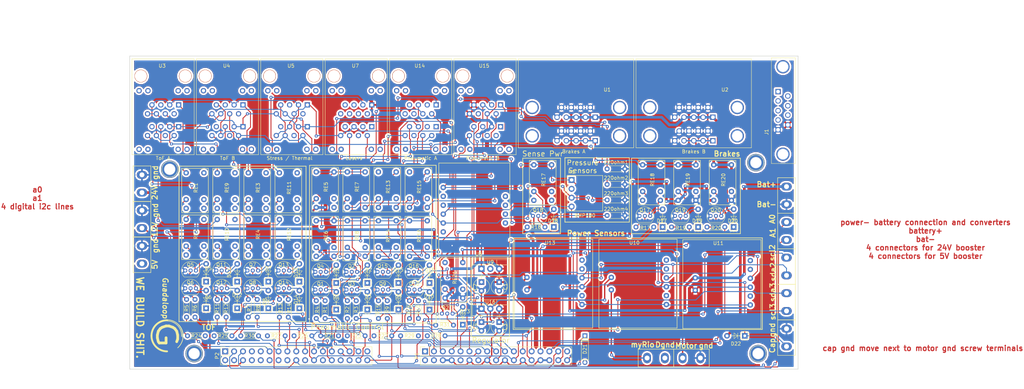
<source format=kicad_pcb>
(kicad_pcb (version 4) (host pcbnew 4.0.3-stable)
  (layers (0 F.Cu signal) (1 In1.Cu power hide) (2 In2.Cu power hide) (31 B.Cu signal) (35 F.Paste user) (37 F.SilkS user) (39 F.Mask user) (44 Edge.Cuts user))
  (net 0 "")
  (net 1 pressure1-)
  (net 2 friction_gnd)
  (net 3 pressure2-)
  (net 4 pressure3-)
  (net 5 pressure4-)
  (net 6 5V)
  (net 7 2way_ctrl_1_coil-)
  (net 8 2way_ctrl_2_coil-)
  (net 9 2way_ctrl_3_coil-)
  (net 10 pressure_activation_coil-)
  (net 11 Tof_Ctrl_1_coil-)
  (net 12 Tof_Ctrl_3_coil-)
  (net 13 Tof_Ctrl_5_coil-)
  (net 14 Tof_Ctrl_7_coil-)
  (net 15 3way_ctrl_1a_coil-)
  (net 16 3way_ctrl_2a_coil-)
  (net 17 Tof_Ctrl_2_coil-)
  (net 18 Tof_Ctrl_4_coil-)
  (net 19 Tof_Ctrl_6_coil-)
  (net 20 Tof_Ctrl_8_coil-)
  (net 21 3way_ctrl_1b_coil-)
  (net 22 3way_ctrl_2b_coil-)
  (net 23 to_cap_coil-)
  (net 24 sense_pwr_coil-)
  (net 25 friction_coil-)
  (net 26 magnetic_coil-)
  (net 27 non_critical_scl)
  (net 28 non_critical_sda)
  (net 29 DGND)
  (net 30 "Net-(P1-Pad1)")
  (net 31 "Net-(P1-Pad2)")
  (net 32 "Net-(P1-Pad4)")
  (net 33 "Net-(P1-Pad10)")
  (net 34 2way_ctrl_1)
  (net 35 2way_ctrl_2)
  (net 36 "Net-(P1-Pad14)")
  (net 37 2way_ctrl_3)
  (net 38 3way_ctrl_1a)
  (net 39 to_cap_ctrl)
  (net 40 3way_ctrl_1b)
  (net 41 3way_ctrl_2a)
  (net 42 i2c_scl_3)
  (net 43 3way_ctrl_2b)
  (net 44 i2c_sda_3)
  (net 45 friction_ctrl)
  (net 46 magnetic_ctrl)
  (net 47 pressure_activation)
  (net 48 "Net-(P1-Pad33)")
  (net 49 "Net-(P2-Pad1)")
  (net 50 "Net-(P2-Pad2)")
  (net 51 "Net-(P2-Pad4)")
  (net 52 "Net-(P2-Pad7)")
  (net 53 "Net-(P2-Pad9)")
  (net 54 "Net-(P2-Pad10)")
  (net 55 Tof_Ctrl_1)
  (net 56 Tof_Ctrl_2)
  (net 57 "Net-(P2-Pad14)")
  (net 58 Tof_Ctrl_3)
  (net 59 Tof_Ctrl_4)
  (net 60 main_laser)
  (net 61 Tof_Ctrl_5)
  (net 62 Tof_Ctrl_6)
  (net 63 i2c_scl_2)
  (net 64 Tof_Ctrl_7)
  (net 65 Tof_Ctrl_8)
  (net 66 i2c_sda_2)
  (net 67 sense_pwr_ctrl)
  (net 68 laser1)
  (net 69 laser2)
  (net 70 critical_scl)
  (net 71 "Net-(P2-Pad33)")
  (net 72 critical_sda)
  (net 73 "Net-(Q1-Pad2)")
  (net 74 "Net-(Q2-Pad2)")
  (net 75 "Net-(Q3-Pad2)")
  (net 76 "Net-(Q4-Pad2)")
  (net 77 "Net-(Q5-Pad2)")
  (net 78 "Net-(Q6-Pad2)")
  (net 79 "Net-(Q7-Pad2)")
  (net 80 "Net-(Q8-Pad2)")
  (net 81 "Net-(Q9-Pad2)")
  (net 82 "Net-(Q10-Pad2)")
  (net 83 "Net-(Q11-Pad2)")
  (net 84 "Net-(Q12-Pad2)")
  (net 85 "Net-(Q13-Pad2)")
  (net 86 "Net-(Q14-Pad2)")
  (net 87 "Net-(Q15-Pad2)")
  (net 88 "Net-(Q16-Pad2)")
  (net 89 "Net-(Q17-Pad2)")
  (net 90 "Net-(Q18-Pad2)")
  (net 91 "Net-(Q19-Pad2)")
  (net 92 "Net-(Q20-Pad2)")
  (net 93 "Net-(RE1-Pad5)")
  (net 94 tof1_power)
  (net 95 "Net-(RE2-Pad5)")
  (net 96 tof3_power)
  (net 97 "Net-(RE3-Pad5)")
  (net 98 tof5_power)
  (net 99 "Net-(RE4-Pad5)")
  (net 100 tof7_power)
  (net 101 24V_activation)
  (net 102 "Net-(RE5-Pad1)")
  (net 103 24V)
  (net 104 2way_open_1)
  (net 105 2way_close_1)
  (net 106 2way_open_2)
  (net 107 2way_close_2)
  (net 108 2way_open_3)
  (net 109 2way_close_3)
  (net 110 "Net-(RE9-Pad5)")
  (net 111 tof2_power)
  (net 112 "Net-(RE10-Pad5)")
  (net 113 tof4_power)
  (net 114 "Net-(RE11-Pad5)")
  (net 115 tof6_power)
  (net 116 "Net-(RE12-Pad5)")
  (net 117 tof8_power)
  (net 118 "Net-(RE13-Pad5)")
  (net 119 3way_port2_1)
  (net 120 "Net-(RE13-Pad6)")
  (net 121 3way_port3_1)
  (net 122 3way_close_1)
  (net 123 "Net-(RE15-Pad5)")
  (net 124 3way_port2_2)
  (net 125 "Net-(RE15-Pad6)")
  (net 126 3way_port3_2)
  (net 127 3way_close_2)
  (net 128 sense_pwr)
  (net 129 friction_pwr)
  (net 130 to_cap)
  (net 131 "Net-(RE18-Pad10)")
  (net 132 magnetic_pwr)
  (net 133 VCC_IN)
  (net 134 "Net-(U3-Pad20)")
  (net 135 "Net-(U3-Pad19)")
  (net 136 "Net-(U3-Pad18)")
  (net 137 "Net-(U3-Pad17)")
  (net 138 "Net-(U3-Pad24)")
  (net 139 "Net-(U3-Pad23)")
  (net 140 "Net-(U3-Pad22)")
  (net 141 "Net-(U3-Pad21)")
  (net 142 "Net-(U4-Pad20)")
  (net 143 "Net-(U4-Pad19)")
  (net 144 "Net-(U4-Pad18)")
  (net 145 "Net-(U4-Pad17)")
  (net 146 "Net-(U4-Pad24)")
  (net 147 "Net-(U4-Pad23)")
  (net 148 "Net-(U4-Pad22)")
  (net 149 "Net-(U4-Pad21)")
  (net 150 "Net-(U5-Pad20)")
  (net 151 "Net-(U5-Pad19)")
  (net 152 "Net-(U5-Pad18)")
  (net 153 "Net-(U5-Pad17)")
  (net 154 "Net-(U5-Pad24)")
  (net 155 "Net-(U5-Pad23)")
  (net 156 "Net-(U5-Pad22)")
  (net 157 "Net-(U5-Pad21)")
  (net 158 "Net-(U7-Pad8)")
  (net 159 "Net-(U7-Pad6)")
  (net 160 "Net-(U7-Pad14)")
  (net 161 "Net-(U7-Pad16)")
  (net 162 "Net-(U7-Pad20)")
  (net 163 "Net-(U7-Pad19)")
  (net 164 "Net-(U7-Pad18)")
  (net 165 "Net-(U7-Pad17)")
  (net 166 "Net-(U7-Pad24)")
  (net 167 "Net-(U7-Pad23)")
  (net 168 "Net-(U7-Pad22)")
  (net 169 "Net-(U7-Pad21)")
  (net 170 "Net-(U11-Pad5)")
  (net 171 "Net-(U11-Pad6)")
  (net 172 "Net-(U13-Pad5)")
  (net 173 "Net-(U13-Pad6)")
  (net 174 12V)
  (net 175 laser_digital)
  (net 176 A0)
  (net 177 A1)
  (net 178 brake_pwr)
  (net 179 myRIO_12V)
  (net 180 "Net-(U7-Pad4)")
  (net 181 "Net-(U7-Pad5)")
  (net 182 "Net-(U7-Pad7)")
  (net 183 "Net-(U10-Pad5)")
  (net 184 "Net-(U10-Pad6)")
  (net 185 "Net-(U14-Pad14)")
  (net 186 "Net-(U14-Pad6)")
  (net 187 "Net-(U14-Pad8)")
  (net 188 "Net-(U14-Pad20)")
  (net 189 "Net-(U14-Pad19)")
  (net 190 "Net-(U14-Pad18)")
  (net 191 "Net-(U14-Pad17)")
  (net 192 "Net-(U14-Pad24)")
  (net 193 "Net-(U14-Pad23)")
  (net 194 "Net-(U14-Pad22)")
  (net 195 "Net-(U14-Pad21)")
  (net 196 "Net-(U15-Pad12)")
  (net 197 "Net-(U15-Pad13)")
  (net 198 "Net-(U15-Pad15)")
  (net 199 "Net-(U15-Pad16)")
  (net 200 "Net-(U15-Pad20)")
  (net 201 "Net-(U15-Pad19)")
  (net 202 "Net-(U15-Pad18)")
  (net 203 "Net-(U15-Pad17)")
  (net 204 "Net-(U15-Pad24)")
  (net 205 "Net-(U15-Pad23)")
  (net 206 "Net-(U15-Pad22)")
  (net 207 "Net-(U15-Pad21)")
  (net 208 "Net-(J1-Pad1)")
  (net 209 "Net-(J1-Pad2)")
  (net 210 "Net-(J1-Pad3)")
  (net 211 "Net-(J1-Pad4)")
  (net 212 "Net-(J1-Pad6)")
  (net 213 "Net-(J1-Pad7)")
  (net 214 "Net-(J1-Pad8)")
  (net 215 "Net-(U6-Pad2)")
  (net 216 "Net-(U6-Pad6)")
  (net 217 "Net-(U6-Pad7)")
  (net 218 "Net-(U6-Pad8)")
  (net 219 "Net-(U6-Pad9)")
  (net 220 "Net-(U6-Pad10)")
  (net 221 motor_ctrl_coil-)
  (net 222 motor_ctrl)
  (net 223 "Net-(Q21-Pad2)")
  (net 224 motor_pwr)
  (net 225 "Net-(RE21-Pad6)")
  (module Connectors:1pin (layer F.Cu) (at 198.12 46.99)
    (fp_text reference REF** hide)
    (fp_text value 1pin)
    (pad 1 thru_hole circle (at 0 0) (size 5 5) (drill 3.2) (layers *.Cu *.Mask))
  )
  (module Connectors:1pin (layer F.Cu) (at 30.48 48.895)
    (fp_text reference REF** hide)
    (fp_text value 1pin)
    (pad 1 thru_hole circle (at 0 0) (size 5 5) (drill 3.2) (layers *.Cu *.Mask))
  )
  (module Connectors:1pin (layer F.Cu) (at 198.755 101.6)
    (fp_text reference REF** hide)
    (fp_text value 1pin)
    (pad 1 thru_hole circle (at 0 0) (size 5 5) (drill 3.2) (layers *.Cu *.Mask))
  )
  (module footprints:DB9-doublestacked_PR (layer F.Cu) (at 146.685 39.37 180)
    (fp_text reference U1 (at -8.9154 13.2334 180) (layer F.SilkS))
    (fp_text value stacked-DB9)
    (fp_text user "Brakes A" (at 0.635 -4.445 180) (layer F.SilkS))
    (pad 0 thru_hole circle (at 12.5436 8.15386 180) (size 3.81 3.81) (drill 3.05) (layers *.Cu *.Mask))
    (pad 18 thru_hole circle (at 4.1636 8.14686 180) (size 1.52 1.52) (drill 1.02) (layers *.Cu *.Mask) (net 2 friction_gnd))
    (pad 17 thru_hole circle (at 1.3736 8.14686 180) (size 1.52 1.52) (drill 1.02) (layers *.Cu *.Mask) (net 2 friction_gnd))
    (pad 16 thru_hole circle (at -1.2964 8.14686 180) (size 1.52 1.52) (drill 1.02) (layers *.Cu *.Mask) (net 2 friction_gnd))
    (pad 15 thru_hole circle (at -4.0864 8.14686 180) (size 1.52 1.52) (drill 1.02) (layers *.Cu *.Mask) (net 2 friction_gnd))
    (pad 14 thru_hole circle (at 5.4336 5.35686 180) (size 1.52 1.52) (drill 1.02) (layers *.Cu *.Mask) (net 2 friction_gnd))
    (pad 13 thru_hole circle (at 2.7736 5.35686 180) (size 1.52 1.52) (drill 1.02) (layers *.Cu *.Mask) (net 132 magnetic_pwr))
    (pad 12 thru_hole circle (at -0.0264 5.35686 180) (size 1.52 1.52) (drill 1.02) (layers *.Cu *.Mask) (net 132 magnetic_pwr))
    (pad 11 thru_hole circle (at -2.6964 5.35686 180) (size 1.52 1.52) (drill 1.02) (layers *.Cu *.Mask) (net 132 magnetic_pwr))
    (pad 10 thru_hole rect (at -5.4864 5.35686 180) (size 1.52 1.52) (drill 1.02) (layers *.Cu *.Mask) (net 132 magnetic_pwr))
    (pad 0 thru_hole circle (at -12.4714 8.15086 180) (size 3.81 3.81) (drill 3.05) (layers *.Cu *.Mask))
    (pad 0 thru_hole circle (at -12.4664 0.0411 180) (size 3.81 3.81) (drill 3.05) (layers *.Cu *.Mask))
    (pad 0 thru_hole circle (at 12.5436 0.0411 180) (size 3.81 3.81) (drill 3.05) (layers *.Cu *.Mask))
    (pad 1 thru_hole rect (at -5.4864 -1.3589 180) (size 1.52 1.52) (drill 1.02) (layers *.Cu *.Mask) (net 129 friction_pwr))
    (pad 2 thru_hole circle (at -2.6964 -1.3589 180) (size 1.52 1.52) (drill 1.02) (layers *.Cu *.Mask) (net 129 friction_pwr))
    (pad 3 thru_hole circle (at -0.0264 -1.3589 180) (size 1.52 1.52) (drill 1.02) (layers *.Cu *.Mask) (net 129 friction_pwr))
    (pad 4 thru_hole circle (at 2.7736 -1.3589 180) (size 1.52 1.52) (drill 1.02) (layers *.Cu *.Mask) (net 129 friction_pwr))
    (pad 5 thru_hole circle (at 5.4336 -1.3589 180) (size 1.52 1.52) (drill 1.02) (layers *.Cu *.Mask) (net 2 friction_gnd))
    (pad 6 thru_hole circle (at -4.0864 1.4311 180) (size 1.52 1.52) (drill 1.02) (layers *.Cu *.Mask) (net 2 friction_gnd))
    (pad 7 thru_hole circle (at -1.2964 1.4311 180) (size 1.52 1.52) (drill 1.02) (layers *.Cu *.Mask) (net 2 friction_gnd))
    (pad 8 thru_hole circle (at 1.3736 1.4311 180) (size 1.52 1.52) (drill 1.02) (layers *.Cu *.Mask) (net 2 friction_gnd))
    (pad 9 thru_hole circle (at 4.1636 1.4311 180) (size 1.52 1.52) (drill 1.02) (layers *.Cu *.Mask) (net 2 friction_gnd))
  )
  (module footprints:stacked-rj45_Final (layer F.Cu) (at 125.095 30.48 180)
    (fp_text reference U15 (at 4.7 11.18 180) (layer F.SilkS))
    (fp_text value stacked-rj45-LED)
    (fp_text user "Pneumatic B" (at 5.08 -15.24 180) (layer F.SilkS))
    (pad 9 thru_hole circle (at 8.89 -8.763 180) (size 1.5 1.5) (drill 0.9) (layers *.Cu *.Mask) (net 4 pressure3-))
    (pad 10 thru_hole circle (at 7.62 -6.223 180) (size 1.5 1.5) (drill 0.9) (layers *.Cu *.Mask) (net 5 pressure4-))
    (pad 11 thru_hole circle (at 6.35 -8.763 180) (size 1.5 1.5) (drill 0.9) (layers *.Cu *.Mask) (net 103 24V))
    (pad 12 thru_hole circle (at 5.08 -6.223 180) (size 1.5 1.5) (drill 0.9) (layers *.Cu *.Mask) (net 196 "Net-(U15-Pad12)"))
    (pad 13 thru_hole circle (at 3.81 -8.763 180) (size 1.5 1.5) (drill 0.9) (layers *.Cu *.Mask) (net 197 "Net-(U15-Pad13)"))
    (pad 14 thru_hole circle (at 2.54 -6.223 180) (size 1.5 1.5) (drill 0.9) (layers *.Cu *.Mask) (net 103 24V))
    (pad 15 thru_hole circle (at 1.27 -8.763 180) (size 1.5 1.5) (drill 0.9) (layers *.Cu *.Mask) (net 198 "Net-(U15-Pad15)"))
    (pad 16 thru_hole rect (at 0 -6.223 180) (size 1.5 1.5) (drill 0.9) (layers *.Cu *.Mask) (net 199 "Net-(U15-Pad16)"))
    (pad Hole np_thru_hole circle (at 10.795 8.255 180) (size 3.65 3.65) (drill 3.25) (layers *.Cu *.SilkS *.Mask))
    (pad Hole np_thru_hole circle (at -1.905 8.255 180) (size 3.65 3.65) (drill 3.25) (layers *.Cu *.SilkS *.Mask))
    (pad 1 thru_hole rect (at 0 0 180) (size 1.5 1.5) (drill 0.9) (layers *.Cu *.Mask) (net 124 3way_port2_2))
    (pad 2 thru_hole circle (at 1.27 -2.54 180) (size 1.5 1.5) (drill 0.9) (layers *.Cu *.Mask) (net 127 3way_close_2))
    (pad 3 thru_hole circle (at 2.54 0 180) (size 1.5 1.5) (drill 0.9) (layers *.Cu *.Mask) (net 126 3way_port3_2))
    (pad 4 thru_hole circle (at 3.81 -2.54 180) (size 1.5 1.5) (drill 0.9) (layers *.Cu *.Mask) (net 1 pressure1-))
    (pad 5 thru_hole circle (at 5.08 0 180) (size 1.5 1.5) (drill 0.9) (layers *.Cu *.Mask) (net 3 pressure2-))
    (pad 6 thru_hole circle (at 6.35 -2.54 180) (size 1.5 1.5) (drill 0.9) (layers *.Cu *.Mask) (net 29 DGND))
    (pad 7 thru_hole circle (at 7.62 0 180) (size 1.5 1.5) (drill 0.9) (layers *.Cu *.Mask) (net 103 24V))
    (pad 8 thru_hole circle (at 8.89 -2.54 180) (size 1.5 1.5) (drill 0.9) (layers *.Cu *.Mask) (net 103 24V))
    (pad 20 thru_hole circle (at 11.303 -12.7 180) (size 1.524 1.524) (drill 0.889) (layers *.Cu *.Mask) (net 200 "Net-(U15-Pad20)"))
    (pad 19 thru_hole circle (at 8.763 -12.7 180) (size 1.524 1.524) (drill 0.762) (layers *.Cu *.Mask) (net 201 "Net-(U15-Pad19)"))
    (pad 18 thru_hole circle (at 0.127 -12.7 180) (size 1.524 1.524) (drill 0.889) (layers *.Cu *.Mask) (net 202 "Net-(U15-Pad18)"))
    (pad 17 thru_hole circle (at -2.413 -12.7 180) (size 1.524 1.524) (drill 0.889) (layers *.Cu *.Mask) (net 203 "Net-(U15-Pad17)"))
    (pad 24 thru_hole circle (at 11.303 4.064 180) (size 1.524 1.524) (drill 0.889) (layers *.Cu *.Mask) (net 204 "Net-(U15-Pad24)"))
    (pad 23 thru_hole circle (at 8.763 4.064 180) (size 1.524 1.524) (drill 0.889) (layers *.Cu *.Mask) (net 205 "Net-(U15-Pad23)"))
    (pad 22 thru_hole circle (at 0.127 4.064 180) (size 1.524 1.524) (drill 0.889) (layers *.Cu *.Mask) (net 206 "Net-(U15-Pad22)"))
    (pad 21 thru_hole circle (at -2.413 4.064 180) (size 1.524 1.524) (drill 0.889) (layers *.Cu *.Mask) (net 207 "Net-(U15-Pad21)"))
  )
  (module footprints:INA219 (layer F.Cu) (at 151.4475 94.2975 180)
    (fp_text reference U13 (at 12.192 24.384 180) (layer F.SilkS))
    (fp_text value INA219)
    (pad 1 thru_hole circle (at 3.048 6.731 180) (size 1.524 1.524) (drill 0.762) (layers *.Cu *.Mask) (net 128 sense_pwr))
    (pad 2 thru_hole circle (at 3.048 9.271 180) (size 1.524 1.524) (drill 0.762) (layers *.Cu *.Mask) (net 29 DGND))
    (pad 3 thru_hole circle (at 3.048 11.811 180) (size 1.524 1.524) (drill 0.762) (layers *.Cu *.Mask) (net 27 non_critical_scl))
    (pad 4 thru_hole circle (at 3.048 14.351 180) (size 1.524 1.524) (drill 0.762) (layers *.Cu *.Mask) (net 28 non_critical_sda))
    (pad 5 thru_hole circle (at 3.048 16.891 180) (size 1.524 1.524) (drill 0.762) (layers *.Cu *.Mask) (net 172 "Net-(U13-Pad5)"))
    (pad 6 thru_hole circle (at 3.048 19.431 180) (size 1.524 1.524) (drill 0.762) (layers *.Cu *.Mask) (net 173 "Net-(U13-Pad6)"))
    (pad 8 thru_hole circle (at 18.796 14.478 180) (size 1.524 1.524) (drill 0.762) (layers *.Cu *.Mask) (net 103 24V))
    (pad 7 thru_hole circle (at 18.796 10.922 180) (size 1.524 1.524) (drill 0.762) (layers *.Cu *.Mask) (net 178 brake_pwr))
  )
  (module Resistors_THT:R_Axial_DIN0204_L3.6mm_D1.6mm_P5.08mm_Horizontal (layer F.Cu) (at 78.74 96.52 180)
    (fp_text reference R21 (at 2.54 0 180) (layer F.SilkS))
    (fp_text value 100K)
    (pad 1 thru_hole circle (at 0 0 180) (size 1.4 1.4) (drill 0.7) (layers *.Cu *.Mask) (net 29 DGND))
    (pad 2 thru_hole oval (at 5.08 0 180) (size 1.4 1.4) (drill 0.7) (layers *.Cu *.Mask) (net 2 friction_gnd))
  )
  (module Socket_Strips:Socket_Strip_Straight_2x17_Pitch2.54mm (layer F.Cu) (at 103.505 100.965 90)
    (fp_text reference P1 (at -1.27 -2.33 90) (layer F.SilkS))
    (fp_text value CONN_02X17)
    (pad 1 thru_hole rect (at 0 0 90) (size 1.7 1.7) (drill 1) (layers *.Cu *.Mask) (net 30 "Net-(P1-Pad1)"))
    (pad 2 thru_hole oval (at -2.54 0 90) (size 1.7 1.7) (drill 1) (layers *.Cu *.Mask) (net 31 "Net-(P1-Pad2)"))
    (pad 3 thru_hole oval (at 0 2.54 90) (size 1.7 1.7) (drill 1) (layers *.Cu *.Mask) (net 1 pressure1-))
    (pad 4 thru_hole oval (at -2.54 2.54 90) (size 1.7 1.7) (drill 1) (layers *.Cu *.Mask) (net 32 "Net-(P1-Pad4)"))
    (pad 5 thru_hole oval (at 0 5.08 90) (size 1.7 1.7) (drill 1) (layers *.Cu *.Mask) (net 3 pressure2-))
    (pad 6 thru_hole oval (at -2.54 5.08 90) (size 1.7 1.7) (drill 1) (layers *.Cu *.Mask) (net 2 friction_gnd))
    (pad 7 thru_hole oval (at 0 7.62 90) (size 1.7 1.7) (drill 1) (layers *.Cu *.Mask) (net 4 pressure3-))
    (pad 8 thru_hole oval (at -2.54 7.62 90) (size 1.7 1.7) (drill 1) (layers *.Cu *.Mask) (net 2 friction_gnd))
    (pad 9 thru_hole oval (at 0 10.16 90) (size 1.7 1.7) (drill 1) (layers *.Cu *.Mask) (net 5 pressure4-))
    (pad 10 thru_hole oval (at -2.54 10.16 90) (size 1.7 1.7) (drill 1) (layers *.Cu *.Mask) (net 33 "Net-(P1-Pad10)"))
    (pad 11 thru_hole oval (at 0 12.7 90) (size 1.7 1.7) (drill 1) (layers *.Cu *.Mask) (net 34 2way_ctrl_1))
    (pad 12 thru_hole oval (at -2.54 12.7 90) (size 1.7 1.7) (drill 1) (layers *.Cu *.Mask) (net 2 friction_gnd))
    (pad 13 thru_hole oval (at 0 15.24 90) (size 1.7 1.7) (drill 1) (layers *.Cu *.Mask) (net 35 2way_ctrl_2))
    (pad 14 thru_hole oval (at -2.54 15.24 90) (size 1.7 1.7) (drill 1) (layers *.Cu *.Mask) (net 36 "Net-(P1-Pad14)"))
    (pad 15 thru_hole oval (at 0 17.78 90) (size 1.7 1.7) (drill 1) (layers *.Cu *.Mask) (net 37 2way_ctrl_3))
    (pad 16 thru_hole oval (at -2.54 17.78 90) (size 1.7 1.7) (drill 1) (layers *.Cu *.Mask) (net 2 friction_gnd))
    (pad 17 thru_hole oval (at 0 20.32 90) (size 1.7 1.7) (drill 1) (layers *.Cu *.Mask) (net 38 3way_ctrl_1a))
    (pad 18 thru_hole oval (at -2.54 20.32 90) (size 1.7 1.7) (drill 1) (layers *.Cu *.Mask) (net 39 to_cap_ctrl))
    (pad 19 thru_hole oval (at 0 22.86 90) (size 1.7 1.7) (drill 1) (layers *.Cu *.Mask) (net 40 3way_ctrl_1b))
    (pad 20 thru_hole oval (at -2.54 22.86 90) (size 1.7 1.7) (drill 1) (layers *.Cu *.Mask) (net 2 friction_gnd))
    (pad 21 thru_hole oval (at 0 25.4 90) (size 1.7 1.7) (drill 1) (layers *.Cu *.Mask) (net 41 3way_ctrl_2a))
    (pad 22 thru_hole oval (at -2.54 25.4 90) (size 1.7 1.7) (drill 1) (layers *.Cu *.Mask) (net 42 i2c_scl_3))
    (pad 23 thru_hole oval (at 0 27.94 90) (size 1.7 1.7) (drill 1) (layers *.Cu *.Mask) (net 43 3way_ctrl_2b))
    (pad 24 thru_hole oval (at -2.54 27.94 90) (size 1.7 1.7) (drill 1) (layers *.Cu *.Mask) (net 2 friction_gnd))
    (pad 25 thru_hole oval (at 0 30.48 90) (size 1.7 1.7) (drill 1) (layers *.Cu *.Mask) (net 222 motor_ctrl))
    (pad 26 thru_hole oval (at -2.54 30.48 90) (size 1.7 1.7) (drill 1) (layers *.Cu *.Mask) (net 44 i2c_sda_3))
    (pad 27 thru_hole oval (at 0 33.02 90) (size 1.7 1.7) (drill 1) (layers *.Cu *.Mask) (net 45 friction_ctrl))
    (pad 28 thru_hole oval (at -2.54 33.02 90) (size 1.7 1.7) (drill 1) (layers *.Cu *.Mask) (net 2 friction_gnd))
    (pad 29 thru_hole oval (at 0 35.56 90) (size 1.7 1.7) (drill 1) (layers *.Cu *.Mask) (net 46 magnetic_ctrl))
    (pad 30 thru_hole oval (at -2.54 35.56 90) (size 1.7 1.7) (drill 1) (layers *.Cu *.Mask) (net 2 friction_gnd))
    (pad 31 thru_hole oval (at 0 38.1 90) (size 1.7 1.7) (drill 1) (layers *.Cu *.Mask) (net 47 pressure_activation))
    (pad 32 thru_hole oval (at -2.54 38.1 90) (size 1.7 1.7) (drill 1) (layers *.Cu *.Mask) (net 27 non_critical_scl))
    (pad 33 thru_hole oval (at 0 40.64 90) (size 1.7 1.7) (drill 1) (layers *.Cu *.Mask) (net 48 "Net-(P1-Pad33)"))
    (pad 34 thru_hole oval (at -2.54 40.64 90) (size 1.7 1.7) (drill 1) (layers *.Cu *.Mask) (net 28 non_critical_sda))
  )
  (module Resistors_THT:R_Axial_DIN0204_L3.6mm_D1.6mm_P5.08mm_Horizontal (layer F.Cu) (at 155.575 48.768)
    (fp_text reference 220ohm1 (at 2.54 -1.86) (layer F.SilkS))
    (fp_text value R)
    (pad 1 thru_hole circle (at 0 0) (size 1.4 1.4) (drill 0.7) (layers *.Cu *.Mask) (net 1 pressure1-))
    (pad 2 thru_hole oval (at 5.08 0) (size 1.4 1.4) (drill 0.7) (layers *.Cu *.Mask) (net 2 friction_gnd))
  )
  (module Resistors_THT:R_Axial_DIN0204_L3.6mm_D1.6mm_P5.08mm_Horizontal (layer F.Cu) (at 155.575 53.213)
    (fp_text reference 220ohm2 (at 2.54 -1.86) (layer F.SilkS))
    (fp_text value R)
    (pad 1 thru_hole circle (at 0 0) (size 1.4 1.4) (drill 0.7) (layers *.Cu *.Mask) (net 3 pressure2-))
    (pad 2 thru_hole oval (at 5.08 0) (size 1.4 1.4) (drill 0.7) (layers *.Cu *.Mask) (net 2 friction_gnd))
  )
  (module Resistors_THT:R_Axial_DIN0204_L3.6mm_D1.6mm_P5.08mm_Horizontal (layer F.Cu) (at 155.575 57.658)
    (fp_text reference 220ohm3 (at 2.54 -1.86) (layer F.SilkS))
    (fp_text value R)
    (pad 1 thru_hole circle (at 0 0) (size 1.4 1.4) (drill 0.7) (layers *.Cu *.Mask) (net 4 pressure3-))
    (pad 2 thru_hole oval (at 5.08 0) (size 1.4 1.4) (drill 0.7) (layers *.Cu *.Mask) (net 2 friction_gnd))
  )
  (module Resistors_THT:R_Axial_DIN0204_L3.6mm_D1.6mm_P5.08mm_Horizontal (layer F.Cu) (at 155.575 62.103)
    (fp_text reference 220ohm4 (at 2.54 -1.86) (layer F.SilkS))
    (fp_text value R)
    (pad 1 thru_hole circle (at 0 0) (size 1.4 1.4) (drill 0.7) (layers *.Cu *.Mask) (net 5 pressure4-))
    (pad 2 thru_hole oval (at 5.08 0) (size 1.4 1.4) (drill 0.7) (layers *.Cu *.Mask) (net 2 friction_gnd))
  )
  (module Capacitors_THT:CP_Radial_Tantal_D4.5mm_P2.50mm (layer F.Cu) (at 124.714 81.153 270)
    (fp_text reference C1 (at 1.27 -1.778 270) (layer F.SilkS))
    (fp_text value CP1)
    (pad 1 thru_hole rect (at 0 0 270) (size 1.6 1.6) (drill 0.8) (layers *.Cu *.Mask) (net 103 24V))
    (pad 2 thru_hole circle (at 2.5 0 270) (size 1.6 1.6) (drill 0.8) (layers *.Cu *.Mask) (net 2 friction_gnd))
  )
  (module Capacitors_THT:CP_Radial_Tantal_D4.5mm_P2.50mm (layer F.Cu) (at 119.634 81.153 270)
    (fp_text reference C2 (at 1.397 1.778 270) (layer F.SilkS))
    (fp_text value CP1)
    (pad 1 thru_hole rect (at 0 0 270) (size 1.6 1.6) (drill 0.8) (layers *.Cu *.Mask) (net 6 5V))
    (pad 2 thru_hole circle (at 2.5 0 270) (size 1.6 1.6) (drill 0.8) (layers *.Cu *.Mask) (net 2 friction_gnd))
  )
  (module Diodes_THT:D_DO-35_SOD27_P5.08mm_Vertical_AnodeUp (layer F.Cu) (at 78.105 89.027 90)
    (fp_text reference D1 (at 3.81 0 180) (layer F.SilkS))
    (fp_text value D)
    (pad 1 thru_hole rect (at 0 0 90) (size 1.6 1.6) (drill 0.8) (layers *.Cu *.Mask) (net 6 5V))
    (pad 2 thru_hole oval (at 5.08 0 90) (size 1.6 1.6) (drill 0.8) (layers *.Cu *.Mask) (net 7 2way_ctrl_1_coil-))
  )
  (module Diodes_THT:D_DO-35_SOD27_P5.08mm_Vertical_AnodeUp (layer F.Cu) (at 86.995 81.407 90)
    (fp_text reference D2 (at 3.81 0.381 180) (layer F.SilkS))
    (fp_text value D)
    (pad 1 thru_hole rect (at 0 0 90) (size 1.6 1.6) (drill 0.8) (layers *.Cu *.Mask) (net 6 5V))
    (pad 2 thru_hole oval (at 5.08 0 90) (size 1.6 1.6) (drill 0.8) (layers *.Cu *.Mask) (net 8 2way_ctrl_2_coil-))
  )
  (module Diodes_THT:D_DO-35_SOD27_P5.08mm_Vertical_AnodeUp (layer F.Cu) (at 86.995 89.027 90)
    (fp_text reference D3 (at 3.81 0.254 180) (layer F.SilkS))
    (fp_text value D)
    (pad 1 thru_hole rect (at 0 0 90) (size 1.6 1.6) (drill 0.8) (layers *.Cu *.Mask) (net 6 5V))
    (pad 2 thru_hole oval (at 5.08 0 90) (size 1.6 1.6) (drill 0.8) (layers *.Cu *.Mask) (net 9 2way_ctrl_3_coil-))
  )
  (module Diodes_THT:D_DO-35_SOD27_P5.08mm_Vertical_AnodeUp (layer F.Cu) (at 78.105 81.407 90)
    (fp_text reference D4 (at 3.81 0 180) (layer F.SilkS))
    (fp_text value D)
    (pad 1 thru_hole rect (at 0 0 90) (size 1.6 1.6) (drill 0.8) (layers *.Cu *.Mask) (net 6 5V))
    (pad 2 thru_hole oval (at 5.08 0 90) (size 1.6 1.6) (drill 0.8) (layers *.Cu *.Mask) (net 10 pressure_activation_coil-))
  )
  (module Diodes_THT:D_DO-35_SOD27_P5.08mm_Vertical_AnodeUp (layer F.Cu) (at 40.894 81.026 90)
    (fp_text reference D5 (at 3.81 0.635 180) (layer F.SilkS))
    (fp_text value D)
    (pad 1 thru_hole rect (at 0 0 90) (size 1.6 1.6) (drill 0.8) (layers *.Cu *.Mask) (net 6 5V))
    (pad 2 thru_hole oval (at 5.08 0 90) (size 1.6 1.6) (drill 0.8) (layers *.Cu *.Mask) (net 11 Tof_Ctrl_1_coil-))
  )
  (module Diodes_THT:D_DO-35_SOD27_P5.08mm_Vertical_AnodeUp (layer F.Cu) (at 40.894 88.646 90)
    (fp_text reference D6 (at 3.175 0.635 180) (layer F.SilkS))
    (fp_text value D)
    (pad 1 thru_hole rect (at 0 0 90) (size 1.6 1.6) (drill 0.8) (layers *.Cu *.Mask) (net 6 5V))
    (pad 2 thru_hole oval (at 5.08 0 90) (size 1.6 1.6) (drill 0.8) (layers *.Cu *.Mask) (net 12 Tof_Ctrl_3_coil-))
  )
  (module Diodes_THT:D_DO-35_SOD27_P5.08mm_Vertical_AnodeUp (layer F.Cu) (at 58.674 81.026 90)
    (fp_text reference D7 (at 3.81 0 180) (layer F.SilkS))
    (fp_text value D)
    (pad 1 thru_hole rect (at 0 0 90) (size 1.6 1.6) (drill 0.8) (layers *.Cu *.Mask) (net 6 5V))
    (pad 2 thru_hole oval (at 5.08 0 90) (size 1.6 1.6) (drill 0.8) (layers *.Cu *.Mask) (net 13 Tof_Ctrl_5_coil-))
  )
  (module Diodes_THT:D_DO-35_SOD27_P5.08mm_Vertical_AnodeUp (layer F.Cu) (at 58.674 88.646 90)
    (fp_text reference D8 (at 1.905 -1.016 90) (layer F.SilkS))
    (fp_text value D)
    (pad 1 thru_hole rect (at 0 0 90) (size 1.6 1.6) (drill 0.8) (layers *.Cu *.Mask) (net 6 5V))
    (pad 2 thru_hole oval (at 5.08 0 90) (size 1.6 1.6) (drill 0.8) (layers *.Cu *.Mask) (net 14 Tof_Ctrl_7_coil-))
  )
  (module Diodes_THT:D_DO-35_SOD27_P5.08mm_Vertical_AnodeUp (layer F.Cu) (at 95.885 89.027 90)
    (fp_text reference D9 (at 3.81 0 180) (layer F.SilkS))
    (fp_text value D)
    (pad 1 thru_hole rect (at 0 0 90) (size 1.6 1.6) (drill 0.8) (layers *.Cu *.Mask) (net 6 5V))
    (pad 2 thru_hole oval (at 5.08 0 90) (size 1.6 1.6) (drill 0.8) (layers *.Cu *.Mask) (net 15 3way_ctrl_1a_coil-))
  )
  (module Diodes_THT:D_DO-35_SOD27_P5.08mm_Vertical_AnodeUp (layer F.Cu) (at 104.775 89.027 90)
    (fp_text reference D10 (at 3.81 -0.127 180) (layer F.SilkS))
    (fp_text value D)
    (pad 1 thru_hole rect (at 0 0 90) (size 1.6 1.6) (drill 0.8) (layers *.Cu *.Mask) (net 6 5V))
    (pad 2 thru_hole oval (at 5.08 0 90) (size 1.6 1.6) (drill 0.8) (layers *.Cu *.Mask) (net 16 3way_ctrl_2a_coil-))
  )
  (module Diodes_THT:D_DO-35_SOD27_P5.08mm_Vertical_AnodeUp (layer F.Cu) (at 49.784 81.026 90)
    (fp_text reference D11 (at 2.54 -2.266371 90) (layer F.SilkS))
    (fp_text value D)
    (pad 1 thru_hole rect (at 0 0 90) (size 1.6 1.6) (drill 0.8) (layers *.Cu *.Mask) (net 6 5V))
    (pad 2 thru_hole oval (at 5.08 0 90) (size 1.6 1.6) (drill 0.8) (layers *.Cu *.Mask) (net 17 Tof_Ctrl_2_coil-))
  )
  (module Diodes_THT:D_DO-35_SOD27_P5.08mm_Vertical_AnodeUp (layer F.Cu) (at 49.784 88.646 90)
    (fp_text reference D12 (at 3.81 0 180) (layer F.SilkS))
    (fp_text value D)
    (pad 1 thru_hole rect (at 0 0 90) (size 1.6 1.6) (drill 0.8) (layers *.Cu *.Mask) (net 6 5V))
    (pad 2 thru_hole oval (at 5.08 0 90) (size 1.6 1.6) (drill 0.8) (layers *.Cu *.Mask) (net 18 Tof_Ctrl_4_coil-))
  )
  (module Diodes_THT:D_DO-35_SOD27_P5.08mm_Vertical_AnodeUp (layer F.Cu) (at 67.564 81.026 90)
    (fp_text reference D13 (at 2.54 -1.016 90) (layer F.SilkS))
    (fp_text value D)
    (pad 1 thru_hole rect (at 0 0 90) (size 1.6 1.6) (drill 0.8) (layers *.Cu *.Mask) (net 6 5V))
    (pad 2 thru_hole oval (at 5.08 0 90) (size 1.6 1.6) (drill 0.8) (layers *.Cu *.Mask) (net 19 Tof_Ctrl_6_coil-))
  )
  (module Diodes_THT:D_DO-35_SOD27_P5.08mm_Vertical_AnodeUp (layer F.Cu) (at 67.564 88.646 90)
    (fp_text reference D14 (at 2.54 -1.016 90) (layer F.SilkS))
    (fp_text value D)
    (pad 1 thru_hole rect (at 0 0 90) (size 1.6 1.6) (drill 0.8) (layers *.Cu *.Mask) (net 6 5V))
    (pad 2 thru_hole oval (at 5.08 0 90) (size 1.6 1.6) (drill 0.8) (layers *.Cu *.Mask) (net 20 Tof_Ctrl_8_coil-))
  )
  (module Diodes_THT:D_DO-35_SOD27_P5.08mm_Vertical_AnodeUp (layer F.Cu) (at 95.885 81.407 90)
    (fp_text reference D15 (at 3.81 0 180) (layer F.SilkS))
    (fp_text value D)
    (pad 1 thru_hole rect (at 0 0 90) (size 1.6 1.6) (drill 0.8) (layers *.Cu *.Mask) (net 6 5V))
    (pad 2 thru_hole oval (at 5.08 0 90) (size 1.6 1.6) (drill 0.8) (layers *.Cu *.Mask) (net 21 3way_ctrl_1b_coil-))
  )
  (module Diodes_THT:D_DO-35_SOD27_P5.08mm_Vertical_AnodeUp (layer F.Cu) (at 104.775 81.407 90)
    (fp_text reference D16 (at 3.81 0.127 180) (layer F.SilkS))
    (fp_text value D)
    (pad 1 thru_hole rect (at 0 0 90) (size 1.6 1.6) (drill 0.8) (layers *.Cu *.Mask) (net 6 5V))
    (pad 2 thru_hole oval (at 5.08 0 90) (size 1.6 1.6) (drill 0.8) (layers *.Cu *.Mask) (net 22 3way_ctrl_2b_coil-))
  )
  (module Diodes_THT:D_DO-35_SOD27_P5.08mm_Vertical_AnodeUp (layer F.Cu) (at 171.45 65.405 90)
    (fp_text reference D17 (at 1.778 -0.254 360) (layer F.SilkS))
    (fp_text value D)
    (pad 1 thru_hole rect (at 0 0 90) (size 1.6 1.6) (drill 0.8) (layers *.Cu *.Mask) (net 6 5V))
    (pad 2 thru_hole oval (at 5.08 0 90) (size 1.6 1.6) (drill 0.8) (layers *.Cu *.Mask) (net 23 to_cap_coil-))
  )
  (module Diodes_THT:D_DO-35_SOD27_P5.08mm_Vertical_AnodeUp (layer F.Cu) (at 140.335 65.405 90)
    (fp_text reference D18 (at 1.778 -0.254 180) (layer F.SilkS))
    (fp_text value D)
    (pad 1 thru_hole rect (at 0 0 90) (size 1.6 1.6) (drill 0.8) (layers *.Cu *.Mask) (net 6 5V))
    (pad 2 thru_hole oval (at 5.08 0 90) (size 1.6 1.6) (drill 0.8) (layers *.Cu *.Mask) (net 24 sense_pwr_coil-))
  )
  (module Diodes_THT:D_DO-35_SOD27_P5.08mm_Vertical_AnodeUp (layer F.Cu) (at 181.61 65.405 90)
    (fp_text reference D19 (at 1.778 -0.254 180) (layer F.SilkS))
    (fp_text value D)
    (pad 1 thru_hole rect (at 0 0 90) (size 1.6 1.6) (drill 0.8) (layers *.Cu *.Mask) (net 6 5V))
    (pad 2 thru_hole oval (at 5.08 0 90) (size 1.6 1.6) (drill 0.8) (layers *.Cu *.Mask) (net 25 friction_coil-))
  )
  (module Diodes_THT:D_DO-35_SOD27_P5.08mm_Vertical_AnodeUp (layer F.Cu) (at 191.77 65.405 90)
    (fp_text reference D20 (at 1.778 -0.254 180) (layer F.SilkS))
    (fp_text value D)
    (pad 1 thru_hole rect (at 0 0 90) (size 1.6 1.6) (drill 0.8) (layers *.Cu *.Mask) (net 6 5V))
    (pad 2 thru_hole oval (at 5.08 0 90) (size 1.6 1.6) (drill 0.8) (layers *.Cu *.Mask) (net 26 magnetic_coil-))
  )
  (module Socket_Strips:Socket_Strip_Straight_2x17_Pitch2.54mm (layer F.Cu) (at 46.355 100.965 90)
    (fp_text reference P2 (at -1.27 -2.33 90) (layer F.SilkS))
    (fp_text value CONN_02X17)
    (pad 1 thru_hole rect (at 0 0 90) (size 1.7 1.7) (drill 1) (layers *.Cu *.Mask) (net 49 "Net-(P2-Pad1)"))
    (pad 2 thru_hole oval (at -2.54 0 90) (size 1.7 1.7) (drill 1) (layers *.Cu *.Mask) (net 50 "Net-(P2-Pad2)"))
    (pad 3 thru_hole oval (at 0 2.54 90) (size 1.7 1.7) (drill 1) (layers *.Cu *.Mask) (net 176 A0))
    (pad 4 thru_hole oval (at -2.54 2.54 90) (size 1.7 1.7) (drill 1) (layers *.Cu *.Mask) (net 51 "Net-(P2-Pad4)"))
    (pad 5 thru_hole oval (at 0 5.08 90) (size 1.7 1.7) (drill 1) (layers *.Cu *.Mask) (net 177 A1))
    (pad 6 thru_hole oval (at -2.54 5.08 90) (size 1.7 1.7) (drill 1) (layers *.Cu *.Mask) (net 2 friction_gnd))
    (pad 7 thru_hole oval (at 0 7.62 90) (size 1.7 1.7) (drill 1) (layers *.Cu *.Mask) (net 52 "Net-(P2-Pad7)"))
    (pad 8 thru_hole oval (at -2.54 7.62 90) (size 1.7 1.7) (drill 1) (layers *.Cu *.Mask) (net 29 DGND))
    (pad 9 thru_hole oval (at 0 10.16 90) (size 1.7 1.7) (drill 1) (layers *.Cu *.Mask) (net 53 "Net-(P2-Pad9)"))
    (pad 10 thru_hole oval (at -2.54 10.16 90) (size 1.7 1.7) (drill 1) (layers *.Cu *.Mask) (net 54 "Net-(P2-Pad10)"))
    (pad 11 thru_hole oval (at 0 12.7 90) (size 1.7 1.7) (drill 1) (layers *.Cu *.Mask) (net 55 Tof_Ctrl_1))
    (pad 12 thru_hole oval (at -2.54 12.7 90) (size 1.7 1.7) (drill 1) (layers *.Cu *.Mask) (net 29 DGND))
    (pad 13 thru_hole oval (at 0 15.24 90) (size 1.7 1.7) (drill 1) (layers *.Cu *.Mask) (net 56 Tof_Ctrl_2))
    (pad 14 thru_hole oval (at -2.54 15.24 90) (size 1.7 1.7) (drill 1) (layers *.Cu *.Mask) (net 57 "Net-(P2-Pad14)"))
    (pad 15 thru_hole oval (at 0 17.78 90) (size 1.7 1.7) (drill 1) (layers *.Cu *.Mask) (net 58 Tof_Ctrl_3))
    (pad 16 thru_hole oval (at -2.54 17.78 90) (size 1.7 1.7) (drill 1) (layers *.Cu *.Mask) (net 29 DGND))
    (pad 17 thru_hole oval (at 0 20.32 90) (size 1.7 1.7) (drill 1) (layers *.Cu *.Mask) (net 59 Tof_Ctrl_4))
    (pad 18 thru_hole oval (at -2.54 20.32 90) (size 1.7 1.7) (drill 1) (layers *.Cu *.Mask) (net 175 laser_digital))
    (pad 19 thru_hole oval (at 0 22.86 90) (size 1.7 1.7) (drill 1) (layers *.Cu *.Mask) (net 61 Tof_Ctrl_5))
    (pad 20 thru_hole oval (at -2.54 22.86 90) (size 1.7 1.7) (drill 1) (layers *.Cu *.Mask) (net 29 DGND))
    (pad 21 thru_hole oval (at 0 25.4 90) (size 1.7 1.7) (drill 1) (layers *.Cu *.Mask) (net 62 Tof_Ctrl_6))
    (pad 22 thru_hole oval (at -2.54 25.4 90) (size 1.7 1.7) (drill 1) (layers *.Cu *.Mask) (net 63 i2c_scl_2))
    (pad 23 thru_hole oval (at 0 27.94 90) (size 1.7 1.7) (drill 1) (layers *.Cu *.Mask) (net 64 Tof_Ctrl_7))
    (pad 24 thru_hole oval (at -2.54 27.94 90) (size 1.7 1.7) (drill 1) (layers *.Cu *.Mask) (net 29 DGND))
    (pad 25 thru_hole oval (at 0 30.48 90) (size 1.7 1.7) (drill 1) (layers *.Cu *.Mask) (net 65 Tof_Ctrl_8))
    (pad 26 thru_hole oval (at -2.54 30.48 90) (size 1.7 1.7) (drill 1) (layers *.Cu *.Mask) (net 66 i2c_sda_2))
    (pad 27 thru_hole oval (at 0 33.02 90) (size 1.7 1.7) (drill 1) (layers *.Cu *.Mask) (net 67 sense_pwr_ctrl))
    (pad 28 thru_hole oval (at -2.54 33.02 90) (size 1.7 1.7) (drill 1) (layers *.Cu *.Mask) (net 29 DGND))
    (pad 29 thru_hole oval (at 0 35.56 90) (size 1.7 1.7) (drill 1) (layers *.Cu *.Mask) (net 68 laser1))
    (pad 30 thru_hole oval (at -2.54 35.56 90) (size 1.7 1.7) (drill 1) (layers *.Cu *.Mask) (net 29 DGND))
    (pad 31 thru_hole oval (at 0 38.1 90) (size 1.7 1.7) (drill 1) (layers *.Cu *.Mask) (net 69 laser2))
    (pad 32 thru_hole oval (at -2.54 38.1 90) (size 1.7 1.7) (drill 1) (layers *.Cu *.Mask) (net 70 critical_scl))
    (pad 33 thru_hole oval (at 0 40.64 90) (size 1.7 1.7) (drill 1) (layers *.Cu *.Mask) (net 71 "Net-(P2-Pad33)"))
    (pad 34 thru_hole oval (at -2.54 40.64 90) (size 1.7 1.7) (drill 1) (layers *.Cu *.Mask) (net 72 critical_sda))
  )
  (module Resistors_THT:R_Axial_DIN0204_L3.6mm_D1.6mm_P5.08mm_Horizontal (layer F.Cu) (at 74.93 86.487 270)
    (fp_text reference R1 (at 2.54 0 270) (layer F.SilkS))
    (fp_text value R)
    (pad 1 thru_hole circle (at 0 0 270) (size 1.4 1.4) (drill 0.7) (layers *.Cu *.Mask) (net 73 "Net-(Q1-Pad2)"))
    (pad 2 thru_hole oval (at 5.08 0 270) (size 1.4 1.4) (drill 0.7) (layers *.Cu *.Mask) (net 34 2way_ctrl_1))
  )
  (module Resistors_THT:R_Axial_DIN0204_L3.6mm_D1.6mm_P5.08mm_Horizontal (layer F.Cu) (at 81.28 86.487 270)
    (fp_text reference R2 (at 2.54 0 270) (layer F.SilkS))
    (fp_text value R)
    (pad 1 thru_hole circle (at 0 0 270) (size 1.4 1.4) (drill 0.7) (layers *.Cu *.Mask) (net 74 "Net-(Q2-Pad2)"))
    (pad 2 thru_hole oval (at 5.08 0 270) (size 1.4 1.4) (drill 0.7) (layers *.Cu *.Mask) (net 35 2way_ctrl_2))
  )
  (module Resistors_THT:R_Axial_DIN0204_L3.6mm_D1.6mm_P5.08mm_Horizontal (layer F.Cu) (at 83.82 86.487 270)
    (fp_text reference R3 (at 2.54 0 270) (layer F.SilkS))
    (fp_text value R)
    (pad 1 thru_hole circle (at 0 0 270) (size 1.4 1.4) (drill 0.7) (layers *.Cu *.Mask) (net 75 "Net-(Q3-Pad2)"))
    (pad 2 thru_hole oval (at 5.08 0 270) (size 1.4 1.4) (drill 0.7) (layers *.Cu *.Mask) (net 37 2way_ctrl_3))
  )
  (module Resistors_THT:R_Axial_DIN0204_L3.6mm_D1.6mm_P5.08mm_Horizontal (layer F.Cu) (at 72.39 86.487 270)
    (fp_text reference R4 (at 2.54 -0.254 270) (layer F.SilkS))
    (fp_text value R)
    (pad 1 thru_hole circle (at 0 0 270) (size 1.4 1.4) (drill 0.7) (layers *.Cu *.Mask) (net 76 "Net-(Q4-Pad2)"))
    (pad 2 thru_hole oval (at 5.08 0 270) (size 1.4 1.4) (drill 0.7) (layers *.Cu *.Mask) (net 47 pressure_activation))
  )
  (module Resistors_THT:R_Axial_DIN0204_L3.6mm_D1.6mm_P5.08mm_Horizontal (layer F.Cu) (at 35.306 86.106 270)
    (fp_text reference R5 (at 2.54 0 270) (layer F.SilkS))
    (fp_text value R)
    (pad 1 thru_hole circle (at 0 0 270) (size 1.4 1.4) (drill 0.7) (layers *.Cu *.Mask) (net 77 "Net-(Q5-Pad2)"))
    (pad 2 thru_hole oval (at 5.08 0 270) (size 1.4 1.4) (drill 0.7) (layers *.Cu *.Mask) (net 55 Tof_Ctrl_1))
  )
  (module Resistors_THT:R_Axial_DIN0204_L3.6mm_D1.6mm_P5.08mm_Horizontal (layer F.Cu) (at 37.719 86.106 270)
    (fp_text reference R6 (at 2.54 0 270) (layer F.SilkS))
    (fp_text value R)
    (pad 1 thru_hole circle (at 0 0 270) (size 1.4 1.4) (drill 0.7) (layers *.Cu *.Mask) (net 78 "Net-(Q6-Pad2)"))
    (pad 2 thru_hole oval (at 5.08 0 270) (size 1.4 1.4) (drill 0.7) (layers *.Cu *.Mask) (net 58 Tof_Ctrl_3))
  )
  (module Resistors_THT:R_Axial_DIN0204_L3.6mm_D1.6mm_P5.08mm_Horizontal (layer F.Cu) (at 52.959 86.106 270)
    (fp_text reference R7 (at 2.54 -0.254 270) (layer F.SilkS))
    (fp_text value R)
    (pad 1 thru_hole circle (at 0 0 270) (size 1.4 1.4) (drill 0.7) (layers *.Cu *.Mask) (net 79 "Net-(Q7-Pad2)"))
    (pad 2 thru_hole oval (at 5.08 0 270) (size 1.4 1.4) (drill 0.7) (layers *.Cu *.Mask) (net 61 Tof_Ctrl_5))
  )
  (module Resistors_THT:R_Axial_DIN0204_L3.6mm_D1.6mm_P5.08mm_Horizontal (layer F.Cu) (at 55.499 86.106 270)
    (fp_text reference R8 (at 2.54 -0.254 270) (layer F.SilkS))
    (fp_text value R)
    (pad 1 thru_hole circle (at 0 0 270) (size 1.4 1.4) (drill 0.7) (layers *.Cu *.Mask) (net 80 "Net-(Q8-Pad2)"))
    (pad 2 thru_hole oval (at 5.08 0 270) (size 1.4 1.4) (drill 0.7) (layers *.Cu *.Mask) (net 64 Tof_Ctrl_7))
  )
  (module Resistors_THT:R_Axial_DIN0204_L3.6mm_D1.6mm_P5.08mm_Horizontal (layer F.Cu) (at 92.71 86.487 270)
    (fp_text reference R9 (at 2.54 0 270) (layer F.SilkS))
    (fp_text value R)
    (pad 1 thru_hole circle (at 0 0 270) (size 1.4 1.4) (drill 0.7) (layers *.Cu *.Mask) (net 81 "Net-(Q9-Pad2)"))
    (pad 2 thru_hole oval (at 5.08 0 270) (size 1.4 1.4) (drill 0.7) (layers *.Cu *.Mask) (net 38 3way_ctrl_1a))
  )
  (module Resistors_THT:R_Axial_DIN0204_L3.6mm_D1.6mm_P5.08mm_Horizontal (layer F.Cu) (at 101.6 86.487 270)
    (fp_text reference R10 (at 2.54 0 270) (layer F.SilkS))
    (fp_text value R)
    (pad 1 thru_hole circle (at 0 0 270) (size 1.4 1.4) (drill 0.7) (layers *.Cu *.Mask) (net 82 "Net-(Q10-Pad2)"))
    (pad 2 thru_hole oval (at 5.08 0 270) (size 1.4 1.4) (drill 0.7) (layers *.Cu *.Mask) (net 41 3way_ctrl_2a))
  )
  (module Resistors_THT:R_Axial_DIN0204_L3.6mm_D1.6mm_P5.08mm_Horizontal (layer F.Cu) (at 44.069 86.106 270)
    (fp_text reference R11 (at 2.54 0 270) (layer F.SilkS))
    (fp_text value R)
    (pad 1 thru_hole circle (at 0 0 270) (size 1.4 1.4) (drill 0.7) (layers *.Cu *.Mask) (net 83 "Net-(Q11-Pad2)"))
    (pad 2 thru_hole oval (at 5.08 0 270) (size 1.4 1.4) (drill 0.7) (layers *.Cu *.Mask) (net 56 Tof_Ctrl_2))
  )
  (module Resistors_THT:R_Axial_DIN0204_L3.6mm_D1.6mm_P5.08mm_Horizontal (layer F.Cu) (at 46.609 86.106 270)
    (fp_text reference R12 (at 2.54 0 270) (layer F.SilkS))
    (fp_text value R)
    (pad 1 thru_hole circle (at 0 0 270) (size 1.4 1.4) (drill 0.7) (layers *.Cu *.Mask) (net 84 "Net-(Q12-Pad2)"))
    (pad 2 thru_hole oval (at 5.08 0 270) (size 1.4 1.4) (drill 0.7) (layers *.Cu *.Mask) (net 59 Tof_Ctrl_4))
  )
  (module Resistors_THT:R_Axial_DIN0204_L3.6mm_D1.6mm_P5.08mm_Horizontal (layer F.Cu) (at 61.849 86.106 270)
    (fp_text reference R13 (at 2.54 -0.254 270) (layer F.SilkS))
    (fp_text value R)
    (pad 1 thru_hole circle (at 0 0 270) (size 1.4 1.4) (drill 0.7) (layers *.Cu *.Mask) (net 85 "Net-(Q13-Pad2)"))
    (pad 2 thru_hole oval (at 5.08 0 270) (size 1.4 1.4) (drill 0.7) (layers *.Cu *.Mask) (net 62 Tof_Ctrl_6))
  )
  (module Resistors_THT:R_Axial_DIN0204_L3.6mm_D1.6mm_P5.08mm_Horizontal (layer F.Cu) (at 64.389 86.106 270)
    (fp_text reference R14 (at 2.54 -0.254 270) (layer F.SilkS))
    (fp_text value R)
    (pad 1 thru_hole circle (at 0 0 270) (size 1.4 1.4) (drill 0.7) (layers *.Cu *.Mask) (net 86 "Net-(Q14-Pad2)"))
    (pad 2 thru_hole oval (at 5.08 0 270) (size 1.4 1.4) (drill 0.7) (layers *.Cu *.Mask) (net 65 Tof_Ctrl_8))
  )
  (module Resistors_THT:R_Axial_DIN0204_L3.6mm_D1.6mm_P5.08mm_Horizontal (layer F.Cu) (at 90.17 86.487 270)
    (fp_text reference R15 (at 2.54 0 270) (layer F.SilkS))
    (fp_text value R)
    (pad 1 thru_hole circle (at 0 0 270) (size 1.4 1.4) (drill 0.7) (layers *.Cu *.Mask) (net 87 "Net-(Q15-Pad2)"))
    (pad 2 thru_hole oval (at 5.08 0 270) (size 1.4 1.4) (drill 0.7) (layers *.Cu *.Mask) (net 40 3way_ctrl_1b))
  )
  (module Resistors_THT:R_Axial_DIN0204_L3.6mm_D1.6mm_P5.08mm_Horizontal (layer F.Cu) (at 99.06 86.487 270)
    (fp_text reference R16 (at 2.54 0 270) (layer F.SilkS))
    (fp_text value R)
    (pad 1 thru_hole circle (at 0 0 270) (size 1.4 1.4) (drill 0.7) (layers *.Cu *.Mask) (net 88 "Net-(Q16-Pad2)"))
    (pad 2 thru_hole oval (at 5.08 0 270) (size 1.4 1.4) (drill 0.7) (layers *.Cu *.Mask) (net 43 3way_ctrl_2b))
  )
  (module Resistors_THT:R_Axial_DIN0204_L3.6mm_D1.6mm_P5.08mm_Horizontal (layer F.Cu) (at 163.83 65.405)
    (fp_text reference R17 (at 2.667 0.254) (layer F.SilkS))
    (fp_text value R)
    (pad 1 thru_hole circle (at 0 0) (size 1.4 1.4) (drill 0.7) (layers *.Cu *.Mask) (net 89 "Net-(Q17-Pad2)"))
    (pad 2 thru_hole oval (at 5.08 0) (size 1.4 1.4) (drill 0.7) (layers *.Cu *.Mask) (net 39 to_cap_ctrl))
  )
  (module Resistors_THT:R_Axial_DIN0204_L3.6mm_D1.6mm_P5.08mm_Horizontal (layer F.Cu) (at 137.795 65.405 180)
    (fp_text reference R18 (at 2.54 0 180) (layer F.SilkS))
    (fp_text value R)
    (pad 1 thru_hole circle (at 0 0 180) (size 1.4 1.4) (drill 0.7) (layers *.Cu *.Mask) (net 90 "Net-(Q18-Pad2)"))
    (pad 2 thru_hole oval (at 5.08 0 180) (size 1.4 1.4) (drill 0.7) (layers *.Cu *.Mask) (net 67 sense_pwr_ctrl))
  )
  (module Resistors_THT:R_Axial_DIN0204_L3.6mm_D1.6mm_P5.08mm_Horizontal (layer F.Cu) (at 173.99 65.405)
    (fp_text reference R19 (at 2.667 0.254) (layer F.SilkS))
    (fp_text value R)
    (pad 1 thru_hole circle (at 0 0) (size 1.4 1.4) (drill 0.7) (layers *.Cu *.Mask) (net 91 "Net-(Q19-Pad2)"))
    (pad 2 thru_hole oval (at 5.08 0) (size 1.4 1.4) (drill 0.7) (layers *.Cu *.Mask) (net 45 friction_ctrl))
  )
  (module Resistors_THT:R_Axial_DIN0204_L3.6mm_D1.6mm_P5.08mm_Horizontal (layer F.Cu) (at 184.15 65.405)
    (fp_text reference R20 (at 2.667 0.254) (layer F.SilkS))
    (fp_text value R)
    (pad 1 thru_hole circle (at 0 0) (size 1.4 1.4) (drill 0.7) (layers *.Cu *.Mask) (net 92 "Net-(Q20-Pad2)"))
    (pad 2 thru_hole oval (at 5.08 0) (size 1.4 1.4) (drill 0.7) (layers *.Cu *.Mask) (net 46 magnetic_ctrl))
  )
  (module footprints:relay (layer F.Cu) (at 38.989 57.531 90)
    (fp_text reference RE1 (at 3.33 -1.03 90) (layer F.SilkS))
    (fp_text value relay)
    (pad 5 thru_hole circle (at 7.62 1.27 90) (size 1.524 1.524) (drill 0.762) (layers *.Cu *.Mask) (net 93 "Net-(RE1-Pad5)"))
    (pad 2 thru_hole circle (at 0 1.27 90) (size 1.524 1.524) (drill 0.762) (layers *.Cu *.Mask) (net 6 5V))
    (pad 1 thru_hole circle (at -2.54 1.27 90) (size 1.524 1.524) (drill 0.762) (layers *.Cu *.Mask) (net 6 5V))
    (pad 6 thru_hole circle (at 7.62 -3.81 90) (size 1.524 1.524) (drill 0.762) (layers *.Cu *.Mask) (net 94 tof1_power))
    (pad 9 thru_hole circle (at 0 -3.81 90) (size 1.524 1.524) (drill 0.762) (layers *.Cu *.Mask) (net 11 Tof_Ctrl_1_coil-))
    (pad 10 thru_hole circle (at -2.54 -3.81 90) (size 1.524 1.524) (drill 0.762) (layers *.Cu *.Mask) (net 29 DGND))
  )
  (module footprints:relay (layer F.Cu) (at 38.989 70.866 90)
    (fp_text reference RE2 (at 3.33 -1.03 90) (layer F.SilkS))
    (fp_text value relay)
    (pad 5 thru_hole circle (at 7.62 1.27 90) (size 1.524 1.524) (drill 0.762) (layers *.Cu *.Mask) (net 95 "Net-(RE2-Pad5)"))
    (pad 2 thru_hole circle (at 0 1.27 90) (size 1.524 1.524) (drill 0.762) (layers *.Cu *.Mask) (net 6 5V))
    (pad 1 thru_hole circle (at -2.54 1.27 90) (size 1.524 1.524) (drill 0.762) (layers *.Cu *.Mask) (net 6 5V))
    (pad 6 thru_hole circle (at 7.62 -3.81 90) (size 1.524 1.524) (drill 0.762) (layers *.Cu *.Mask) (net 96 tof3_power))
    (pad 9 thru_hole circle (at 0 -3.81 90) (size 1.524 1.524) (drill 0.762) (layers *.Cu *.Mask) (net 12 Tof_Ctrl_3_coil-))
    (pad 10 thru_hole circle (at -2.54 -3.81 90) (size 1.524 1.524) (drill 0.762) (layers *.Cu *.Mask) (net 29 DGND))
  )
  (module footprints:relay (layer F.Cu) (at 56.769 57.531 90)
    (fp_text reference RE3 (at 3.33 -1.03 90) (layer F.SilkS))
    (fp_text value relay)
    (pad 5 thru_hole circle (at 7.62 1.27 90) (size 1.524 1.524) (drill 0.762) (layers *.Cu *.Mask) (net 97 "Net-(RE3-Pad5)"))
    (pad 2 thru_hole circle (at 0 1.27 90) (size 1.524 1.524) (drill 0.762) (layers *.Cu *.Mask) (net 6 5V))
    (pad 1 thru_hole circle (at -2.54 1.27 90) (size 1.524 1.524) (drill 0.762) (layers *.Cu *.Mask) (net 6 5V))
    (pad 6 thru_hole circle (at 7.62 -3.81 90) (size 1.524 1.524) (drill 0.762) (layers *.Cu *.Mask) (net 98 tof5_power))
    (pad 9 thru_hole circle (at 0 -3.81 90) (size 1.524 1.524) (drill 0.762) (layers *.Cu *.Mask) (net 13 Tof_Ctrl_5_coil-))
    (pad 10 thru_hole circle (at -2.54 -3.81 90) (size 1.524 1.524) (drill 0.762) (layers *.Cu *.Mask) (net 29 DGND))
  )
  (module footprints:relay (layer F.Cu) (at 56.769 70.866 90)
    (fp_text reference RE4 (at 3.33 -1.03 90) (layer F.SilkS))
    (fp_text value relay)
    (pad 5 thru_hole circle (at 7.62 1.27 90) (size 1.524 1.524) (drill 0.762) (layers *.Cu *.Mask) (net 99 "Net-(RE4-Pad5)"))
    (pad 2 thru_hole circle (at 0 1.27 90) (size 1.524 1.524) (drill 0.762) (layers *.Cu *.Mask) (net 6 5V))
    (pad 1 thru_hole circle (at -2.54 1.27 90) (size 1.524 1.524) (drill 0.762) (layers *.Cu *.Mask) (net 6 5V))
    (pad 6 thru_hole circle (at 7.62 -3.81 90) (size 1.524 1.524) (drill 0.762) (layers *.Cu *.Mask) (net 100 tof7_power))
    (pad 9 thru_hole circle (at 0 -3.81 90) (size 1.524 1.524) (drill 0.762) (layers *.Cu *.Mask) (net 14 Tof_Ctrl_7_coil-))
    (pad 10 thru_hole circle (at -2.54 -3.81 90) (size 1.524 1.524) (drill 0.762) (layers *.Cu *.Mask) (net 29 DGND))
  )
  (module footprints:relay (layer F.Cu) (at 76.2 57.277 90)
    (fp_text reference RE5 (at 3.33 -1.03 90) (layer F.SilkS))
    (fp_text value relay)
    (pad 5 thru_hole circle (at 7.62 1.27 90) (size 1.524 1.524) (drill 0.762) (layers *.Cu *.Mask) (net 101 24V_activation))
    (pad 2 thru_hole circle (at 0 1.27 90) (size 1.524 1.524) (drill 0.762) (layers *.Cu *.Mask) (net 6 5V))
    (pad 1 thru_hole circle (at -2.54 1.27 90) (size 1.524 1.524) (drill 0.762) (layers *.Cu *.Mask) (net 102 "Net-(RE5-Pad1)"))
    (pad 6 thru_hole circle (at 7.62 -3.81 90) (size 1.524 1.524) (drill 0.762) (layers *.Cu *.Mask) (net 101 24V_activation))
    (pad 9 thru_hole circle (at 0 -3.81 90) (size 1.524 1.524) (drill 0.762) (layers *.Cu *.Mask) (net 10 pressure_activation_coil-))
    (pad 10 thru_hole circle (at -2.54 -3.81 90) (size 1.524 1.524) (drill 0.762) (layers *.Cu *.Mask) (net 103 24V))
  )
  (module footprints:relay (layer F.Cu) (at 76.2 71.247 90)
    (fp_text reference RE6 (at 3.33 -1.03 90) (layer F.SilkS))
    (fp_text value relay)
    (pad 5 thru_hole circle (at 7.62 1.27 90) (size 1.524 1.524) (drill 0.762) (layers *.Cu *.Mask) (net 101 24V_activation))
    (pad 2 thru_hole circle (at 0 1.27 90) (size 1.524 1.524) (drill 0.762) (layers *.Cu *.Mask) (net 6 5V))
    (pad 1 thru_hole circle (at -2.54 1.27 90) (size 1.524 1.524) (drill 0.762) (layers *.Cu *.Mask) (net 104 2way_open_1))
    (pad 6 thru_hole circle (at 7.62 -3.81 90) (size 1.524 1.524) (drill 0.762) (layers *.Cu *.Mask) (net 101 24V_activation))
    (pad 9 thru_hole circle (at 0 -3.81 90) (size 1.524 1.524) (drill 0.762) (layers *.Cu *.Mask) (net 7 2way_ctrl_1_coil-))
    (pad 10 thru_hole circle (at -2.54 -3.81 90) (size 1.524 1.524) (drill 0.762) (layers *.Cu *.Mask) (net 105 2way_close_1))
  )
  (module footprints:relay (layer F.Cu) (at 85.09 57.277 90)
    (fp_text reference RE7 (at 3.33 -1.03 90) (layer F.SilkS))
    (fp_text value relay)
    (pad 5 thru_hole circle (at 7.62 1.27 90) (size 1.524 1.524) (drill 0.762) (layers *.Cu *.Mask) (net 101 24V_activation))
    (pad 2 thru_hole circle (at 0 1.27 90) (size 1.524 1.524) (drill 0.762) (layers *.Cu *.Mask) (net 6 5V))
    (pad 1 thru_hole circle (at -2.54 1.27 90) (size 1.524 1.524) (drill 0.762) (layers *.Cu *.Mask) (net 106 2way_open_2))
    (pad 6 thru_hole circle (at 7.62 -3.81 90) (size 1.524 1.524) (drill 0.762) (layers *.Cu *.Mask) (net 101 24V_activation))
    (pad 9 thru_hole circle (at 0 -3.81 90) (size 1.524 1.524) (drill 0.762) (layers *.Cu *.Mask) (net 8 2way_ctrl_2_coil-))
    (pad 10 thru_hole circle (at -2.54 -3.81 90) (size 1.524 1.524) (drill 0.762) (layers *.Cu *.Mask) (net 107 2way_close_2))
  )
  (module footprints:relay (layer F.Cu) (at 85.09 71.247 90)
    (fp_text reference RE8 (at 3.33 -1.03 90) (layer F.SilkS))
    (fp_text value relay)
    (pad 5 thru_hole circle (at 7.62 1.27 90) (size 1.524 1.524) (drill 0.762) (layers *.Cu *.Mask) (net 101 24V_activation))
    (pad 2 thru_hole circle (at 0 1.27 90) (size 1.524 1.524) (drill 0.762) (layers *.Cu *.Mask) (net 6 5V))
    (pad 1 thru_hole circle (at -2.54 1.27 90) (size 1.524 1.524) (drill 0.762) (layers *.Cu *.Mask) (net 108 2way_open_3))
    (pad 6 thru_hole circle (at 7.62 -3.81 90) (size 1.524 1.524) (drill 0.762) (layers *.Cu *.Mask) (net 101 24V_activation))
    (pad 9 thru_hole circle (at 0 -3.81 90) (size 1.524 1.524) (drill 0.762) (layers *.Cu *.Mask) (net 9 2way_ctrl_3_coil-))
    (pad 10 thru_hole circle (at -2.54 -3.81 90) (size 1.524 1.524) (drill 0.762) (layers *.Cu *.Mask) (net 109 2way_close_3))
  )
  (module footprints:relay (layer F.Cu) (at 47.879 57.531 90)
    (fp_text reference RE9 (at 3.33 -1.03 90) (layer F.SilkS))
    (fp_text value relay)
    (pad 5 thru_hole circle (at 7.62 1.27 90) (size 1.524 1.524) (drill 0.762) (layers *.Cu *.Mask) (net 110 "Net-(RE9-Pad5)"))
    (pad 2 thru_hole circle (at 0 1.27 90) (size 1.524 1.524) (drill 0.762) (layers *.Cu *.Mask) (net 6 5V))
    (pad 1 thru_hole circle (at -2.54 1.27 90) (size 1.524 1.524) (drill 0.762) (layers *.Cu *.Mask) (net 6 5V))
    (pad 6 thru_hole circle (at 7.62 -3.81 90) (size 1.524 1.524) (drill 0.762) (layers *.Cu *.Mask) (net 111 tof2_power))
    (pad 9 thru_hole circle (at 0 -3.81 90) (size 1.524 1.524) (drill 0.762) (layers *.Cu *.Mask) (net 17 Tof_Ctrl_2_coil-))
    (pad 10 thru_hole circle (at -2.54 -3.81 90) (size 1.524 1.524) (drill 0.762) (layers *.Cu *.Mask) (net 29 DGND))
  )
  (module footprints:relay (layer F.Cu) (at 47.879 70.866 90)
    (fp_text reference RE10 (at 3.33 -1.03 90) (layer F.SilkS))
    (fp_text value relay)
    (pad 5 thru_hole circle (at 7.62 1.27 90) (size 1.524 1.524) (drill 0.762) (layers *.Cu *.Mask) (net 112 "Net-(RE10-Pad5)"))
    (pad 2 thru_hole circle (at 0 1.27 90) (size 1.524 1.524) (drill 0.762) (layers *.Cu *.Mask) (net 6 5V))
    (pad 1 thru_hole circle (at -2.54 1.27 90) (size 1.524 1.524) (drill 0.762) (layers *.Cu *.Mask) (net 6 5V))
    (pad 6 thru_hole circle (at 7.62 -3.81 90) (size 1.524 1.524) (drill 0.762) (layers *.Cu *.Mask) (net 113 tof4_power))
    (pad 9 thru_hole circle (at 0 -3.81 90) (size 1.524 1.524) (drill 0.762) (layers *.Cu *.Mask) (net 18 Tof_Ctrl_4_coil-))
    (pad 10 thru_hole circle (at -2.54 -3.81 90) (size 1.524 1.524) (drill 0.762) (layers *.Cu *.Mask) (net 29 DGND))
  )
  (module footprints:relay (layer F.Cu) (at 65.659 57.531 90)
    (fp_text reference RE11 (at 3.33 -1.03 90) (layer F.SilkS))
    (fp_text value relay)
    (pad 5 thru_hole circle (at 7.62 1.27 90) (size 1.524 1.524) (drill 0.762) (layers *.Cu *.Mask) (net 114 "Net-(RE11-Pad5)"))
    (pad 2 thru_hole circle (at 0 1.27 90) (size 1.524 1.524) (drill 0.762) (layers *.Cu *.Mask) (net 6 5V))
    (pad 1 thru_hole circle (at -2.54 1.27 90) (size 1.524 1.524) (drill 0.762) (layers *.Cu *.Mask) (net 6 5V))
    (pad 6 thru_hole circle (at 7.62 -3.81 90) (size 1.524 1.524) (drill 0.762) (layers *.Cu *.Mask) (net 115 tof6_power))
    (pad 9 thru_hole circle (at 0 -3.81 90) (size 1.524 1.524) (drill 0.762) (layers *.Cu *.Mask) (net 19 Tof_Ctrl_6_coil-))
    (pad 10 thru_hole circle (at -2.54 -3.81 90) (size 1.524 1.524) (drill 0.762) (layers *.Cu *.Mask) (net 29 DGND))
  )
  (module footprints:relay (layer F.Cu) (at 65.659 70.866 90)
    (fp_text reference RE12 (at 3.33 -1.03 90) (layer F.SilkS))
    (fp_text value relay)
    (pad 5 thru_hole circle (at 7.62 1.27 90) (size 1.524 1.524) (drill 0.762) (layers *.Cu *.Mask) (net 116 "Net-(RE12-Pad5)"))
    (pad 2 thru_hole circle (at 0 1.27 90) (size 1.524 1.524) (drill 0.762) (layers *.Cu *.Mask) (net 6 5V))
    (pad 1 thru_hole circle (at -2.54 1.27 90) (size 1.524 1.524) (drill 0.762) (layers *.Cu *.Mask) (net 6 5V))
    (pad 6 thru_hole circle (at 7.62 -3.81 90) (size 1.524 1.524) (drill 0.762) (layers *.Cu *.Mask) (net 117 tof8_power))
    (pad 9 thru_hole circle (at 0 -3.81 90) (size 1.524 1.524) (drill 0.762) (layers *.Cu *.Mask) (net 20 Tof_Ctrl_8_coil-))
    (pad 10 thru_hole circle (at -2.54 -3.81 90) (size 1.524 1.524) (drill 0.762) (layers *.Cu *.Mask) (net 29 DGND))
  )
  (module footprints:relay (layer F.Cu) (at 93.98 57.277 90)
    (fp_text reference RE13 (at 3.33 -1.03 90) (layer F.SilkS))
    (fp_text value relay)
    (pad 5 thru_hole circle (at 7.62 1.27 90) (size 1.524 1.524) (drill 0.762) (layers *.Cu *.Mask) (net 118 "Net-(RE13-Pad5)"))
    (pad 2 thru_hole circle (at 0 1.27 90) (size 1.524 1.524) (drill 0.762) (layers *.Cu *.Mask) (net 6 5V))
    (pad 1 thru_hole circle (at -2.54 1.27 90) (size 1.524 1.524) (drill 0.762) (layers *.Cu *.Mask) (net 119 3way_port2_1))
    (pad 6 thru_hole circle (at 7.62 -3.81 90) (size 1.524 1.524) (drill 0.762) (layers *.Cu *.Mask) (net 120 "Net-(RE13-Pad6)"))
    (pad 9 thru_hole circle (at 0 -3.81 90) (size 1.524 1.524) (drill 0.762) (layers *.Cu *.Mask) (net 21 3way_ctrl_1b_coil-))
    (pad 10 thru_hole circle (at -2.54 -3.81 90) (size 1.524 1.524) (drill 0.762) (layers *.Cu *.Mask) (net 121 3way_port3_1))
  )
  (module footprints:relay (layer F.Cu) (at 93.98 71.247 90)
    (fp_text reference RE14 (at 3.33 -1.03 90) (layer F.SilkS))
    (fp_text value relay)
    (pad 5 thru_hole circle (at 7.62 1.27 90) (size 1.524 1.524) (drill 0.762) (layers *.Cu *.Mask) (net 101 24V_activation))
    (pad 2 thru_hole circle (at 0 1.27 90) (size 1.524 1.524) (drill 0.762) (layers *.Cu *.Mask) (net 6 5V))
    (pad 1 thru_hole circle (at -2.54 1.27 90) (size 1.524 1.524) (drill 0.762) (layers *.Cu *.Mask) (net 122 3way_close_1))
    (pad 6 thru_hole circle (at 7.62 -3.81 90) (size 1.524 1.524) (drill 0.762) (layers *.Cu *.Mask) (net 101 24V_activation))
    (pad 9 thru_hole circle (at 0 -3.81 90) (size 1.524 1.524) (drill 0.762) (layers *.Cu *.Mask) (net 15 3way_ctrl_1a_coil-))
    (pad 10 thru_hole circle (at -2.54 -3.81 90) (size 1.524 1.524) (drill 0.762) (layers *.Cu *.Mask) (net 118 "Net-(RE13-Pad5)"))
  )
  (module footprints:relay (layer F.Cu) (at 102.87 57.277 90)
    (fp_text reference RE15 (at 3.33 -1.03 90) (layer F.SilkS))
    (fp_text value relay)
    (pad 5 thru_hole circle (at 7.62 1.27 90) (size 1.524 1.524) (drill 0.762) (layers *.Cu *.Mask) (net 123 "Net-(RE15-Pad5)"))
    (pad 2 thru_hole circle (at 0 1.27 90) (size 1.524 1.524) (drill 0.762) (layers *.Cu *.Mask) (net 6 5V))
    (pad 1 thru_hole circle (at -2.54 1.27 90) (size 1.524 1.524) (drill 0.762) (layers *.Cu *.Mask) (net 124 3way_port2_2))
    (pad 6 thru_hole circle (at 7.62 -3.81 90) (size 1.524 1.524) (drill 0.762) (layers *.Cu *.Mask) (net 125 "Net-(RE15-Pad6)"))
    (pad 9 thru_hole circle (at 0 -3.81 90) (size 1.524 1.524) (drill 0.762) (layers *.Cu *.Mask) (net 22 3way_ctrl_2b_coil-))
    (pad 10 thru_hole circle (at -2.54 -3.81 90) (size 1.524 1.524) (drill 0.762) (layers *.Cu *.Mask) (net 126 3way_port3_2))
  )
  (module footprints:relay (layer F.Cu) (at 102.87 71.247 90)
    (fp_text reference RE16 (at 3.33 -1.03 90) (layer F.SilkS))
    (fp_text value relay)
    (pad 5 thru_hole circle (at 7.62 1.27 90) (size 1.524 1.524) (drill 0.762) (layers *.Cu *.Mask) (net 101 24V_activation))
    (pad 2 thru_hole circle (at 0 1.27 90) (size 1.524 1.524) (drill 0.762) (layers *.Cu *.Mask) (net 6 5V))
    (pad 1 thru_hole circle (at -2.54 1.27 90) (size 1.524 1.524) (drill 0.762) (layers *.Cu *.Mask) (net 127 3way_close_2))
    (pad 6 thru_hole circle (at 7.62 -3.81 90) (size 1.524 1.524) (drill 0.762) (layers *.Cu *.Mask) (net 101 24V_activation))
    (pad 9 thru_hole circle (at 0 -3.81 90) (size 1.524 1.524) (drill 0.762) (layers *.Cu *.Mask) (net 16 3way_ctrl_2a_coil-))
    (pad 10 thru_hole circle (at -2.54 -3.81 90) (size 1.524 1.524) (drill 0.762) (layers *.Cu *.Mask) (net 123 "Net-(RE15-Pad5)"))
  )
  (module footprints:relay (layer F.Cu) (at 138.43 55.245 90)
    (fp_text reference RE17 (at 3.33 -1.03 90) (layer F.SilkS))
    (fp_text value relay)
    (pad 5 thru_hole circle (at 7.62 1.27 90) (size 1.524 1.524) (drill 0.762) (layers *.Cu *.Mask) (net 128 sense_pwr))
    (pad 2 thru_hole circle (at 0 1.27 90) (size 1.524 1.524) (drill 0.762) (layers *.Cu *.Mask) (net 6 5V))
    (pad 1 thru_hole circle (at -2.54 1.27 90) (size 1.524 1.524) (drill 0.762) (layers *.Cu *.Mask) (net 6 5V))
    (pad 6 thru_hole circle (at 7.62 -3.81 90) (size 1.524 1.524) (drill 0.762) (layers *.Cu *.Mask) (net 128 sense_pwr))
    (pad 9 thru_hole circle (at 0 -3.81 90) (size 1.524 1.524) (drill 0.762) (layers *.Cu *.Mask) (net 24 sense_pwr_coil-))
    (pad 10 thru_hole circle (at -2.54 -3.81 90) (size 1.524 1.524) (drill 0.762) (layers *.Cu *.Mask) (net 29 DGND))
  )
  (module footprints:relay (layer F.Cu) (at 169.545 55.245 90)
    (fp_text reference RE18 (at 3.33 -1.03 90) (layer F.SilkS))
    (fp_text value relay)
    (pad 5 thru_hole circle (at 7.62 1.27 90) (size 1.524 1.524) (drill 0.762) (layers *.Cu *.Mask) (net 129 friction_pwr))
    (pad 2 thru_hole circle (at 0 1.27 90) (size 1.524 1.524) (drill 0.762) (layers *.Cu *.Mask) (net 6 5V))
    (pad 1 thru_hole circle (at -2.54 1.27 90) (size 1.524 1.524) (drill 0.762) (layers *.Cu *.Mask) (net 130 to_cap))
    (pad 6 thru_hole circle (at 7.62 -3.81 90) (size 1.524 1.524) (drill 0.762) (layers *.Cu *.Mask) (net 129 friction_pwr))
    (pad 9 thru_hole circle (at 0 -3.81 90) (size 1.524 1.524) (drill 0.762) (layers *.Cu *.Mask) (net 23 to_cap_coil-))
    (pad 10 thru_hole circle (at -2.54 -3.81 90) (size 1.524 1.524) (drill 0.762) (layers *.Cu *.Mask) (net 131 "Net-(RE18-Pad10)"))
  )
  (module footprints:relay (layer F.Cu) (at 179.705 55.245 90)
    (fp_text reference RE19 (at 3.33 -1.03 90) (layer F.SilkS))
    (fp_text value relay)
    (pad 5 thru_hole circle (at 7.62 1.27 90) (size 1.524 1.524) (drill 0.762) (layers *.Cu *.Mask) (net 129 friction_pwr))
    (pad 2 thru_hole circle (at 0 1.27 90) (size 1.524 1.524) (drill 0.762) (layers *.Cu *.Mask) (net 6 5V))
    (pad 1 thru_hole circle (at -2.54 1.27 90) (size 1.524 1.524) (drill 0.762) (layers *.Cu *.Mask) (net 2 friction_gnd))
    (pad 6 thru_hole circle (at 7.62 -3.81 90) (size 1.524 1.524) (drill 0.762) (layers *.Cu *.Mask) (net 129 friction_pwr))
    (pad 9 thru_hole circle (at 0 -3.81 90) (size 1.524 1.524) (drill 0.762) (layers *.Cu *.Mask) (net 25 friction_coil-))
    (pad 10 thru_hole circle (at -2.54 -3.81 90) (size 1.524 1.524) (drill 0.762) (layers *.Cu *.Mask) (net 178 brake_pwr))
  )
  (module footprints:relay (layer F.Cu) (at 189.865 55.245 90)
    (fp_text reference RE20 (at 3.33 -1.03 90) (layer F.SilkS))
    (fp_text value relay)
    (pad 5 thru_hole circle (at 7.62 1.27 90) (size 1.524 1.524) (drill 0.762) (layers *.Cu *.Mask) (net 132 magnetic_pwr))
    (pad 2 thru_hole circle (at 0 1.27 90) (size 1.524 1.524) (drill 0.762) (layers *.Cu *.Mask) (net 6 5V))
    (pad 1 thru_hole circle (at -2.54 1.27 90) (size 1.524 1.524) (drill 0.762) (layers *.Cu *.Mask) (net 2 friction_gnd))
    (pad 6 thru_hole circle (at 7.62 -3.81 90) (size 1.524 1.524) (drill 0.762) (layers *.Cu *.Mask) (net 132 magnetic_pwr))
    (pad 9 thru_hole circle (at 0 -3.81 90) (size 1.524 1.524) (drill 0.762) (layers *.Cu *.Mask) (net 26 magnetic_coil-))
    (pad 10 thru_hole circle (at -2.54 -3.81 90) (size 1.524 1.524) (drill 0.762) (layers *.Cu *.Mask) (net 178 brake_pwr))
  )
  (module footprints:screwinconnector (layer F.Cu) (at 206.883 53.848 270)
    (fp_text reference S1 hide)
    (fp_text value 2pinscrew hide)
    (pad 2 thru_hole oval (at 5.08 0 270) (size 2.25 3) (drill 1.4) (layers *.Cu *.Mask) (net 2 friction_gnd))
    (pad 1 thru_hole oval (at 0 0 270) (size 2.25 3) (drill 1.4) (layers *.Cu *.Mask) (net 133 VCC_IN))
  )
  (module footprints:screwinconnector (layer F.Cu) (at 206.883 64.008 270)
    (fp_text reference S2 hide)
    (fp_text value 2pinscrew hide)
    (pad 2 thru_hole oval (at 5.08 0 270) (size 2.25 3) (drill 1.4) (layers *.Cu *.Mask) (net 177 A1))
    (pad 1 thru_hole oval (at 0 0 270) (size 2.25 3) (drill 1.4) (layers *.Cu *.Mask) (net 176 A0))
  )
  (module footprints:screwinconnector (layer F.Cu) (at 167.005 102.87)
    (fp_text reference S3 hide)
    (fp_text value 2pinscrew hide)
    (pad 2 thru_hole oval (at 5.08 0) (size 2.25 3) (drill 1.4) (layers *.Cu *.Mask) (net 29 DGND))
    (pad 1 thru_hole oval (at 0 0) (size 2.25 3) (drill 1.4) (layers *.Cu *.Mask) (net 179 myRIO_12V))
  )
  (module footprints:screwinconnector (layer F.Cu) (at 206.883 74.168 270)
    (fp_text reference S4 hide)
    (fp_text value 2pinscrew hide)
    (pad 2 thru_hole oval (at 5.08 0 270) (size 2.25 3) (drill 1.4) (layers *.Cu *.Mask) (net 66 i2c_sda_2))
    (pad 1 thru_hole oval (at 0 0 270) (size 2.25 3) (drill 1.4) (layers *.Cu *.Mask) (net 63 i2c_scl_2))
  )
  (module footprints:screwinconnector (layer F.Cu) (at 206.883 89.408 90)
    (fp_text reference S5 hide)
    (fp_text value 2pinscrew hide)
    (pad 2 thru_hole oval (at 5.08 0 90) (size 2.25 3) (drill 1.4) (layers *.Cu *.Mask) (net 44 i2c_sda_3))
    (pad 1 thru_hole oval (at 0 0 90) (size 2.25 3) (drill 1.4) (layers *.Cu *.Mask) (net 42 i2c_scl_3))
  )
  (module footprints:screwinconnector (layer F.Cu) (at 206.883 99.568 90)
    (fp_text reference S6 hide)
    (fp_text value 2pinscrew hide)
    (pad 2 thru_hole oval (at 5.08 0 90) (size 2.25 3) (drill 1.4) (layers *.Cu *.Mask) (net 2 friction_gnd))
    (pad 1 thru_hole oval (at 0 0 90) (size 2.25 3) (drill 1.4) (layers *.Cu *.Mask) (net 130 to_cap))
  )
  (module TO_SOT_Packages_THT:TO-220_Vertical (layer F.Cu) (at 119.634 77.343)
    (fp_text reference U9 (at 2.54 -1.905) (layer F.SilkS))
    (fp_text value LM1084IT-5.0/NOPB)
    (pad 1 thru_hole rect (at 0 0) (size 1.8 1.8) (drill 1) (layers *.Cu *.Mask) (net 2 friction_gnd))
    (pad 2 thru_hole oval (at 2.54 0) (size 1.8 1.8) (drill 1) (layers *.Cu *.Mask) (net 6 5V))
    (pad 3 thru_hole oval (at 5.08 0) (size 1.8 1.8) (drill 1) (layers *.Cu *.Mask) (net 103 24V))
  )
  (module footprints:INA219 (layer F.Cu) (at 175.5775 94.2975 180)
    (fp_text reference U10 (at 12.192 24.384 180) (layer F.SilkS))
    (fp_text value INA219)
    (pad 1 thru_hole circle (at 3.048 6.731 180) (size 1.524 1.524) (drill 0.762) (layers *.Cu *.Mask) (net 128 sense_pwr))
    (pad 2 thru_hole circle (at 3.048 9.271 180) (size 1.524 1.524) (drill 0.762) (layers *.Cu *.Mask) (net 29 DGND))
    (pad 3 thru_hole circle (at 3.048 11.811 180) (size 1.524 1.524) (drill 0.762) (layers *.Cu *.Mask) (net 27 non_critical_scl))
    (pad 4 thru_hole circle (at 3.048 14.351 180) (size 1.524 1.524) (drill 0.762) (layers *.Cu *.Mask) (net 28 non_critical_sda))
    (pad 5 thru_hole circle (at 3.048 16.891 180) (size 1.524 1.524) (drill 0.762) (layers *.Cu *.Mask) (net 183 "Net-(U10-Pad5)"))
    (pad 6 thru_hole circle (at 3.048 19.431 180) (size 1.524 1.524) (drill 0.762) (layers *.Cu *.Mask) (net 184 "Net-(U10-Pad6)"))
    (pad 8 thru_hole circle (at 18.796 14.478 180) (size 1.524 1.524) (drill 0.762) (layers *.Cu *.Mask) (net 174 12V))
    (pad 7 thru_hole circle (at 18.796 10.922 180) (size 1.524 1.524) (drill 0.762) (layers *.Cu *.Mask) (net 179 myRIO_12V))
  )
  (module footprints:INA219 (layer F.Cu) (at 199.5805 94.4245 180)
    (fp_text reference U11 (at 12.192 24.384 180) (layer F.SilkS))
    (fp_text value INA219)
    (pad 1 thru_hole circle (at 3.048 6.731 180) (size 1.524 1.524) (drill 0.762) (layers *.Cu *.Mask) (net 128 sense_pwr))
    (pad 2 thru_hole circle (at 3.048 9.271 180) (size 1.524 1.524) (drill 0.762) (layers *.Cu *.Mask) (net 29 DGND))
    (pad 3 thru_hole circle (at 3.048 11.811 180) (size 1.524 1.524) (drill 0.762) (layers *.Cu *.Mask) (net 27 non_critical_scl))
    (pad 4 thru_hole circle (at 3.048 14.351 180) (size 1.524 1.524) (drill 0.762) (layers *.Cu *.Mask) (net 28 non_critical_sda))
    (pad 5 thru_hole circle (at 3.048 16.891 180) (size 1.524 1.524) (drill 0.762) (layers *.Cu *.Mask) (net 170 "Net-(U11-Pad5)"))
    (pad 6 thru_hole circle (at 3.048 19.431 180) (size 1.524 1.524) (drill 0.762) (layers *.Cu *.Mask) (net 171 "Net-(U11-Pad6)"))
    (pad 8 thru_hole circle (at 18.796 14.478 180) (size 1.524 1.524) (drill 0.762) (layers *.Cu *.Mask) (net 133 VCC_IN))
    (pad 7 thru_hole circle (at 18.796 10.922 180) (size 1.524 1.524) (drill 0.762) (layers *.Cu *.Mask) (net 103 24V))
  )
  (module Capacitors_THT:CP_Radial_Tantal_D4.5mm_P2.50mm (layer F.Cu) (at 124.714 92.583 270)
    (fp_text reference C3 (at 1.397 -1.651 270) (layer F.SilkS))
    (fp_text value CP1)
    (pad 1 thru_hole rect (at 0 0 270) (size 1.6 1.6) (drill 0.8) (layers *.Cu *.Mask) (net 103 24V))
    (pad 2 thru_hole circle (at 2.5 0 270) (size 1.6 1.6) (drill 0.8) (layers *.Cu *.Mask) (net 2 friction_gnd))
  )
  (module Capacitors_THT:CP_Radial_Tantal_D4.5mm_P2.50mm (layer F.Cu) (at 119.634 92.583 270)
    (fp_text reference C4 (at 1.27 1.651 270) (layer F.SilkS))
    (fp_text value CP1)
    (pad 1 thru_hole rect (at 0 0 270) (size 1.6 1.6) (drill 0.8) (layers *.Cu *.Mask) (net 174 12V))
    (pad 2 thru_hole circle (at 2.5 0 270) (size 1.6 1.6) (drill 0.8) (layers *.Cu *.Mask) (net 2 friction_gnd))
  )
  (module Diodes_THT:D_DO-35_SOD27_P5.08mm_Vertical_AnodeUp (layer F.Cu) (at 194.945 96.52 180)
    (fp_text reference D22 (at 2.54 -2.266371 180) (layer F.SilkS))
    (fp_text value D)
    (pad 1 thru_hole rect (at 0 0 180) (size 1.6 1.6) (drill 0.8) (layers *.Cu *.Mask) (net 130 to_cap))
    (pad 2 thru_hole oval (at 5.08 0 180) (size 1.6 1.6) (drill 0.8) (layers *.Cu *.Mask) (net 132 magnetic_pwr))
  )
  (module Resistors_THT:R_Axial_DIN0204_L3.6mm_D1.6mm_P5.08mm_Horizontal (layer F.Cu) (at 88.9 96.52)
    (fp_text reference R22 (at 2.54 0) (layer F.SilkS))
    (fp_text value R)
    (pad 1 thru_hole circle (at 0 0) (size 1.4 1.4) (drill 0.7) (layers *.Cu *.Mask) (net 6 5V))
    (pad 2 thru_hole oval (at 5.08 0) (size 1.4 1.4) (drill 0.7) (layers *.Cu *.Mask) (net 72 critical_sda))
  )
  (module Resistors_THT:R_Axial_DIN0204_L3.6mm_D1.6mm_P5.08mm_Horizontal (layer F.Cu) (at 81.28 96.52)
    (fp_text reference R23 (at 2.54 0) (layer F.SilkS))
    (fp_text value R)
    (pad 1 thru_hole circle (at 0 0) (size 1.4 1.4) (drill 0.7) (layers *.Cu *.Mask) (net 6 5V))
    (pad 2 thru_hole oval (at 5.08 0) (size 1.4 1.4) (drill 0.7) (layers *.Cu *.Mask) (net 70 critical_scl))
  )
  (module Resistors_THT:R_Axial_DIN0204_L3.6mm_D1.6mm_P5.08mm_Horizontal (layer F.Cu) (at 40.64 96.52 180)
    (fp_text reference R24 (at 2.54 0 180) (layer F.SilkS))
    (fp_text value R)
    (pad 1 thru_hole circle (at 0 0 180) (size 1.4 1.4) (drill 0.7) (layers *.Cu *.Mask) (net 6 5V))
    (pad 2 thru_hole oval (at 5.08 0 180) (size 1.4 1.4) (drill 0.7) (layers *.Cu *.Mask) (net 28 non_critical_sda))
  )
  (module Resistors_THT:R_Axial_DIN0204_L3.6mm_D1.6mm_P5.08mm_Horizontal (layer F.Cu) (at 43.18 96.52)
    (fp_text reference R25 (at 2.54 0) (layer F.SilkS))
    (fp_text value R)
    (pad 1 thru_hole circle (at 0 0) (size 1.4 1.4) (drill 0.7) (layers *.Cu *.Mask) (net 6 5V))
    (pad 2 thru_hole oval (at 5.08 0) (size 1.4 1.4) (drill 0.7) (layers *.Cu *.Mask) (net 27 non_critical_scl))
  )
  (module Resistors_THT:R_Axial_DIN0204_L3.6mm_D1.6mm_P5.08mm_Horizontal (layer F.Cu) (at 66.04 96.52)
    (fp_text reference R26 (at 2.54 0) (layer F.SilkS))
    (fp_text value R)
    (pad 1 thru_hole circle (at 0 0) (size 1.4 1.4) (drill 0.7) (layers *.Cu *.Mask) (net 6 5V))
    (pad 2 thru_hole oval (at 5.08 0) (size 1.4 1.4) (drill 0.7) (layers *.Cu *.Mask) (net 66 i2c_sda_2))
  )
  (module Resistors_THT:R_Axial_DIN0204_L3.6mm_D1.6mm_P5.08mm_Horizontal (layer F.Cu) (at 58.42 96.52)
    (fp_text reference R27 (at 2.54 0) (layer F.SilkS))
    (fp_text value R)
    (pad 1 thru_hole circle (at 0 0) (size 1.4 1.4) (drill 0.7) (layers *.Cu *.Mask) (net 6 5V))
    (pad 2 thru_hole oval (at 5.08 0) (size 1.4 1.4) (drill 0.7) (layers *.Cu *.Mask) (net 63 i2c_scl_2))
  )
  (module Resistors_THT:R_Axial_DIN0204_L3.6mm_D1.6mm_P5.08mm_Horizontal (layer F.Cu) (at 104.14 96.52)
    (fp_text reference R28 (at 2.54 0) (layer F.SilkS))
    (fp_text value R)
    (pad 1 thru_hole circle (at 0 0) (size 1.4 1.4) (drill 0.7) (layers *.Cu *.Mask) (net 6 5V))
    (pad 2 thru_hole oval (at 5.08 0) (size 1.4 1.4) (drill 0.7) (layers *.Cu *.Mask) (net 44 i2c_sda_3))
  )
  (module Resistors_THT:R_Axial_DIN0204_L3.6mm_D1.6mm_P5.08mm_Horizontal (layer F.Cu) (at 101.6 96.52 180)
    (fp_text reference R29 (at 2.54 0 180) (layer F.SilkS))
    (fp_text value R)
    (pad 1 thru_hole circle (at 0 0 180) (size 1.4 1.4) (drill 0.7) (layers *.Cu *.Mask) (net 6 5V))
    (pad 2 thru_hole oval (at 5.08 0 180) (size 1.4 1.4) (drill 0.7) (layers *.Cu *.Mask) (net 42 i2c_scl_3))
  )
  (module Resistors_THT:R_Axial_DIN0204_L3.6mm_D1.6mm_P5.08mm_Horizontal (layer F.Cu) (at 50.8 96.52)
    (fp_text reference R30 (at 2.54 0) (layer F.SilkS))
    (fp_text value R)
    (pad 1 thru_hole circle (at 0 0) (size 1.4 1.4) (drill 0.7) (layers *.Cu *.Mask) (net 60 main_laser))
    (pad 2 thru_hole oval (at 5.08 0) (size 1.4 1.4) (drill 0.7) (layers *.Cu *.Mask) (net 175 laser_digital))
  )
  (module footprints:screwinconnector (layer F.Cu) (at 22.5425 55.5625 90)
    (fp_text reference S8 hide)
    (fp_text value 2pinscrew)
    (pad 2 thru_hole oval (at 5.08 0 90) (size 2.25 3) (drill 1.4) (layers *.Cu *.Mask) (net 2 friction_gnd))
    (pad 1 thru_hole oval (at 0 0 90) (size 2.25 3) (drill 1.4) (layers *.Cu *.Mask) (net 133 VCC_IN))
  )
  (module footprints:screwinconnector (layer F.Cu) (at 22.5425 65.7225 90)
    (fp_text reference S9 hide)
    (fp_text value 2pinscrew)
    (pad 2 thru_hole oval (at 5.08 0 90) (size 2.25 3) (drill 1.4) (layers *.Cu *.Mask) (net 2 friction_gnd))
    (pad 1 thru_hole oval (at 0 0 90) (size 2.25 3) (drill 1.4) (layers *.Cu *.Mask) (net 174 12V))
  )
  (module footprints:screwinconnector (layer F.Cu) (at 22.5425 75.8825 90)
    (fp_text reference S10 hide)
    (fp_text value 2pinscrew)
    (pad 2 thru_hole oval (at 5.08 0 90) (size 2.25 3) (drill 1.4) (layers *.Cu *.Mask) (net 2 friction_gnd))
    (pad 1 thru_hole oval (at 0 0 90) (size 2.25 3) (drill 1.4) (layers *.Cu *.Mask) (net 6 5V))
  )
  (module footprints:stacked-rj45_Final (layer F.Cu) (at 33.02 30.48 180)
    (fp_text reference U3 (at 4.7 11.18 180) (layer F.SilkS))
    (fp_text value stacked-rj45-LED)
    (fp_text user "ToF A" (at 4.445 -15.24 180) (layer F.SilkS))
    (pad 9 thru_hole circle (at 8.89 -8.763 180) (size 1.5 1.5) (drill 0.9) (layers *.Cu *.Mask) (net 96 tof3_power))
    (pad 10 thru_hole circle (at 7.62 -6.223 180) (size 1.5 1.5) (drill 0.9) (layers *.Cu *.Mask) (net 29 DGND))
    (pad 11 thru_hole circle (at 6.35 -8.763 180) (size 1.5 1.5) (drill 0.9) (layers *.Cu *.Mask) (net 70 critical_scl))
    (pad 12 thru_hole circle (at 5.08 -6.223 180) (size 1.5 1.5) (drill 0.9) (layers *.Cu *.Mask) (net 113 tof4_power))
    (pad 13 thru_hole circle (at 3.81 -8.763 180) (size 1.5 1.5) (drill 0.9) (layers *.Cu *.Mask) (net 29 DGND))
    (pad 14 thru_hole circle (at 2.54 -6.223 180) (size 1.5 1.5) (drill 0.9) (layers *.Cu *.Mask) (net 72 critical_sda))
    (pad 15 thru_hole circle (at 1.27 -8.763 180) (size 1.5 1.5) (drill 0.9) (layers *.Cu *.Mask) (net 70 critical_scl))
    (pad 16 thru_hole rect (at 0 -6.223 180) (size 1.5 1.5) (drill 0.9) (layers *.Cu *.Mask) (net 72 critical_sda))
    (pad Hole np_thru_hole circle (at 10.795 8.255 180) (size 3.65 3.65) (drill 3.25) (layers *.Cu *.SilkS *.Mask))
    (pad Hole np_thru_hole circle (at -1.905 8.255 180) (size 3.65 3.65) (drill 3.25) (layers *.Cu *.SilkS *.Mask))
    (pad 1 thru_hole rect (at 0 0 180) (size 1.5 1.5) (drill 0.9) (layers *.Cu *.Mask) (net 94 tof1_power))
    (pad 2 thru_hole circle (at 1.27 -2.54 180) (size 1.5 1.5) (drill 0.9) (layers *.Cu *.Mask) (net 29 DGND))
    (pad 3 thru_hole circle (at 2.54 0 180) (size 1.5 1.5) (drill 0.9) (layers *.Cu *.Mask) (net 70 critical_scl))
    (pad 4 thru_hole circle (at 3.81 -2.54 180) (size 1.5 1.5) (drill 0.9) (layers *.Cu *.Mask) (net 111 tof2_power))
    (pad 5 thru_hole circle (at 5.08 0 180) (size 1.5 1.5) (drill 0.9) (layers *.Cu *.Mask) (net 29 DGND))
    (pad 6 thru_hole circle (at 6.35 -2.54 180) (size 1.5 1.5) (drill 0.9) (layers *.Cu *.Mask) (net 72 critical_sda))
    (pad 7 thru_hole circle (at 7.62 0 180) (size 1.5 1.5) (drill 0.9) (layers *.Cu *.Mask) (net 70 critical_scl))
    (pad 8 thru_hole circle (at 8.89 -2.54 180) (size 1.5 1.5) (drill 0.9) (layers *.Cu *.Mask) (net 72 critical_sda))
    (pad 20 thru_hole circle (at 11.303 -12.7 180) (size 1.524 1.524) (drill 0.889) (layers *.Cu *.Mask) (net 134 "Net-(U3-Pad20)"))
    (pad 19 thru_hole circle (at 8.763 -12.7 180) (size 1.524 1.524) (drill 0.762) (layers *.Cu *.Mask) (net 135 "Net-(U3-Pad19)"))
    (pad 18 thru_hole circle (at 0.127 -12.7 180) (size 1.524 1.524) (drill 0.889) (layers *.Cu *.Mask) (net 136 "Net-(U3-Pad18)"))
    (pad 17 thru_hole circle (at -2.413 -12.7 180) (size 1.524 1.524) (drill 0.889) (layers *.Cu *.Mask) (net 137 "Net-(U3-Pad17)"))
    (pad 24 thru_hole circle (at 11.303 4.064 180) (size 1.524 1.524) (drill 0.889) (layers *.Cu *.Mask) (net 138 "Net-(U3-Pad24)"))
    (pad 23 thru_hole circle (at 8.763 4.064 180) (size 1.524 1.524) (drill 0.889) (layers *.Cu *.Mask) (net 139 "Net-(U3-Pad23)"))
    (pad 22 thru_hole circle (at 0.127 4.064 180) (size 1.524 1.524) (drill 0.889) (layers *.Cu *.Mask) (net 140 "Net-(U3-Pad22)"))
    (pad 21 thru_hole circle (at -2.413 4.064 180) (size 1.524 1.524) (drill 0.889) (layers *.Cu *.Mask) (net 141 "Net-(U3-Pad21)"))
  )
  (module footprints:stacked-rj45_Final (layer F.Cu) (at 51.435 30.48 180)
    (fp_text reference U4 (at 4.7 11.18 180) (layer F.SilkS))
    (fp_text value stacked-rj45-LED)
    (fp_text user "ToF B" (at 4.445 -15.24 180) (layer F.SilkS))
    (pad 9 thru_hole circle (at 8.89 -8.763 180) (size 1.5 1.5) (drill 0.9) (layers *.Cu *.Mask) (net 100 tof7_power))
    (pad 10 thru_hole circle (at 7.62 -6.223 180) (size 1.5 1.5) (drill 0.9) (layers *.Cu *.Mask) (net 29 DGND))
    (pad 11 thru_hole circle (at 6.35 -8.763 180) (size 1.5 1.5) (drill 0.9) (layers *.Cu *.Mask) (net 27 non_critical_scl))
    (pad 12 thru_hole circle (at 5.08 -6.223 180) (size 1.5 1.5) (drill 0.9) (layers *.Cu *.Mask) (net 117 tof8_power))
    (pad 13 thru_hole circle (at 3.81 -8.763 180) (size 1.5 1.5) (drill 0.9) (layers *.Cu *.Mask) (net 29 DGND))
    (pad 14 thru_hole circle (at 2.54 -6.223 180) (size 1.5 1.5) (drill 0.9) (layers *.Cu *.Mask) (net 28 non_critical_sda))
    (pad 15 thru_hole circle (at 1.27 -8.763 180) (size 1.5 1.5) (drill 0.9) (layers *.Cu *.Mask) (net 27 non_critical_scl))
    (pad 16 thru_hole rect (at 0 -6.223 180) (size 1.5 1.5) (drill 0.9) (layers *.Cu *.Mask) (net 28 non_critical_sda))
    (pad Hole np_thru_hole circle (at 10.795 8.255 180) (size 3.65 3.65) (drill 3.25) (layers *.Cu *.SilkS *.Mask))
    (pad Hole np_thru_hole circle (at -1.905 8.255 180) (size 3.65 3.65) (drill 3.25) (layers *.Cu *.SilkS *.Mask))
    (pad 1 thru_hole rect (at 0 0 180) (size 1.5 1.5) (drill 0.9) (layers *.Cu *.Mask) (net 98 tof5_power))
    (pad 2 thru_hole circle (at 1.27 -2.54 180) (size 1.5 1.5) (drill 0.9) (layers *.Cu *.Mask) (net 29 DGND))
    (pad 3 thru_hole circle (at 2.54 0 180) (size 1.5 1.5) (drill 0.9) (layers *.Cu *.Mask) (net 70 critical_scl))
    (pad 4 thru_hole circle (at 3.81 -2.54 180) (size 1.5 1.5) (drill 0.9) (layers *.Cu *.Mask) (net 115 tof6_power))
    (pad 5 thru_hole circle (at 5.08 0 180) (size 1.5 1.5) (drill 0.9) (layers *.Cu *.Mask) (net 29 DGND))
    (pad 6 thru_hole circle (at 6.35 -2.54 180) (size 1.5 1.5) (drill 0.9) (layers *.Cu *.Mask) (net 72 critical_sda))
    (pad 7 thru_hole circle (at 7.62 0 180) (size 1.5 1.5) (drill 0.9) (layers *.Cu *.Mask) (net 27 non_critical_scl))
    (pad 8 thru_hole circle (at 8.89 -2.54 180) (size 1.5 1.5) (drill 0.9) (layers *.Cu *.Mask) (net 28 non_critical_sda))
    (pad 20 thru_hole circle (at 11.303 -12.7 180) (size 1.524 1.524) (drill 0.889) (layers *.Cu *.Mask) (net 142 "Net-(U4-Pad20)"))
    (pad 19 thru_hole circle (at 8.763 -12.7 180) (size 1.524 1.524) (drill 0.762) (layers *.Cu *.Mask) (net 143 "Net-(U4-Pad19)"))
    (pad 18 thru_hole circle (at 0.127 -12.7 180) (size 1.524 1.524) (drill 0.889) (layers *.Cu *.Mask) (net 144 "Net-(U4-Pad18)"))
    (pad 17 thru_hole circle (at -2.413 -12.7 180) (size 1.524 1.524) (drill 0.889) (layers *.Cu *.Mask) (net 145 "Net-(U4-Pad17)"))
    (pad 24 thru_hole circle (at 11.303 4.064 180) (size 1.524 1.524) (drill 0.889) (layers *.Cu *.Mask) (net 146 "Net-(U4-Pad24)"))
    (pad 23 thru_hole circle (at 8.763 4.064 180) (size 1.524 1.524) (drill 0.889) (layers *.Cu *.Mask) (net 147 "Net-(U4-Pad23)"))
    (pad 22 thru_hole circle (at 0.127 4.064 180) (size 1.524 1.524) (drill 0.889) (layers *.Cu *.Mask) (net 148 "Net-(U4-Pad22)"))
    (pad 21 thru_hole circle (at -2.413 4.064 180) (size 1.524 1.524) (drill 0.889) (layers *.Cu *.Mask) (net 149 "Net-(U4-Pad21)"))
  )
  (module footprints:stacked-rj45_Final (layer F.Cu) (at 69.85 30.48 180)
    (fp_text reference U5 (at 4.7 11.18 180) (layer F.SilkS))
    (fp_text value stacked-rj45-LED)
    (fp_text user "Stress / Thermal" (at 5.08 -15.24 180) (layer F.SilkS))
    (pad 9 thru_hole circle (at 8.89 -8.763 180) (size 1.5 1.5) (drill 0.9) (layers *.Cu *.Mask) (net 128 sense_pwr))
    (pad 10 thru_hole circle (at 7.62 -6.223 180) (size 1.5 1.5) (drill 0.9) (layers *.Cu *.Mask) (net 29 DGND))
    (pad 11 thru_hole circle (at 6.35 -8.763 180) (size 1.5 1.5) (drill 0.9) (layers *.Cu *.Mask) (net 27 non_critical_scl))
    (pad 12 thru_hole circle (at 5.08 -6.223 180) (size 1.5 1.5) (drill 0.9) (layers *.Cu *.Mask) (net 128 sense_pwr))
    (pad 13 thru_hole circle (at 3.81 -8.763 180) (size 1.5 1.5) (drill 0.9) (layers *.Cu *.Mask) (net 29 DGND))
    (pad 14 thru_hole circle (at 2.54 -6.223 180) (size 1.5 1.5) (drill 0.9) (layers *.Cu *.Mask) (net 28 non_critical_sda))
    (pad 15 thru_hole circle (at 1.27 -8.763 180) (size 1.5 1.5) (drill 0.9) (layers *.Cu *.Mask) (net 27 non_critical_scl))
    (pad 16 thru_hole rect (at 0 -6.223 180) (size 1.5 1.5) (drill 0.9) (layers *.Cu *.Mask) (net 28 non_critical_sda))
    (pad Hole np_thru_hole circle (at 10.795 8.255 180) (size 3.65 3.65) (drill 3.25) (layers *.Cu *.SilkS *.Mask))
    (pad Hole np_thru_hole circle (at -1.905 8.255 180) (size 3.65 3.65) (drill 3.25) (layers *.Cu *.SilkS *.Mask))
    (pad 1 thru_hole rect (at 0 0 180) (size 1.5 1.5) (drill 0.9) (layers *.Cu *.Mask) (net 128 sense_pwr))
    (pad 2 thru_hole circle (at 1.27 -2.54 180) (size 1.5 1.5) (drill 0.9) (layers *.Cu *.Mask) (net 29 DGND))
    (pad 3 thru_hole circle (at 2.54 0 180) (size 1.5 1.5) (drill 0.9) (layers *.Cu *.Mask) (net 70 critical_scl))
    (pad 4 thru_hole circle (at 3.81 -2.54 180) (size 1.5 1.5) (drill 0.9) (layers *.Cu *.Mask) (net 128 sense_pwr))
    (pad 5 thru_hole circle (at 5.08 0 180) (size 1.5 1.5) (drill 0.9) (layers *.Cu *.Mask) (net 29 DGND))
    (pad 6 thru_hole circle (at 6.35 -2.54 180) (size 1.5 1.5) (drill 0.9) (layers *.Cu *.Mask) (net 72 critical_sda))
    (pad 7 thru_hole circle (at 7.62 0 180) (size 1.5 1.5) (drill 0.9) (layers *.Cu *.Mask) (net 27 non_critical_scl))
    (pad 8 thru_hole circle (at 8.89 -2.54 180) (size 1.5 1.5) (drill 0.9) (layers *.Cu *.Mask) (net 28 non_critical_sda))
    (pad 20 thru_hole circle (at 11.303 -12.7 180) (size 1.524 1.524) (drill 0.889) (layers *.Cu *.Mask) (net 150 "Net-(U5-Pad20)"))
    (pad 19 thru_hole circle (at 8.763 -12.7 180) (size 1.524 1.524) (drill 0.762) (layers *.Cu *.Mask) (net 151 "Net-(U5-Pad19)"))
    (pad 18 thru_hole circle (at 0.127 -12.7 180) (size 1.524 1.524) (drill 0.889) (layers *.Cu *.Mask) (net 152 "Net-(U5-Pad18)"))
    (pad 17 thru_hole circle (at -2.413 -12.7 180) (size 1.524 1.524) (drill 0.889) (layers *.Cu *.Mask) (net 153 "Net-(U5-Pad17)"))
    (pad 24 thru_hole circle (at 11.303 4.064 180) (size 1.524 1.524) (drill 0.889) (layers *.Cu *.Mask) (net 154 "Net-(U5-Pad24)"))
    (pad 23 thru_hole circle (at 8.763 4.064 180) (size 1.524 1.524) (drill 0.889) (layers *.Cu *.Mask) (net 155 "Net-(U5-Pad23)"))
    (pad 22 thru_hole circle (at 0.127 4.064 180) (size 1.524 1.524) (drill 0.889) (layers *.Cu *.Mask) (net 156 "Net-(U5-Pad22)"))
    (pad 21 thru_hole circle (at -2.413 4.064 180) (size 1.524 1.524) (drill 0.889) (layers *.Cu *.Mask) (net 157 "Net-(U5-Pad21)"))
  )
  (module footprints:stacked-rj45_Final (layer F.Cu) (at 88.265 30.48 180)
    (fp_text reference U7 (at 4.7 11.18 180) (layer F.SilkS))
    (fp_text value stacked-rj45-LED)
    (fp_text user Lasers (at 5.08 -15.24 180) (layer F.SilkS))
    (pad 9 thru_hole circle (at 8.89 -8.763 180) (size 1.5 1.5) (drill 0.9) (layers *.Cu *.Mask) (net 128 sense_pwr))
    (pad 10 thru_hole circle (at 7.62 -6.223 180) (size 1.5 1.5) (drill 0.9) (layers *.Cu *.Mask) (net 29 DGND))
    (pad 11 thru_hole circle (at 6.35 -8.763 180) (size 1.5 1.5) (drill 0.9) (layers *.Cu *.Mask) (net 68 laser1))
    (pad 12 thru_hole circle (at 5.08 -6.223 180) (size 1.5 1.5) (drill 0.9) (layers *.Cu *.Mask) (net 128 sense_pwr))
    (pad 13 thru_hole circle (at 3.81 -8.763 180) (size 1.5 1.5) (drill 0.9) (layers *.Cu *.Mask) (net 29 DGND))
    (pad 14 thru_hole circle (at 2.54 -6.223 180) (size 1.5 1.5) (drill 0.9) (layers *.Cu *.Mask) (net 160 "Net-(U7-Pad14)"))
    (pad 15 thru_hole circle (at 1.27 -8.763 180) (size 1.5 1.5) (drill 0.9) (layers *.Cu *.Mask) (net 69 laser2))
    (pad 16 thru_hole rect (at 0 -6.223 180) (size 1.5 1.5) (drill 0.9) (layers *.Cu *.Mask) (net 161 "Net-(U7-Pad16)"))
    (pad Hole np_thru_hole circle (at 10.795 8.255 180) (size 3.65 3.65) (drill 3.25) (layers *.Cu *.SilkS *.Mask))
    (pad Hole np_thru_hole circle (at -1.905 8.255 180) (size 3.65 3.65) (drill 3.25) (layers *.Cu *.SilkS *.Mask))
    (pad 1 thru_hole rect (at 0 0 180) (size 1.5 1.5) (drill 0.9) (layers *.Cu *.Mask) (net 103 24V))
    (pad 2 thru_hole circle (at 1.27 -2.54 180) (size 1.5 1.5) (drill 0.9) (layers *.Cu *.Mask) (net 29 DGND))
    (pad 3 thru_hole circle (at 2.54 0 180) (size 1.5 1.5) (drill 0.9) (layers *.Cu *.Mask) (net 60 main_laser))
    (pad 4 thru_hole circle (at 3.81 -2.54 180) (size 1.5 1.5) (drill 0.9) (layers *.Cu *.Mask) (net 180 "Net-(U7-Pad4)"))
    (pad 5 thru_hole circle (at 5.08 0 180) (size 1.5 1.5) (drill 0.9) (layers *.Cu *.Mask) (net 181 "Net-(U7-Pad5)"))
    (pad 6 thru_hole circle (at 6.35 -2.54 180) (size 1.5 1.5) (drill 0.9) (layers *.Cu *.Mask) (net 159 "Net-(U7-Pad6)"))
    (pad 7 thru_hole circle (at 7.62 0 180) (size 1.5 1.5) (drill 0.9) (layers *.Cu *.Mask) (net 182 "Net-(U7-Pad7)"))
    (pad 8 thru_hole circle (at 8.89 -2.54 180) (size 1.5 1.5) (drill 0.9) (layers *.Cu *.Mask) (net 158 "Net-(U7-Pad8)"))
    (pad 20 thru_hole circle (at 11.303 -12.7 180) (size 1.524 1.524) (drill 0.889) (layers *.Cu *.Mask) (net 162 "Net-(U7-Pad20)"))
    (pad 19 thru_hole circle (at 8.763 -12.7 180) (size 1.524 1.524) (drill 0.762) (layers *.Cu *.Mask) (net 163 "Net-(U7-Pad19)"))
    (pad 18 thru_hole circle (at 0.127 -12.7 180) (size 1.524 1.524) (drill 0.889) (layers *.Cu *.Mask) (net 164 "Net-(U7-Pad18)"))
    (pad 17 thru_hole circle (at -2.413 -12.7 180) (size 1.524 1.524) (drill 0.889) (layers *.Cu *.Mask) (net 165 "Net-(U7-Pad17)"))
    (pad 24 thru_hole circle (at 11.303 4.064 180) (size 1.524 1.524) (drill 0.889) (layers *.Cu *.Mask) (net 166 "Net-(U7-Pad24)"))
    (pad 23 thru_hole circle (at 8.763 4.064 180) (size 1.524 1.524) (drill 0.889) (layers *.Cu *.Mask) (net 167 "Net-(U7-Pad23)"))
    (pad 22 thru_hole circle (at 0.127 4.064 180) (size 1.524 1.524) (drill 0.889) (layers *.Cu *.Mask) (net 168 "Net-(U7-Pad22)"))
    (pad 21 thru_hole circle (at -2.413 4.064 180) (size 1.524 1.524) (drill 0.889) (layers *.Cu *.Mask) (net 169 "Net-(U7-Pad21)"))
  )
  (module footprints:stacked-rj45_Final (layer F.Cu) (at 106.68 30.48 180)
    (fp_text reference U14 (at 4.7 11.18 180) (layer F.SilkS))
    (fp_text value stacked-rj45-LED)
    (fp_text user "Pneumatic A" (at 4.445 -15.24 180) (layer F.SilkS))
    (pad 9 thru_hole circle (at 8.89 -8.763 180) (size 1.5 1.5) (drill 0.9) (layers *.Cu *.Mask) (net 108 2way_open_3))
    (pad 10 thru_hole circle (at 7.62 -6.223 180) (size 1.5 1.5) (drill 0.9) (layers *.Cu *.Mask) (net 109 2way_close_3))
    (pad 11 thru_hole circle (at 6.35 -8.763 180) (size 1.5 1.5) (drill 0.9) (layers *.Cu *.Mask) (net 29 DGND))
    (pad 12 thru_hole circle (at 5.08 -6.223 180) (size 1.5 1.5) (drill 0.9) (layers *.Cu *.Mask) (net 119 3way_port2_1))
    (pad 13 thru_hole circle (at 3.81 -8.763 180) (size 1.5 1.5) (drill 0.9) (layers *.Cu *.Mask) (net 122 3way_close_1))
    (pad 14 thru_hole circle (at 2.54 -6.223 180) (size 1.5 1.5) (drill 0.9) (layers *.Cu *.Mask) (net 185 "Net-(U14-Pad14)"))
    (pad 15 thru_hole circle (at 1.27 -8.763 180) (size 1.5 1.5) (drill 0.9) (layers *.Cu *.Mask) (net 121 3way_port3_1))
    (pad 16 thru_hole rect (at 0 -6.223 180) (size 1.5 1.5) (drill 0.9) (layers *.Cu *.Mask) (net 29 DGND))
    (pad Hole np_thru_hole circle (at 10.795 8.255 180) (size 3.65 3.65) (drill 3.25) (layers *.Cu *.SilkS *.Mask))
    (pad Hole np_thru_hole circle (at -1.905 8.255 180) (size 3.65 3.65) (drill 3.25) (layers *.Cu *.SilkS *.Mask))
    (pad 1 thru_hole rect (at 0 0 180) (size 1.5 1.5) (drill 0.9) (layers *.Cu *.Mask) (net 104 2way_open_1))
    (pad 2 thru_hole circle (at 1.27 -2.54 180) (size 1.5 1.5) (drill 0.9) (layers *.Cu *.Mask) (net 105 2way_close_1))
    (pad 3 thru_hole circle (at 2.54 0 180) (size 1.5 1.5) (drill 0.9) (layers *.Cu *.Mask) (net 29 DGND))
    (pad 4 thru_hole circle (at 3.81 -2.54 180) (size 1.5 1.5) (drill 0.9) (layers *.Cu *.Mask) (net 106 2way_open_2))
    (pad 5 thru_hole circle (at 5.08 0 180) (size 1.5 1.5) (drill 0.9) (layers *.Cu *.Mask) (net 107 2way_close_2))
    (pad 6 thru_hole circle (at 6.35 -2.54 180) (size 1.5 1.5) (drill 0.9) (layers *.Cu *.Mask) (net 186 "Net-(U14-Pad6)"))
    (pad 7 thru_hole circle (at 7.62 0 180) (size 1.5 1.5) (drill 0.9) (layers *.Cu *.Mask) (net 29 DGND))
    (pad 8 thru_hole circle (at 8.89 -2.54 180) (size 1.5 1.5) (drill 0.9) (layers *.Cu *.Mask) (net 187 "Net-(U14-Pad8)"))
    (pad 20 thru_hole circle (at 11.303 -12.7 180) (size 1.524 1.524) (drill 0.889) (layers *.Cu *.Mask) (net 188 "Net-(U14-Pad20)"))
    (pad 19 thru_hole circle (at 8.763 -12.7 180) (size 1.524 1.524) (drill 0.762) (layers *.Cu *.Mask) (net 189 "Net-(U14-Pad19)"))
    (pad 18 thru_hole circle (at 0.127 -12.7 180) (size 1.524 1.524) (drill 0.889) (layers *.Cu *.Mask) (net 190 "Net-(U14-Pad18)"))
    (pad 17 thru_hole circle (at -2.413 -12.7 180) (size 1.524 1.524) (drill 0.889) (layers *.Cu *.Mask) (net 191 "Net-(U14-Pad17)"))
    (pad 24 thru_hole circle (at 11.303 4.064 180) (size 1.524 1.524) (drill 0.889) (layers *.Cu *.Mask) (net 192 "Net-(U14-Pad24)"))
    (pad 23 thru_hole circle (at 8.763 4.064 180) (size 1.524 1.524) (drill 0.889) (layers *.Cu *.Mask) (net 193 "Net-(U14-Pad23)"))
    (pad 22 thru_hole circle (at 0.127 4.064 180) (size 1.524 1.524) (drill 0.889) (layers *.Cu *.Mask) (net 194 "Net-(U14-Pad22)"))
    (pad 21 thru_hole circle (at -2.413 4.064 180) (size 1.524 1.524) (drill 0.889) (layers *.Cu *.Mask) (net 195 "Net-(U14-Pad21)"))
  )
  (module TO_SOT_Packages_THT:TO-220_Vertical (layer F.Cu) (at 119.634 88.773)
    (fp_text reference U16 (at 2.54 -1.905) (layer F.SilkS))
    (fp_text value "12V regulator")
    (pad 1 thru_hole rect (at 0 0) (size 1.8 1.8) (drill 1) (layers *.Cu *.Mask) (net 2 friction_gnd))
    (pad 2 thru_hole oval (at 2.54 0) (size 1.8 1.8) (drill 1) (layers *.Cu *.Mask) (net 174 12V))
    (pad 3 thru_hole oval (at 5.08 0) (size 1.8 1.8) (drill 1) (layers *.Cu *.Mask) (net 103 24V))
  )
  (module footprints:DB9-doublestacked_PR (layer F.Cu) (at 180.34 39.37 180)
    (fp_text reference U2 (at -8.9154 13.2334 180) (layer F.SilkS))
    (fp_text value stacked-DB9)
    (fp_text user "Brakes B" (at 0 -4.445 180) (layer F.SilkS))
    (pad 0 thru_hole circle (at 12.5436 8.15386 180) (size 3.81 3.81) (drill 3.05) (layers *.Cu *.Mask))
    (pad 18 thru_hole circle (at 4.1636 8.14686 180) (size 1.52 1.52) (drill 1.02) (layers *.Cu *.Mask) (net 2 friction_gnd))
    (pad 17 thru_hole circle (at 1.3736 8.14686 180) (size 1.52 1.52) (drill 1.02) (layers *.Cu *.Mask) (net 2 friction_gnd))
    (pad 16 thru_hole circle (at -1.2964 8.14686 180) (size 1.52 1.52) (drill 1.02) (layers *.Cu *.Mask) (net 2 friction_gnd))
    (pad 15 thru_hole circle (at -4.0864 8.14686 180) (size 1.52 1.52) (drill 1.02) (layers *.Cu *.Mask) (net 2 friction_gnd))
    (pad 14 thru_hole circle (at 5.4336 5.35686 180) (size 1.52 1.52) (drill 1.02) (layers *.Cu *.Mask) (net 2 friction_gnd))
    (pad 13 thru_hole circle (at 2.7736 5.35686 180) (size 1.52 1.52) (drill 1.02) (layers *.Cu *.Mask) (net 132 magnetic_pwr))
    (pad 12 thru_hole circle (at -0.0264 5.35686 180) (size 1.52 1.52) (drill 1.02) (layers *.Cu *.Mask) (net 132 magnetic_pwr))
    (pad 11 thru_hole circle (at -2.6964 5.35686 180) (size 1.52 1.52) (drill 1.02) (layers *.Cu *.Mask) (net 132 magnetic_pwr))
    (pad 10 thru_hole rect (at -5.4864 5.35686 180) (size 1.52 1.52) (drill 1.02) (layers *.Cu *.Mask) (net 132 magnetic_pwr))
    (pad 0 thru_hole circle (at -12.4714 8.15086 180) (size 3.81 3.81) (drill 3.05) (layers *.Cu *.Mask))
    (pad 0 thru_hole circle (at -12.4664 0.0411 180) (size 3.81 3.81) (drill 3.05) (layers *.Cu *.Mask))
    (pad 0 thru_hole circle (at 12.5436 0.0411 180) (size 3.81 3.81) (drill 3.05) (layers *.Cu *.Mask))
    (pad 1 thru_hole rect (at -5.4864 -1.3589 180) (size 1.52 1.52) (drill 1.02) (layers *.Cu *.Mask) (net 129 friction_pwr))
    (pad 2 thru_hole circle (at -2.6964 -1.3589 180) (size 1.52 1.52) (drill 1.02) (layers *.Cu *.Mask) (net 129 friction_pwr))
    (pad 3 thru_hole circle (at -0.0264 -1.3589 180) (size 1.52 1.52) (drill 1.02) (layers *.Cu *.Mask) (net 129 friction_pwr))
    (pad 4 thru_hole circle (at 2.7736 -1.3589 180) (size 1.52 1.52) (drill 1.02) (layers *.Cu *.Mask) (net 129 friction_pwr))
    (pad 5 thru_hole circle (at 5.4336 -1.3589 180) (size 1.52 1.52) (drill 1.02) (layers *.Cu *.Mask) (net 2 friction_gnd))
    (pad 6 thru_hole circle (at -4.0864 1.4311 180) (size 1.52 1.52) (drill 1.02) (layers *.Cu *.Mask) (net 2 friction_gnd))
    (pad 7 thru_hole circle (at -1.2964 1.4311 180) (size 1.52 1.52) (drill 1.02) (layers *.Cu *.Mask) (net 2 friction_gnd))
    (pad 8 thru_hole circle (at 1.3736 1.4311 180) (size 1.52 1.52) (drill 1.02) (layers *.Cu *.Mask) (net 2 friction_gnd))
    (pad 9 thru_hole circle (at 4.1636 1.4311 180) (size 1.52 1.52) (drill 1.02) (layers *.Cu *.Mask) (net 2 friction_gnd))
  )
  (module Connectors:DB9FD (layer F.Cu) (at 204.47 26.67 90)
    (fp_text reference J1 (at -11.56 -3.3 270) (layer F.SilkS))
    (fp_text value DB9)
    (pad 0 thru_hole circle (at -17.91 1.4 90) (size 3.81 3.81) (drill 3.05) (layers *.Cu *.Mask))
    (pad 0 thru_hole circle (at 7.11 1.4 90) (size 3.81 3.81) (drill 3.05) (layers *.Cu *.Mask))
    (pad 1 thru_hole rect (at 0 0 90) (size 1.52 1.52) (drill 1.02) (layers *.Cu *.Mask) (net 208 "Net-(J1-Pad1)"))
    (pad 2 thru_hole circle (at -2.67 0 90) (size 1.52 1.52) (drill 1.02) (layers *.Cu *.Mask) (net 209 "Net-(J1-Pad2)"))
    (pad 3 thru_hole circle (at -5.46 0 90) (size 1.52 1.52) (drill 1.02) (layers *.Cu *.Mask) (net 210 "Net-(J1-Pad3)"))
    (pad 4 thru_hole circle (at -8.13 0 90) (size 1.52 1.52) (drill 1.02) (layers *.Cu *.Mask) (net 211 "Net-(J1-Pad4)"))
    (pad 5 thru_hole circle (at -10.92 0 90) (size 1.52 1.52) (drill 1.02) (layers *.Cu *.Mask) (net 2 friction_gnd))
    (pad 6 thru_hole circle (at -1.27 2.79 90) (size 1.52 1.52) (drill 1.02) (layers *.Cu *.Mask) (net 212 "Net-(J1-Pad6)"))
    (pad 7 thru_hole circle (at -4.06 2.79 90) (size 1.52 1.52) (drill 1.02) (layers *.Cu *.Mask) (net 213 "Net-(J1-Pad7)"))
    (pad 8 thru_hole circle (at -6.73 2.79 90) (size 1.52 1.52) (drill 1.02) (layers *.Cu *.Mask) (net 214 "Net-(J1-Pad8)"))
    (pad 9 thru_hole circle (at -9.53 2.79 90) (size 1.52 1.52) (drill 1.02) (layers *.Cu *.Mask) (net 103 24V))
  )
  (module Connectors:1pin (layer F.Cu) (at 37.465 101.6)
    (fp_text reference REF** hide)
    (fp_text value 1pin)
    (pad 1 thru_hole circle (at 0 0) (size 5 5) (drill 3.2) (layers *.Cu *.Mask))
  )
  (module footprints:BNO055 (layer F.Cu) (at 117.602 60.452)
    (fp_text reference U6 (at 1.27 12.7) (layer F.SilkS))
    (fp_text value BNO055)
    (pad 1 thru_hole circle (at -8.89 -6.35) (size 1.524 1.524) (drill 0.762) (layers *.Cu *.Mask) (net 128 sense_pwr))
    (pad 2 thru_hole circle (at -8.89 -3.81) (size 1.524 1.524) (drill 0.762) (layers *.Cu *.Mask) (net 215 "Net-(U6-Pad2)"))
    (pad 3 thru_hole circle (at -8.89 -1.27) (size 1.524 1.524) (drill 0.762) (layers *.Cu *.Mask) (net 29 DGND))
    (pad 4 thru_hole circle (at -8.89 1.27) (size 1.524 1.524) (drill 0.762) (layers *.Cu *.Mask) (net 28 non_critical_sda))
    (pad 5 thru_hole circle (at -8.89 3.81) (size 1.524 1.524) (drill 0.762) (layers *.Cu *.Mask) (net 27 non_critical_scl))
    (pad 6 thru_hole circle (at -8.89 6.35) (size 1.524 1.524) (drill 0.762) (layers *.Cu *.Mask) (net 216 "Net-(U6-Pad6)"))
    (pad 7 thru_hole circle (at 8.89 -3.81) (size 1.524 1.524) (drill 0.762) (layers *.Cu *.Mask) (net 217 "Net-(U6-Pad7)"))
    (pad 8 thru_hole circle (at 8.89 -1.27) (size 1.524 1.524) (drill 0.762) (layers *.Cu *.Mask) (net 218 "Net-(U6-Pad8)"))
    (pad 9 thru_hole circle (at 8.89 1.27) (size 1.524 1.524) (drill 0.762) (layers *.Cu *.Mask) (net 219 "Net-(U6-Pad9)"))
    (pad 10 thru_hole circle (at 8.89 3.81) (size 1.524 1.524) (drill 0.762) (layers *.Cu *.Mask) (net 220 "Net-(U6-Pad10)"))
  )
  (module Discret:D3 (layer F.Cu) (at 149.225 100.33 90)
    (fp_text reference D21 (at 0 0 90) (layer F.SilkS))
    (fp_text value ZENER)
    (pad 1 thru_hole rect (at 3.81 0 90) (size 1.397 1.397) (drill 0.8128) (layers *.Cu *.Mask) (net 175 laser_digital))
    (pad 2 thru_hole circle (at -3.81 0 90) (size 1.397 1.397) (drill 0.8128) (layers *.Cu *.Mask) (net 29 DGND))
  )
  (module Diodes_THT:D_DO-35_SOD27_P5.08mm_Vertical_AnodeUp (layer F.Cu) (at 114.3 93.345 90)
    (fp_text reference D23 (at 3.81 0.635 180) (layer F.SilkS))
    (fp_text value D)
    (pad 1 thru_hole rect (at 0 0 90) (size 1.6 1.6) (drill 0.8) (layers *.Cu *.Mask) (net 6 5V))
    (pad 2 thru_hole oval (at 5.08 0 90) (size 1.6 1.6) (drill 0.8) (layers *.Cu *.Mask) (net 221 motor_ctrl_coil-))
  )
  (module Resistors_THT:R_Axial_DIN0204_L3.6mm_D1.6mm_P5.08mm_Horizontal (layer F.Cu) (at 111.633 93.472 180)
    (fp_text reference R31 (at 2.413 0.127 180) (layer F.SilkS))
    (fp_text value R)
    (pad 1 thru_hole circle (at 0 0 180) (size 1.4 1.4) (drill 0.7) (layers *.Cu *.Mask) (net 223 "Net-(Q21-Pad2)"))
    (pad 2 thru_hole oval (at 5.08 0 180) (size 1.4 1.4) (drill 0.7) (layers *.Cu *.Mask) (net 222 motor_ctrl))
  )
  (module footprints:relay (layer F.Cu) (at 113.03 83.185 90)
    (fp_text reference RE21 (at 3.33 -1.03 90) (layer F.SilkS))
    (fp_text value relay)
    (pad 5 thru_hole circle (at 7.62 1.27 90) (size 1.524 1.524) (drill 0.762) (layers *.Cu *.Mask) (net 224 motor_pwr))
    (pad 2 thru_hole circle (at 0 1.27 90) (size 1.524 1.524) (drill 0.762) (layers *.Cu *.Mask) (net 6 5V))
    (pad 1 thru_hole circle (at -2.54 1.27 90) (size 1.524 1.524) (drill 0.762) (layers *.Cu *.Mask) (net 2 friction_gnd))
    (pad 6 thru_hole circle (at 7.62 -3.81 90) (size 1.524 1.524) (drill 0.762) (layers *.Cu *.Mask) (net 225 "Net-(RE21-Pad6)"))
    (pad 9 thru_hole circle (at 0 -3.81 90) (size 1.524 1.524) (drill 0.762) (layers *.Cu *.Mask) (net 221 motor_ctrl_coil-))
    (pad 10 thru_hole circle (at -2.54 -3.81 90) (size 1.524 1.524) (drill 0.762) (layers *.Cu *.Mask) (net 103 24V))
  )
  (module footprints:screwinconnector (layer F.Cu) (at 177.165 102.87)
    (fp_text reference S7 hide)
    (fp_text value 2pinscrew)
    (pad 2 thru_hole oval (at 5.08 0) (size 2.25 3) (drill 1.4) (layers *.Cu *.Mask) (net 2 friction_gnd))
    (pad 1 thru_hole oval (at 0 0) (size 2.25 3) (drill 1.4) (layers *.Cu *.Mask) (net 224 motor_pwr))
  )
  (module footprints:bmp180_ref (layer F.Cu) (at 145.415 51.943)
    (fp_text reference H1 (at 0 -2.33) (layer F.SilkS))
    (fp_text value BMP180 (at 3.81 10.16) (layer F.SilkS))
    (pad 1 thru_hole rect (at 0 0) (size 1.7 1.7) (drill 1) (layers *.Cu *.Mask) (net 128 sense_pwr))
    (pad 2 thru_hole oval (at 0 2.54) (size 1.7 1.7) (drill 1) (layers *.Cu *.Mask) (net 29 DGND))
    (pad 3 thru_hole oval (at 0 5.08) (size 1.7 1.7) (drill 1) (layers *.Cu *.Mask) (net 27 non_critical_scl))
    (pad 4 thru_hole oval (at 0 7.62) (size 1.7 1.7) (drill 1) (layers *.Cu *.Mask) (net 28 non_critical_sda))
  )
  (module footprints:pn2222 (layer F.Cu) (at 108.585 90.17)
    (fp_text reference Q21 (at 1.2065 -1.651) (layer F.SilkS))
    (fp_text value PN2222A)
    (pad 2 thru_hole circle (at 1.27 0 180) (size 1.154 1.154) (drill 0.6) (layers *.Cu *.Mask) (net 223 "Net-(Q21-Pad2)"))
    (pad 3 thru_hole circle (at 2.794 0 180) (size 1.154 1.154) (drill 0.6) (layers *.Cu *.Mask) (net 221 motor_ctrl_coil-))
    (pad 1 thru_hole circle (at -0.254 0 180) (size 1.154 1.154) (drill 0.6) (layers *.Cu *.Mask) (net 2 friction_gnd))
  )
  (module footprints:pn2222 (layer F.Cu) (at 185.42 62.23)
    (fp_text reference Q20 (at 1.2065 -1.651) (layer F.SilkS))
    (fp_text value PN2222A)
    (pad 2 thru_hole circle (at 1.27 0 180) (size 1.154 1.154) (drill 0.6) (layers *.Cu *.Mask) (net 92 "Net-(Q20-Pad2)"))
    (pad 3 thru_hole circle (at 2.794 0 180) (size 1.154 1.154) (drill 0.6) (layers *.Cu *.Mask) (net 26 magnetic_coil-))
    (pad 1 thru_hole circle (at -0.254 0 180) (size 1.154 1.154) (drill 0.6) (layers *.Cu *.Mask) (net 2 friction_gnd))
  )
  (module footprints:pn2222 (layer F.Cu) (at 175.26 62.23)
    (fp_text reference Q19 (at 1.2065 -1.651) (layer F.SilkS))
    (fp_text value PN2222A)
    (pad 2 thru_hole circle (at 1.27 0 180) (size 1.154 1.154) (drill 0.6) (layers *.Cu *.Mask) (net 91 "Net-(Q19-Pad2)"))
    (pad 3 thru_hole circle (at 2.794 0 180) (size 1.154 1.154) (drill 0.6) (layers *.Cu *.Mask) (net 25 friction_coil-))
    (pad 1 thru_hole circle (at -0.254 0 180) (size 1.154 1.154) (drill 0.6) (layers *.Cu *.Mask) (net 2 friction_gnd))
  )
  (module footprints:pn2222 (layer F.Cu) (at 134.62 62.23)
    (fp_text reference Q18 (at 1.2065 -1.651) (layer F.SilkS))
    (fp_text value PN2222A)
    (pad 2 thru_hole circle (at 1.27 0 180) (size 1.154 1.154) (drill 0.6) (layers *.Cu *.Mask) (net 90 "Net-(Q18-Pad2)"))
    (pad 3 thru_hole circle (at 2.794 0 180) (size 1.154 1.154) (drill 0.6) (layers *.Cu *.Mask) (net 24 sense_pwr_coil-))
    (pad 1 thru_hole circle (at -0.254 0 180) (size 1.154 1.154) (drill 0.6) (layers *.Cu *.Mask) (net 2 friction_gnd))
  )
  (module footprints:pn2222 (layer F.Cu) (at 165.1 62.23)
    (fp_text reference Q17 (at 1.2065 -1.651) (layer F.SilkS))
    (fp_text value PN2222A)
    (pad 2 thru_hole circle (at 1.27 0 180) (size 1.154 1.154) (drill 0.6) (layers *.Cu *.Mask) (net 89 "Net-(Q17-Pad2)"))
    (pad 3 thru_hole circle (at 2.794 0 180) (size 1.154 1.154) (drill 0.6) (layers *.Cu *.Mask) (net 23 to_cap_coil-))
    (pad 1 thru_hole circle (at -0.254 0 180) (size 1.154 1.154) (drill 0.6) (layers *.Cu *.Mask) (net 2 friction_gnd))
  )
  (module footprints:pn2222 (layer F.Cu) (at 99.06 78.232)
    (fp_text reference Q16 (at 1.2065 -1.651) (layer F.SilkS))
    (fp_text value PN2222A)
    (pad 2 thru_hole circle (at 1.27 0 180) (size 1.154 1.154) (drill 0.6) (layers *.Cu *.Mask) (net 88 "Net-(Q16-Pad2)"))
    (pad 3 thru_hole circle (at 2.794 0 180) (size 1.154 1.154) (drill 0.6) (layers *.Cu *.Mask) (net 22 3way_ctrl_2b_coil-))
    (pad 1 thru_hole circle (at -0.254 0 180) (size 1.154 1.154) (drill 0.6) (layers *.Cu *.Mask) (net 2 friction_gnd))
  )
  (module footprints:pn2222 (layer F.Cu) (at 90.17 78.232)
    (fp_text reference Q15 (at 1.2065 -1.651) (layer F.SilkS))
    (fp_text value PN2222A)
    (pad 2 thru_hole circle (at 1.27 0 180) (size 1.154 1.154) (drill 0.6) (layers *.Cu *.Mask) (net 87 "Net-(Q15-Pad2)"))
    (pad 3 thru_hole circle (at 2.794 0 180) (size 1.154 1.154) (drill 0.6) (layers *.Cu *.Mask) (net 21 3way_ctrl_1b_coil-))
    (pad 1 thru_hole circle (at -0.254 0 180) (size 1.154 1.154) (drill 0.6) (layers *.Cu *.Mask) (net 2 friction_gnd))
  )
  (module footprints:pn2222 (layer F.Cu) (at 61.849 82.931)
    (fp_text reference Q14 (at 1.2065 -1.651) (layer F.SilkS))
    (fp_text value PN2222A)
    (pad 2 thru_hole circle (at 1.27 0 180) (size 1.154 1.154) (drill 0.6) (layers *.Cu *.Mask) (net 86 "Net-(Q14-Pad2)"))
    (pad 3 thru_hole circle (at 2.794 0 180) (size 1.154 1.154) (drill 0.6) (layers *.Cu *.Mask) (net 20 Tof_Ctrl_8_coil-))
    (pad 1 thru_hole circle (at -0.254 0 180) (size 1.154 1.154) (drill 0.6) (layers *.Cu *.Mask) (net 2 friction_gnd))
  )
  (module footprints:pn2222 (layer F.Cu) (at 61.849 77.851)
    (fp_text reference Q13 (at 1.2065 -1.651) (layer F.SilkS))
    (fp_text value PN2222A)
    (pad 2 thru_hole circle (at 1.27 0 180) (size 1.154 1.154) (drill 0.6) (layers *.Cu *.Mask) (net 85 "Net-(Q13-Pad2)"))
    (pad 3 thru_hole circle (at 2.794 0 180) (size 1.154 1.154) (drill 0.6) (layers *.Cu *.Mask) (net 19 Tof_Ctrl_6_coil-))
    (pad 1 thru_hole circle (at -0.254 0 180) (size 1.154 1.154) (drill 0.6) (layers *.Cu *.Mask) (net 2 friction_gnd))
  )
  (module footprints:pn2222 (layer F.Cu) (at 44.069 82.931)
    (fp_text reference Q12 (at 1.2065 -1.651) (layer F.SilkS))
    (fp_text value PN2222A)
    (pad 2 thru_hole circle (at 1.27 0 180) (size 1.154 1.154) (drill 0.6) (layers *.Cu *.Mask) (net 84 "Net-(Q12-Pad2)"))
    (pad 3 thru_hole circle (at 2.794 0 180) (size 1.154 1.154) (drill 0.6) (layers *.Cu *.Mask) (net 18 Tof_Ctrl_4_coil-))
    (pad 1 thru_hole circle (at -0.254 0 180) (size 1.154 1.154) (drill 0.6) (layers *.Cu *.Mask) (net 2 friction_gnd))
  )
  (module footprints:pn2222 (layer F.Cu) (at 44.069 77.851)
    (fp_text reference Q11 (at 1.2065 -1.651) (layer F.SilkS))
    (fp_text value PN2222A)
    (pad 2 thru_hole circle (at 1.27 0 180) (size 1.154 1.154) (drill 0.6) (layers *.Cu *.Mask) (net 83 "Net-(Q11-Pad2)"))
    (pad 3 thru_hole circle (at 2.794 0 180) (size 1.154 1.154) (drill 0.6) (layers *.Cu *.Mask) (net 17 Tof_Ctrl_2_coil-))
    (pad 1 thru_hole circle (at -0.254 0 180) (size 1.154 1.154) (drill 0.6) (layers *.Cu *.Mask) (net 2 friction_gnd))
  )
  (module footprints:pn2222 (layer F.Cu) (at 99.20732 83.31708)
    (fp_text reference Q10 (at 1.2065 -1.651) (layer F.SilkS))
    (fp_text value PN2222A)
    (pad 2 thru_hole circle (at 1.27 0 180) (size 1.154 1.154) (drill 0.6) (layers *.Cu *.Mask) (net 82 "Net-(Q10-Pad2)"))
    (pad 3 thru_hole circle (at 2.794 0 180) (size 1.154 1.154) (drill 0.6) (layers *.Cu *.Mask) (net 16 3way_ctrl_2a_coil-))
    (pad 1 thru_hole circle (at -0.254 0 180) (size 1.154 1.154) (drill 0.6) (layers *.Cu *.Mask) (net 2 friction_gnd))
  )
  (module footprints:pn2222 (layer F.Cu) (at 90.17 83.312)
    (fp_text reference Q9 (at 1.2065 -1.651) (layer F.SilkS))
    (fp_text value PN2222A)
    (pad 2 thru_hole circle (at 1.27 0 180) (size 1.154 1.154) (drill 0.6) (layers *.Cu *.Mask) (net 81 "Net-(Q9-Pad2)"))
    (pad 3 thru_hole circle (at 2.794 0 180) (size 1.154 1.154) (drill 0.6) (layers *.Cu *.Mask) (net 15 3way_ctrl_1a_coil-))
    (pad 1 thru_hole circle (at -0.254 0 180) (size 1.154 1.154) (drill 0.6) (layers *.Cu *.Mask) (net 2 friction_gnd))
  )
  (module footprints:pn2222 (layer F.Cu) (at 52.959 82.931)
    (fp_text reference Q8 (at 1.2065 -1.651) (layer F.SilkS))
    (fp_text value PN2222A)
    (pad 2 thru_hole circle (at 1.27 0 180) (size 1.154 1.154) (drill 0.6) (layers *.Cu *.Mask) (net 80 "Net-(Q8-Pad2)"))
    (pad 3 thru_hole circle (at 2.794 0 180) (size 1.154 1.154) (drill 0.6) (layers *.Cu *.Mask) (net 14 Tof_Ctrl_7_coil-))
    (pad 1 thru_hole circle (at -0.254 0 180) (size 1.154 1.154) (drill 0.6) (layers *.Cu *.Mask) (net 2 friction_gnd))
  )
  (module footprints:pn2222 (layer F.Cu) (at 52.959 77.851)
    (fp_text reference Q7 (at 1.2065 -1.651) (layer F.SilkS))
    (fp_text value PN2222A)
    (pad 2 thru_hole circle (at 1.27 0 180) (size 1.154 1.154) (drill 0.6) (layers *.Cu *.Mask) (net 79 "Net-(Q7-Pad2)"))
    (pad 3 thru_hole circle (at 2.794 0 180) (size 1.154 1.154) (drill 0.6) (layers *.Cu *.Mask) (net 13 Tof_Ctrl_5_coil-))
    (pad 1 thru_hole circle (at -0.254 0 180) (size 1.154 1.154) (drill 0.6) (layers *.Cu *.Mask) (net 2 friction_gnd))
  )
  (module footprints:pn2222 (layer F.Cu) (at 35.179 82.931)
    (fp_text reference Q6 (at 1.2065 -1.651) (layer F.SilkS))
    (fp_text value PN2222A)
    (pad 2 thru_hole circle (at 1.27 0 180) (size 1.154 1.154) (drill 0.6) (layers *.Cu *.Mask) (net 78 "Net-(Q6-Pad2)"))
    (pad 3 thru_hole circle (at 2.794 0 180) (size 1.154 1.154) (drill 0.6) (layers *.Cu *.Mask) (net 12 Tof_Ctrl_3_coil-))
    (pad 1 thru_hole circle (at -0.254 0 180) (size 1.154 1.154) (drill 0.6) (layers *.Cu *.Mask) (net 2 friction_gnd))
  )
  (module footprints:pn2222 (layer F.Cu) (at 35.179 77.851)
    (fp_text reference Q5 (at 1.2065 -1.651) (layer F.SilkS))
    (fp_text value PN2222A)
    (pad 2 thru_hole circle (at 1.27 0 180) (size 1.154 1.154) (drill 0.6) (layers *.Cu *.Mask) (net 77 "Net-(Q5-Pad2)"))
    (pad 3 thru_hole circle (at 2.794 0 180) (size 1.154 1.154) (drill 0.6) (layers *.Cu *.Mask) (net 11 Tof_Ctrl_1_coil-))
    (pad 1 thru_hole circle (at -0.254 0 180) (size 1.154 1.154) (drill 0.6) (layers *.Cu *.Mask) (net 2 friction_gnd))
  )
  (module footprints:pn2222 (layer F.Cu) (at 72.39 78.232)
    (fp_text reference Q4 (at 1.2065 -1.651) (layer F.SilkS))
    (fp_text value PN2222A)
    (pad 2 thru_hole circle (at 1.27 0 180) (size 1.154 1.154) (drill 0.6) (layers *.Cu *.Mask) (net 76 "Net-(Q4-Pad2)"))
    (pad 3 thru_hole circle (at 2.794 0 180) (size 1.154 1.154) (drill 0.6) (layers *.Cu *.Mask) (net 10 pressure_activation_coil-))
    (pad 1 thru_hole circle (at -0.254 0 180) (size 1.154 1.154) (drill 0.6) (layers *.Cu *.Mask) (net 2 friction_gnd))
  )
  (module footprints:pn2222 (layer F.Cu) (at 81.28 83.312)
    (fp_text reference Q3 (at 1.2065 -1.651) (layer F.SilkS))
    (fp_text value PN2222A)
    (pad 2 thru_hole circle (at 1.27 0 180) (size 1.154 1.154) (drill 0.6) (layers *.Cu *.Mask) (net 75 "Net-(Q3-Pad2)"))
    (pad 3 thru_hole circle (at 2.794 0 180) (size 1.154 1.154) (drill 0.6) (layers *.Cu *.Mask) (net 9 2way_ctrl_3_coil-))
    (pad 1 thru_hole circle (at -0.254 0 180) (size 1.154 1.154) (drill 0.6) (layers *.Cu *.Mask) (net 2 friction_gnd))
  )
  (module footprints:pn2222 (layer F.Cu) (at 81.28 78.232)
    (fp_text reference Q2 (at 1.2065 -1.651) (layer F.SilkS))
    (fp_text value PN2222A)
    (pad 2 thru_hole circle (at 1.27 0 180) (size 1.154 1.154) (drill 0.6) (layers *.Cu *.Mask) (net 74 "Net-(Q2-Pad2)"))
    (pad 3 thru_hole circle (at 2.794 0 180) (size 1.154 1.154) (drill 0.6) (layers *.Cu *.Mask) (net 8 2way_ctrl_2_coil-))
    (pad 1 thru_hole circle (at -0.254 0 180) (size 1.154 1.154) (drill 0.6) (layers *.Cu *.Mask) (net 2 friction_gnd))
  )
  (module footprints:pn2222 (layer F.Cu) (at 72.39 83.312)
    (fp_text reference Q1 (at 1.2065 -1.651) (layer F.SilkS))
    (fp_text value PN2222A)
    (pad 2 thru_hole circle (at 1.27 0 180) (size 1.154 1.154) (drill 0.6) (layers *.Cu *.Mask) (net 73 "Net-(Q1-Pad2)"))
    (pad 3 thru_hole circle (at 2.794 0 180) (size 1.154 1.154) (drill 0.6) (layers *.Cu *.Mask) (net 7 2way_ctrl_1_coil-))
    (pad 1 thru_hole circle (at -0.254 0 180) (size 1.154 1.154) (drill 0.6) (layers *.Cu *.Mask) (net 2 friction_gnd))
  )
  (gr_text "a0\na1\n4 digital i2c lines" (at -7.366 57.15) (layer F.Cu) (effects (font (size 1.5 1.5) (thickness 0.3))))
  (gr_text "cap gnd move next to motor gnd screw terminals" (at 245.872 100.076) (layer F.Cu) (effects (font (size 1.5 1.5) (thickness 0.3))))
  (gr_text "power- battery connection and converters\nbattery+\nbat-\n4 connectors for 24V booster\n4 connectors for 5V booster\n\n" (at 246.634 70.104) (layer F.Cu) (effects (font (size 1.5 1.5) (thickness 0.3))))
  (gr_text gnd (at 183.8706 99.30384) (layer F.SilkS) (effects (font (size 1.5 1.5) (thickness 0.3))))
  (gr_text Motor (at 178.18608 99.33432) (layer F.SilkS) (effects (font (size 1.5 1.5) (thickness 0.3))))
  (gr_line (start 210.185 106.045) (end 210.185 16.51) (angle 90) (layer Edge.Cuts) (width 0.15))
  (gr_line (start 19.05 16.51) (end 19.05 106.045) (angle 90) (layer Edge.Cuts) (width 0.15))
  (gr_line (start 210.185 16.51) (end 19.05 16.51) (angle 90) (layer Edge.Cuts) (width 0.15))
  (gr_line (start 210.185 106.045) (end 19.05 106.045) (angle 90) (layer Edge.Cuts) (width 0.15))
  (gr_line (start 131.445 67.31) (end 142.24 67.31) (angle 90) (layer F.SilkS) (width 0.2))
  (gr_line (start 131.445 45.72) (end 131.445 67.31) (angle 90) (layer F.SilkS) (width 0.2))
  (gr_line (start 132.08 45.72) (end 131.445 45.72) (angle 90) (layer F.SilkS) (width 0.2))
  (gr_line (start 142.24 45.72) (end 132.08 45.72) (angle 90) (layer F.SilkS) (width 0.2))
  (gr_line (start 142.24 67.31) (end 142.24 45.72) (angle 90) (layer F.SilkS) (width 0.2))
  (gr_line (start 127.635 74.295) (end 116.713 74.295) (angle 90) (layer F.SilkS) (width 0.2))
  (gr_line (start 127.635 96.774) (end 127.635 74.295) (angle 90) (layer F.SilkS) (width 0.2))
  (gr_line (start 127.508 96.774) (end 127.635 96.774) (angle 90) (layer F.SilkS) (width 0.2))
  (gr_line (start 116.713 96.774) (end 127.508 96.774) (angle 90) (layer F.SilkS) (width 0.2))
  (gr_line (start 116.713 74.295) (end 116.713 96.774) (angle 90) (layer F.SilkS) (width 0.2))
  (gr_line (start 162.56 67.31) (end 193.675 67.31) (angle 90) (layer F.SilkS) (width 0.2))
  (gr_line (start 162.56 45.72) (end 162.56 67.31) (angle 90) (layer F.SilkS) (width 0.2))
  (gr_line (start 163.195 45.72) (end 162.56 45.72) (angle 90) (layer F.SilkS) (width 0.2))
  (gr_line (start 193.675 45.72) (end 163.195 45.72) (angle 90) (layer F.SilkS) (width 0.2))
  (gr_line (start 193.675 67.31) (end 193.675 45.72) (angle 90) (layer F.SilkS) (width 0.2))
  (gr_line (start 128.7145 68.5165) (end 199.9615 68.5165) (angle 90) (layer F.SilkS) (width 0.2))
  (gr_line (start 199.9615 94.6785) (end 128.7145 94.6785) (angle 90) (layer F.SilkS) (width 0.2))
  (gr_line (start 199.9615 94.6785) (end 199.9615 68.5165) (angle 90) (layer F.SilkS) (width 0.2))
  (gr_line (start 128.7145 68.5165) (end 128.7145 94.6785) (angle 90) (layer F.SilkS) (width 0.2))
  (gr_line (start 106.68 47.752) (end 71.755 47.752) (angle 90) (layer F.SilkS) (width 0.2))
  (gr_line (start 106.68 92.837) (end 106.68 47.752) (angle 90) (layer F.SilkS) (width 0.2))
  (gr_line (start 70.485 92.837) (end 106.68 92.837) (angle 90) (layer F.SilkS) (width 0.2))
  (gr_line (start 70.485 47.752) (end 70.485 92.837) (angle 90) (layer F.SilkS) (width 0.2))
  (gr_line (start 71.755 47.752) (end 70.485 47.752) (angle 90) (layer F.SilkS) (width 0.2))
  (gr_text gnd (at 26.3525 49.8475 90) (layer F.SilkS) (effects (font (size 1.5 1.5) (thickness 0.3))))
  (gr_line (start 69.469 48.006) (end 33.909 48.006) (angle 90) (layer F.SilkS) (width 0.2))
  (gr_line (start 69.469 92.456) (end 69.469 48.006) (angle 90) (layer F.SilkS) (width 0.2))
  (gr_line (start 33.147 92.456) (end 69.342 92.456) (angle 90) (layer F.SilkS) (width 0.2))
  (gr_line (start 33.147 48.006) (end 33.147 92.456) (angle 90) (layer F.SilkS) (width 0.2))
  (gr_line (start 33.909 48.006) (end 33.274 48.006) (angle 90) (layer F.SilkS) (width 0.2))
  (gr_line (start 29.8958 91.9226) (end 29.8958 92.2528) (angle 90) (layer F.SilkS) (width 0.2))
  (gr_text "WE BUILD SHIT." (at 21.971 91.313 270) (layer F.SilkS) (effects (font (size 2.008 2.008) (thickness 0.4016))))
  (gr_text Guadaloop (at 29.21 85.725 270) (layer F.SilkS) (effects (font (size 1.5 1.5) (thickness 0.3) italic)))
  (gr_arc (start 29.718 96.52) (end 33.147 93.472) (angle 90) (layer F.SilkS) (width 0.2))
  (gr_arc (start 29.70276 96.45396) (end 29.95676 92.26296) (angle 90) (layer F.SilkS) (width 0.2))
  (gr_arc (start 29.718 96.52) (end 29.972 91.948) (angle 90) (layer F.SilkS) (width 0.2))
  (gr_arc (start 29.718 96.52) (end 29.718 100.965) (angle 90) (layer F.SilkS) (width 0.5302))
  (gr_arc (start 29.718 96.52) (end 25.273 96.52) (angle 90) (layer F.SilkS) (width 0.5302))
  (gr_text G (at 29.591 96.139 270) (layer F.SilkS) (effects (font (size 5.818 7.85) (thickness 0.7814))))
  (gr_text gnd (at 26.3525 60.6425 90) (layer F.SilkS) (effects (font (size 1.5 1.5) (thickness 0.3))))
  (gr_text gnd (at 26.3525 70.8025 90) (layer F.SilkS) (effects (font (size 1.5 1.5) (thickness 0.3))))
  (gr_text Dgnd (at 172.1612 99.0854) (layer F.SilkS) (effects (font (size 1.5 1.5) (thickness 0.3))))
  (gr_text 5V (at 26.2255 76.1365 90) (layer F.SilkS) (effects (font (size 1.5 1.5) (thickness 0.3))))
  (gr_text myRio (at 165.735 99.06) (layer F.SilkS) (effects (font (size 1.5 1.5) (thickness 0.3))))
  (gr_text 12V (at 26.2255 66.1035 90) (layer F.SilkS) (effects (font (size 1.5 1.5) (thickness 0.3))))
  (gr_text 24V (at 26.2255 55.5625 90) (layer F.SilkS) (effects (font (size 1.5 1.5) (thickness 0.3))))
  (gr_text gnd (at 202.819 94.869 90) (layer F.SilkS) (effects (font (size 1.5 1.5) (thickness 0.3))))
  (gr_text A1 (at 202.946 67.056 90) (layer F.SilkS) (effects (font (size 1.5 1.5) (thickness 0.3))))
  (gr_text A0 (at 202.819 63.119 90) (layer F.SilkS) (effects (font (size 1.5 1.5) (thickness 0.3))))
  (gr_line (start 143.51 45.593) (end 147.955 45.593) (angle 90) (layer F.SilkS) (width 0.2))
  (gr_line (start 161.925 45.593) (end 143.51 45.593) (angle 90) (layer F.SilkS) (width 0.2))
  (gr_line (start 161.925 64.008) (end 161.925 45.593) (angle 90) (layer F.SilkS) (width 0.2))
  (gr_line (start 143.51 64.008) (end 161.925 64.008) (angle 90) (layer F.SilkS) (width 0.2))
  (gr_line (start 143.51 45.593) (end 143.51 64.008) (angle 90) (layer F.SilkS) (width 0.2))
  (gr_text "Pneumatic Control" (at 81.28 93.98) (layer F.SilkS) (effects (font (size 1.5 1.5) (thickness 0.2))))
  (gr_text "Power Sensors" (at 152.4 67.183) (layer F.SilkS) (effects (font (size 1.5 1.5) (thickness 0.3))))
  (gr_text Brakes (at 189.865 44.45) (layer F.SilkS) (effects (font (size 1.5 1.5) (thickness 0.3))))
  (gr_text Regulator (at 122.301 97.79) (layer F.SilkS) (effects (font (size 1.5 1.5) (thickness 0.2))))
  (gr_text "Pressure\nSensors" (at 148.59 48.133) (layer F.SilkS) (effects (font (size 1.4 1.4) (thickness 0.2))))
  (gr_text "Sense Pwr" (at 137.16 44.45) (layer F.SilkS) (effects (font (size 1.5 1.5) (thickness 0.2))))
  (gr_text TOF (at 41.656 94.107) (layer F.SilkS) (effects (font (size 1.5 1.5) (thickness 0.3))))
  (gr_text Cap (at 202.819 99.314 90) (layer F.SilkS) (effects (font (size 1.5 1.5) (thickness 0.3))))
  (gr_text sda3 (at 202.946 84.074 90) (layer F.SilkS) (effects (font (size 1.5 1.5) (thickness 0.3))))
  (gr_text sda2 (at 203.073 78.232 90) (layer F.SilkS) (effects (font (size 1.5 1.5) (thickness 0.3))))
  (gr_text scl3 (at 202.946 89.662 90) (layer F.SilkS) (effects (font (size 1.5 1.5) (thickness 0.3))))
  (gr_text scl2 (at 202.819 72.771 90) (layer F.SilkS) (effects (font (size 1.5 1.5) (thickness 0.3))))
  (gr_text Bat- (at 201.168 58.928) (layer F.SilkS) (effects (font (size 1.5 1.5) (thickness 0.3))))
  (gr_text Bat+ (at 201.168 53.213) (layer F.SilkS) (effects (font (size 1.5 1.5) (thickness 0.3))))
  (segment (start 131.7752 34.3916) (end 131.6228 34.3916) (width 0.254) (layer B.Cu) (net 1))
  (segment (start 155.575 36.7538) (end 155.6512 36.6776) (width 0.254) (layer F.Cu) (net 1))
  (via (at 155.6512 36.6776) (size 0.889) (drill 0.381) (layers F.Cu B.Cu) (net 1))
  (segment (start 155.6512 36.6776) (end 155.2956 36.322) (width 0.254) (layer B.Cu) (net 1))
  (segment (start 155.2956 36.322) (end 152.4508 36.322) (width 0.254) (layer B.Cu) (net 1))
  (segment (start 152.4508 36.322) (end 152.1968 36.068) (width 0.254) (layer B.Cu) (net 1))
  (segment (start 152.1968 36.068) (end 139.2936 36.068) (width 0.254) (layer B.Cu) (net 1))
  (segment (start 139.2936 36.068) (end 137.7188 34.4932) (width 0.254) (layer B.Cu) (net 1))
  (segment (start 137.7188 34.4932) (end 131.8768 34.4932) (width 0.254) (layer B.Cu) (net 1))
  (segment (start 131.8768 34.4932) (end 131.7752 34.3916) (width 0.254) (layer B.Cu) (net 1))
  (segment (start 155.575 48.768) (end 155.575 36.7538) (width 0.254) (layer F.Cu) (net 1))
  (segment (start 123.7996 31.0896) (end 121.8692 33.02) (width 0.254) (layer F.Cu) (net 1))
  (segment (start 123.7996 29.4132) (end 123.7996 31.0896) (width 0.254) (layer F.Cu) (net 1))
  (segment (start 124.6632 28.5496) (end 123.7996 29.4132) (width 0.254) (layer F.Cu) (net 1))
  (segment (start 129.4384 28.5496) (end 124.6632 28.5496) (width 0.254) (layer F.Cu) (net 1))
  (segment (start 131.064 30.1752) (end 129.4384 28.5496) (width 0.254) (layer F.Cu) (net 1))
  (segment (start 131.064 33.6296) (end 131.064 30.1752) (width 0.254) (layer F.Cu) (net 1))
  (segment (start 130.9624 33.7312) (end 131.064 33.6296) (width 0.254) (layer F.Cu) (net 1))
  (via (at 130.9624 33.7312) (size 0.889) (drill 0.381) (layers F.Cu B.Cu) (net 1))
  (segment (start 131.6228 34.3916) (end 130.9624 33.7312) (width 0.254) (layer B.Cu) (net 1))
  (segment (start 121.8692 33.02) (end 121.285 33.02) (width 0.254) (layer F.Cu) (net 1))
  (segment (start 106.045 100.965) (end 106.045 95.8215) (width 0.254) (layer F.Cu) (net 1))
  (segment (start 121.285 37.338) (end 121.285 33.02) (width 0.254) (layer F.Cu) (net 1))
  (segment (start 120.015 38.608) (end 121.285 37.338) (width 0.254) (layer F.Cu) (net 1))
  (segment (start 120.015 44.3865) (end 120.015 38.608) (width 0.254) (layer F.Cu) (net 1))
  (segment (start 120.523 44.8945) (end 120.015 44.3865) (width 0.254) (layer F.Cu) (net 1))
  (via (at 120.523 44.8945) (size 0.889) (drill 0.381) (layers F.Cu B.Cu) (net 1))
  (segment (start 112.268 44.8945) (end 120.523 44.8945) (width 0.254) (layer B.Cu) (net 1))
  (segment (start 112.2045 44.958) (end 112.268 44.8945) (width 0.254) (layer B.Cu) (net 1))
  (via (at 112.2045 44.958) (size 0.889) (drill 0.381) (layers F.Cu B.Cu) (net 1))
  (segment (start 111.706002 45.456498) (end 112.2045 44.958) (width 0.254) (layer F.Cu) (net 1))
  (segment (start 111.706002 66.093998) (end 111.706002 45.456498) (width 0.254) (layer F.Cu) (net 1))
  (segment (start 108.331 69.469) (end 111.706002 66.093998) (width 0.254) (layer F.Cu) (net 1))
  (segment (start 108.331 73.787) (end 108.331 69.469) (width 0.254) (layer F.Cu) (net 1))
  (segment (start 106.2355 75.8825) (end 108.331 73.787) (width 0.254) (layer F.Cu) (net 1))
  (segment (start 106.2355 89.789) (end 106.2355 75.8825) (width 0.254) (layer F.Cu) (net 1))
  (segment (start 105.41 90.6145) (end 106.2355 89.789) (width 0.254) (layer F.Cu) (net 1))
  (segment (start 105.41 95.1865) (end 105.41 90.6145) (width 0.254) (layer F.Cu) (net 1))
  (segment (start 106.045 95.8215) (end 105.41 95.1865) (width 0.254) (layer F.Cu) (net 1))
  (segment (start 134.62 62.23) (end 134.62 65.9892) (width 0.381) (layer F.Cu) (net 2))
  (segment (start 159.1564 60.6044) (end 160.655 62.103) (width 0.381) (layer B.Cu) (net 2))
  (segment (start 154.5844 60.6044) (end 159.1564 60.6044) (width 0.381) (layer B.Cu) (net 2))
  (segment (start 154.178 61.0108) (end 154.5844 60.6044) (width 0.381) (layer B.Cu) (net 2))
  (segment (start 142.494 61.0108) (end 154.178 61.0108) (width 0.381) (layer B.Cu) (net 2))
  (segment (start 142.3416 61.1632) (end 142.494 61.0108) (width 0.381) (layer B.Cu) (net 2))
  (via (at 142.3416 61.1632) (size 0.889) (drill 0.381) (layers F.Cu B.Cu) (net 2))
  (segment (start 142.3416 65.7352) (end 142.3416 61.1632) (width 0.381) (layer F.Cu) (net 2))
  (segment (start 141.3764 66.7004) (end 142.3416 65.7352) (width 0.381) (layer F.Cu) (net 2))
  (segment (start 135.3312 66.7004) (end 141.3764 66.7004) (width 0.381) (layer F.Cu) (net 2))
  (segment (start 134.62 65.9892) (end 135.3312 66.7004) (width 0.381) (layer F.Cu) (net 2))
  (segment (start 108.2548 80.6196) (end 108.2548 79.8068) (width 0.381) (layer F.Cu) (net 2))
  (segment (start 119.634 70.5104) (end 119.634 77.343) (width 0.381) (layer F.Cu) (net 2))
  (segment (start 119.3292 70.2056) (end 119.634 70.5104) (width 0.381) (layer F.Cu) (net 2))
  (via (at 119.3292 70.2056) (size 0.889) (drill 0.381) (layers F.Cu B.Cu) (net 2))
  (segment (start 111.76 70.2056) (end 119.3292 70.2056) (width 0.381) (layer B.Cu) (net 2))
  (segment (start 111.252 70.7136) (end 111.76 70.2056) (width 0.381) (layer B.Cu) (net 2))
  (via (at 111.252 70.7136) (size 0.889) (drill 0.381) (layers F.Cu B.Cu) (net 2))
  (segment (start 111.252 71.6788) (end 111.252 70.7136) (width 0.381) (layer F.Cu) (net 2))
  (segment (start 107.7976 75.1332) (end 111.252 71.6788) (width 0.381) (layer F.Cu) (net 2))
  (segment (start 107.7976 76.4032) (end 107.7976 75.1332) (width 0.381) (layer F.Cu) (net 2))
  (segment (start 108.5088 77.1144) (end 107.7976 76.4032) (width 0.381) (layer F.Cu) (net 2))
  (segment (start 108.5088 79.5528) (end 108.5088 77.1144) (width 0.381) (layer F.Cu) (net 2))
  (segment (start 108.2548 79.8068) (end 108.5088 79.5528) (width 0.381) (layer F.Cu) (net 2))
  (segment (start 72.39 83.312) (end 72.136 83.312) (width 0.381) (layer B.Cu) (net 2))
  (segment (start 72.136 83.312) (end 70.3072 85.1408) (width 0.381) (layer B.Cu) (net 2))
  (segment (start 70.3072 85.1408) (end 70.3072 91.694) (width 0.381) (layer B.Cu) (net 2))
  (via (at 70.3072 91.694) (size 0.889) (drill 0.381) (layers F.Cu B.Cu) (net 2))
  (segment (start 70.3072 91.694) (end 73.66 95.0468) (width 0.381) (layer F.Cu) (net 2))
  (segment (start 73.66 95.0468) (end 73.66 96.52) (width 0.381) (layer F.Cu) (net 2))
  (segment (start 119.634 88.773) (end 119.761 88.773) (width 0.381) (layer F.Cu) (net 2))
  (segment (start 119.761 88.773) (end 121.3104 90.3224) (width 0.381) (layer F.Cu) (net 2))
  (segment (start 121.3104 93.4066) (end 119.634 95.083) (width 0.381) (layer F.Cu) (net 2))
  (segment (start 121.3104 90.3224) (end 121.3104 93.4066) (width 0.381) (layer F.Cu) (net 2))
  (segment (start 119.634 83.653) (end 119.634 88.773) (width 0.381) (layer F.Cu) (net 2))
  (segment (start 119.634 77.343) (end 119.634 78.0288) (width 0.381) (layer F.Cu) (net 2))
  (segment (start 119.634 78.0288) (end 121.5644 79.9592) (width 0.381) (layer F.Cu) (net 2))
  (segment (start 121.5644 79.9592) (end 121.5644 81.7226) (width 0.381) (layer F.Cu) (net 2))
  (segment (start 121.5644 81.7226) (end 119.634 83.653) (width 0.381) (layer F.Cu) (net 2))
  (segment (start 108.585 90.17) (end 108.585 89.119098) (width 0.381) (layer F.Cu) (net 2))
  (segment (start 112.8776 84.3026) (end 114.3 85.725) (width 0.381) (layer B.Cu) (net 2))
  (segment (start 112.8776 81.8388) (end 112.8776 84.3026) (width 0.381) (layer B.Cu) (net 2))
  (segment (start 111.9124 80.8736) (end 112.8776 81.8388) (width 0.381) (layer B.Cu) (net 2))
  (segment (start 108.5088 80.8736) (end 111.9124 80.8736) (width 0.381) (layer B.Cu) (net 2))
  (segment (start 108.2548 80.6196) (end 108.5088 80.8736) (width 0.381) (layer B.Cu) (net 2))
  (via (at 108.2548 80.6196) (size 0.889) (drill 0.381) (layers F.Cu B.Cu) (net 2))
  (segment (start 107.959502 80.914898) (end 108.2548 80.6196) (width 0.381) (layer F.Cu) (net 2))
  (segment (start 107.959502 88.4936) (end 107.959502 80.914898) (width 0.381) (layer F.Cu) (net 2))
  (segment (start 108.585 89.119098) (end 107.959502 88.4936) (width 0.381) (layer F.Cu) (net 2))
  (segment (start 121.285 103.505) (end 121.285 103.4415) (width 0.381) (layer F.Cu) (net 2))
  (segment (start 121.285 103.4415) (end 122.555 102.1715) (width 0.381) (layer F.Cu) (net 2))
  (segment (start 122.555 102.1715) (end 122.555 97.242) (width 0.381) (layer F.Cu) (net 2))
  (segment (start 122.555 97.242) (end 124.714 95.083) (width 0.381) (layer F.Cu) (net 2))
  (segment (start 51.435 103.505) (end 51.435 103.632) (width 0.381) (layer F.Cu) (net 2))
  (segment (start 51.435 103.632) (end 49.9745 105.0925) (width 0.381) (layer F.Cu) (net 2))
  (segment (start 49.9745 105.0925) (end 45.466 105.0925) (width 0.381) (layer F.Cu) (net 2))
  (segment (start 45.466 105.0925) (end 41.9735 101.6) (width 0.381) (layer F.Cu) (net 2))
  (segment (start 41.9735 101.6) (end 41.9735 91.186) (width 0.381) (layer F.Cu) (net 2))
  (segment (start 41.9735 91.186) (end 45.339 87.8205) (width 0.381) (layer F.Cu) (net 2))
  (segment (start 45.339 87.8205) (end 45.339 85.344) (width 0.381) (layer F.Cu) (net 2))
  (segment (start 45.339 85.344) (end 44.069 84.074) (width 0.381) (layer F.Cu) (net 2))
  (segment (start 44.069 84.074) (end 44.069 82.931) (width 0.381) (layer F.Cu) (net 2))
  (segment (start 111.125 103.505) (end 112.4585 104.8385) (width 0.381) (layer F.Cu) (net 2))
  (segment (start 115.2525 104.8385) (end 116.205 103.886) (width 0.381) (layer F.Cu) (net 2))
  (segment (start 112.4585 104.8385) (end 115.2525 104.8385) (width 0.381) (layer F.Cu) (net 2))
  (segment (start 116.205 103.886) (end 116.205 103.505) (width 0.381) (layer F.Cu) (net 2))
  (segment (start 116.205 103.505) (end 117.5385 104.8385) (width 0.381) (layer F.Cu) (net 2))
  (segment (start 119.507 104.8385) (end 120.8405 103.505) (width 0.381) (layer F.Cu) (net 2))
  (segment (start 117.5385 104.8385) (end 119.507 104.8385) (width 0.381) (layer F.Cu) (net 2))
  (segment (start 120.8405 103.505) (end 121.285 103.505) (width 0.381) (layer F.Cu) (net 2))
  (segment (start 121.285 103.505) (end 122.6185 104.8385) (width 0.381) (layer F.Cu) (net 2))
  (segment (start 124.841 104.8385) (end 126.1745 103.505) (width 0.381) (layer F.Cu) (net 2))
  (segment (start 122.6185 104.8385) (end 124.841 104.8385) (width 0.381) (layer F.Cu) (net 2))
  (segment (start 126.1745 103.505) (end 126.365 103.505) (width 0.381) (layer F.Cu) (net 2))
  (segment (start 131.445 103.505) (end 131.445 103.8225) (width 0.381) (layer F.Cu) (net 2))
  (segment (start 131.445 103.8225) (end 130.429 104.8385) (width 0.381) (layer F.Cu) (net 2))
  (segment (start 127.6985 104.8385) (end 126.365 103.505) (width 0.381) (layer F.Cu) (net 2))
  (segment (start 130.429 104.8385) (end 127.6985 104.8385) (width 0.381) (layer F.Cu) (net 2))
  (segment (start 136.525 103.505) (end 136.017 103.505) (width 0.381) (layer F.Cu) (net 2))
  (segment (start 136.017 103.505) (end 134.62 104.902) (width 0.381) (layer F.Cu) (net 2))
  (segment (start 132.842 104.902) (end 131.445 103.505) (width 0.381) (layer F.Cu) (net 2))
  (segment (start 134.62 104.902) (end 132.842 104.902) (width 0.381) (layer F.Cu) (net 2))
  (segment (start 139.065 103.505) (end 136.525 103.505) (width 0.381) (layer F.Cu) (net 2))
  (segment (start 120.015 30.48) (end 120.4468 30.48) (width 0.254) (layer B.Cu) (net 3))
  (segment (start 120.4468 30.48) (end 121.7676 31.8008) (width 0.254) (layer B.Cu) (net 3))
  (segment (start 155.575 51.8414) (end 155.575 53.213) (width 0.254) (layer F.Cu) (net 3))
  (segment (start 154.178 50.4444) (end 155.575 51.8414) (width 0.254) (layer F.Cu) (net 3))
  (segment (start 154.178 36.1696) (end 154.178 50.4444) (width 0.254) (layer F.Cu) (net 3))
  (segment (start 154.8892 35.4584) (end 154.178 36.1696) (width 0.254) (layer F.Cu) (net 3))
  (via (at 154.8892 35.4584) (size 0.889) (drill 0.381) (layers F.Cu B.Cu) (net 3))
  (segment (start 139.5984 35.4584) (end 154.8892 35.4584) (width 0.254) (layer B.Cu) (net 3))
  (segment (start 137.922 33.782) (end 139.5984 35.4584) (width 0.254) (layer B.Cu) (net 3))
  (segment (start 132.7404 33.782) (end 137.922 33.782) (width 0.254) (layer B.Cu) (net 3))
  (segment (start 130.7592 31.8008) (end 132.7404 33.782) (width 0.254) (layer B.Cu) (net 3))
  (segment (start 121.7676 31.8008) (end 130.7592 31.8008) (width 0.254) (layer B.Cu) (net 3))
  (segment (start 120.015 30.48) (end 120.015 34.671) (width 0.254) (layer F.Cu) (net 3))
  (segment (start 107.8865 100.2665) (end 108.585 100.965) (width 0.254) (layer F.Cu) (net 3))
  (segment (start 107.8865 95.377) (end 107.8865 100.2665) (width 0.254) (layer F.Cu) (net 3))
  (segment (start 107.7595 95.25) (end 107.8865 95.377) (width 0.254) (layer F.Cu) (net 3))
  (via (at 107.7595 95.25) (size 0.889) (drill 0.381) (layers F.Cu B.Cu) (net 3))
  (segment (start 117.0305 95.25) (end 107.7595 95.25) (width 0.254) (layer B.Cu) (net 3))
  (segment (start 117.475 94.8055) (end 117.0305 95.25) (width 0.254) (layer B.Cu) (net 3))
  (via (at 117.475 94.8055) (size 0.889) (drill 0.381) (layers F.Cu B.Cu) (net 3))
  (segment (start 117.475 38.862) (end 117.475 94.8055) (width 0.254) (layer F.Cu) (net 3))
  (segment (start 118.8085 37.5285) (end 117.475 38.862) (width 0.254) (layer F.Cu) (net 3))
  (segment (start 118.8085 35.8775) (end 118.8085 37.5285) (width 0.254) (layer F.Cu) (net 3))
  (segment (start 120.015 34.671) (end 118.8085 35.8775) (width 0.254) (layer F.Cu) (net 3))
  (segment (start 116.205 39.243) (end 116.205 40.7162) (width 0.254) (layer B.Cu) (net 4))
  (segment (start 151.4856 57.658) (end 155.575 57.658) (width 0.254) (layer B.Cu) (net 4))
  (segment (start 151.384 57.7596) (end 151.4856 57.658) (width 0.254) (layer B.Cu) (net 4))
  (via (at 151.384 57.7596) (size 0.889) (drill 0.381) (layers F.Cu B.Cu) (net 4))
  (segment (start 151.384 42.7228) (end 151.384 57.7596) (width 0.254) (layer F.Cu) (net 4))
  (segment (start 150.9776 42.3164) (end 151.384 42.7228) (width 0.254) (layer F.Cu) (net 4))
  (via (at 150.9776 42.3164) (size 0.889) (drill 0.381) (layers F.Cu B.Cu) (net 4))
  (segment (start 140.462 42.3164) (end 150.9776 42.3164) (width 0.254) (layer B.Cu) (net 4))
  (segment (start 140.0048 41.8592) (end 140.462 42.3164) (width 0.254) (layer B.Cu) (net 4))
  (segment (start 117.348 41.8592) (end 140.0048 41.8592) (width 0.254) (layer B.Cu) (net 4))
  (segment (start 116.205 40.7162) (end 117.348 41.8592) (width 0.254) (layer B.Cu) (net 4))
  (segment (start 111.125 100.965) (end 111.125 100.457) (width 0.254) (layer F.Cu) (net 4))
  (segment (start 111.125 100.457) (end 112.776 98.806) (width 0.254) (layer F.Cu) (net 4))
  (segment (start 112.776 98.806) (end 112.776 89.8525) (width 0.254) (layer F.Cu) (net 4))
  (segment (start 112.776 89.8525) (end 111.8235 88.9) (width 0.254) (layer F.Cu) (net 4))
  (segment (start 111.8235 88.9) (end 111.8235 86.614) (width 0.254) (layer F.Cu) (net 4))
  (segment (start 111.8235 86.614) (end 112.395 86.0425) (width 0.254) (layer F.Cu) (net 4))
  (segment (start 112.395 86.0425) (end 112.395 68.0085) (width 0.254) (layer F.Cu) (net 4))
  (segment (start 112.395 68.0085) (end 112.02703 67.64053) (width 0.254) (layer F.Cu) (net 4))
  (segment (start 112.02703 67.64053) (end 112.02703 66.53497) (width 0.254) (layer F.Cu) (net 4))
  (segment (start 112.02703 66.53497) (end 112.268 66.294) (width 0.254) (layer F.Cu) (net 4))
  (segment (start 112.268 66.294) (end 112.268 46.5455) (width 0.254) (layer F.Cu) (net 4))
  (segment (start 112.268 46.5455) (end 113.2205 45.593) (width 0.254) (layer F.Cu) (net 4))
  (segment (start 113.2205 45.593) (end 113.2205 44.6405) (width 0.254) (layer F.Cu) (net 4))
  (segment (start 113.2205 44.6405) (end 113.538 44.323) (width 0.254) (layer F.Cu) (net 4))
  (segment (start 113.538 44.323) (end 114.3635 44.323) (width 0.254) (layer F.Cu) (net 4))
  (segment (start 114.3635 44.323) (end 114.935 43.7515) (width 0.254) (layer F.Cu) (net 4))
  (segment (start 114.935 43.7515) (end 114.935 40.513) (width 0.254) (layer F.Cu) (net 4))
  (segment (start 114.935 40.513) (end 116.205 39.243) (width 0.254) (layer F.Cu) (net 4))
  (segment (start 155.575 62.103) (end 140.9446 62.103) (width 0.254) (layer B.Cu) (net 5))
  (segment (start 127.9144 45.72) (end 118.8085 45.72) (width 0.254) (layer B.Cu) (net 5))
  (segment (start 128.1684 45.974) (end 127.9144 45.72) (width 0.254) (layer B.Cu) (net 5))
  (via (at 128.1684 45.974) (size 0.889) (drill 0.381) (layers F.Cu B.Cu) (net 5))
  (segment (start 128.1684 63.9064) (end 128.1684 45.974) (width 0.254) (layer F.Cu) (net 5))
  (segment (start 128.3716 64.1096) (end 128.1684 63.9064) (width 0.254) (layer F.Cu) (net 5))
  (via (at 128.3716 64.1096) (size 0.889) (drill 0.381) (layers F.Cu B.Cu) (net 5))
  (segment (start 138.938 64.1096) (end 128.3716 64.1096) (width 0.254) (layer B.Cu) (net 5))
  (segment (start 140.9446 62.103) (end 138.938 64.1096) (width 0.254) (layer B.Cu) (net 5))
  (segment (start 113.665 100.965) (end 113.665 96.4565) (width 0.254) (layer F.Cu) (net 5))
  (segment (start 117.475 40.0685) (end 117.475 36.703) (width 0.254) (layer B.Cu) (net 5))
  (segment (start 118.4275 41.021) (end 117.475 40.0685) (width 0.254) (layer B.Cu) (net 5))
  (via (at 118.4275 41.021) (size 0.889) (drill 0.381) (layers F.Cu B.Cu) (net 5))
  (segment (start 118.4275 45.339) (end 118.4275 41.021) (width 0.254) (layer F.Cu) (net 5))
  (segment (start 118.8085 45.72) (end 118.4275 45.339) (width 0.254) (layer F.Cu) (net 5))
  (via (at 118.8085 45.72) (size 0.889) (drill 0.381) (layers F.Cu B.Cu) (net 5))
  (segment (start 116.586 45.72) (end 118.8085 45.72) (width 0.254) (layer B.Cu) (net 5))
  (via (at 116.586 45.72) (size 0.889) (drill 0.381) (layers F.Cu B.Cu) (net 5))
  (segment (start 116.967 46.101) (end 116.586 45.72) (width 0.254) (layer F.Cu) (net 5))
  (segment (start 116.967 66.3575) (end 116.967 46.101) (width 0.254) (layer F.Cu) (net 5))
  (segment (start 115.5065 67.818) (end 116.967 66.3575) (width 0.254) (layer F.Cu) (net 5))
  (segment (start 115.5065 94.615) (end 115.5065 67.818) (width 0.254) (layer F.Cu) (net 5))
  (segment (start 113.665 96.4565) (end 115.5065 94.615) (width 0.254) (layer F.Cu) (net 5))
  (segment (start 74.93 83.312) (end 76.2 82.042) (width 0.254) (layer F.Cu) (net 7))
  (segment (start 76.2 75.057) (end 72.39 71.247) (width 0.254) (layer F.Cu) (net 7))
  (segment (start 76.2 82.042) (end 76.2 75.057) (width 0.254) (layer F.Cu) (net 7))
  (segment (start 78.105 83.947) (end 77.47 83.312) (width 0.254) (layer B.Cu) (net 7))
  (segment (start 77.47 83.312) (end 74.93 83.312) (width 0.254) (layer B.Cu) (net 7))
  (segment (start 83.82 78.232) (end 83.82 76.962) (width 0.254) (layer F.Cu) (net 8))
  (segment (start 80.01 58.547) (end 81.28 57.277) (width 0.254) (layer F.Cu) (net 8))
  (segment (start 80.01 75.057) (end 80.01 58.547) (width 0.254) (layer F.Cu) (net 8))
  (segment (start 80.645 75.692) (end 80.01 75.057) (width 0.254) (layer F.Cu) (net 8))
  (segment (start 82.55 75.692) (end 80.645 75.692) (width 0.254) (layer F.Cu) (net 8))
  (segment (start 83.82 76.962) (end 82.55 75.692) (width 0.254) (layer F.Cu) (net 8))
  (segment (start 86.995 76.327) (end 85.09 78.232) (width 0.254) (layer B.Cu) (net 8))
  (segment (start 85.09 78.232) (end 83.82 78.232) (width 0.254) (layer B.Cu) (net 8))
  (segment (start 81.28 71.247) (end 85.58276 75.14844) (width 0.254) (layer F.Cu) (net 9))
  (segment (start 85.09 82.042) (end 83.82 83.312) (width 0.254) (layer F.Cu) (net 9))
  (segment (start 85.58276 81.49844) (end 85.09 82.042) (width 0.254) (layer F.Cu) (net 9))
  (segment (start 85.58276 75.14844) (end 85.58276 81.49844) (width 0.254) (layer F.Cu) (net 9))
  (segment (start 86.995 83.947) (end 86.36 83.312) (width 0.254) (layer B.Cu) (net 9))
  (segment (start 86.36 83.312) (end 83.82 83.312) (width 0.254) (layer B.Cu) (net 9))
  (segment (start 74.93 78.232) (end 74.93 76.962) (width 0.254) (layer F.Cu) (net 10))
  (segment (start 70.485 59.182) (end 72.39 57.277) (width 0.254) (layer F.Cu) (net 10))
  (segment (start 70.485 74.422) (end 70.485 59.182) (width 0.254) (layer F.Cu) (net 10))
  (segment (start 71.755 75.692) (end 70.485 74.422) (width 0.254) (layer F.Cu) (net 10))
  (segment (start 73.66 75.692) (end 71.755 75.692) (width 0.254) (layer F.Cu) (net 10))
  (segment (start 74.93 76.962) (end 73.66 75.692) (width 0.254) (layer F.Cu) (net 10))
  (segment (start 78.105 76.327) (end 76.2 78.232) (width 0.254) (layer B.Cu) (net 10))
  (segment (start 76.2 78.232) (end 74.93 78.232) (width 0.254) (layer B.Cu) (net 10))
  (segment (start 37.719 77.851) (end 37.719 76.581) (width 0.254) (layer F.Cu) (net 11))
  (segment (start 33.909 58.801) (end 35.179 57.531) (width 0.254) (layer F.Cu) (net 11))
  (segment (start 33.909 74.676) (end 33.909 58.801) (width 0.254) (layer F.Cu) (net 11))
  (segment (start 34.544 75.311) (end 33.909 74.676) (width 0.254) (layer F.Cu) (net 11))
  (segment (start 36.449 75.311) (end 34.544 75.311) (width 0.254) (layer F.Cu) (net 11))
  (segment (start 37.719 76.581) (end 36.449 75.311) (width 0.254) (layer F.Cu) (net 11))
  (segment (start 40.894 75.946) (end 39.624 75.946) (width 0.254) (layer B.Cu) (net 11))
  (segment (start 39.624 75.946) (end 37.719 77.851) (width 0.254) (layer B.Cu) (net 11))
  (segment (start 35.814 57.531) (end 35.179 57.531) (width 0.254) (layer F.Cu) (net 11))
  (segment (start 37.719 82.931) (end 37.719 79.756) (width 0.254) (layer F.Cu) (net 12))
  (segment (start 38.989 74.676) (end 35.179 70.866) (width 0.254) (layer F.Cu) (net 12))
  (segment (start 38.989 78.486) (end 38.989 74.676) (width 0.254) (layer F.Cu) (net 12))
  (segment (start 37.719 79.756) (end 38.989 78.486) (width 0.254) (layer F.Cu) (net 12))
  (segment (start 40.894 83.566) (end 38.354 83.566) (width 0.254) (layer B.Cu) (net 12))
  (segment (start 38.354 83.566) (end 37.719 82.931) (width 0.254) (layer B.Cu) (net 12))
  (segment (start 55.499 77.851) (end 55.499 77.216) (width 0.254) (layer F.Cu) (net 13))
  (segment (start 55.499 77.216) (end 53.594 75.311) (width 0.254) (layer F.Cu) (net 13))
  (segment (start 51.689 58.801) (end 52.959 57.531) (width 0.254) (layer F.Cu) (net 13))
  (segment (start 51.689 74.676) (end 51.689 58.801) (width 0.254) (layer F.Cu) (net 13))
  (segment (start 52.324 75.311) (end 51.689 74.676) (width 0.254) (layer F.Cu) (net 13))
  (segment (start 53.594 75.311) (end 52.324 75.311) (width 0.254) (layer F.Cu) (net 13))
  (segment (start 55.499 77.851) (end 56.769 77.851) (width 0.254) (layer B.Cu) (net 13))
  (segment (start 56.769 77.851) (end 58.674 75.946) (width 0.254) (layer B.Cu) (net 13))
  (segment (start 55.499 82.931) (end 55.499 80.391) (width 0.254) (layer F.Cu) (net 14))
  (segment (start 56.769 74.676) (end 52.959 70.866) (width 0.254) (layer F.Cu) (net 14))
  (segment (start 56.769 79.121) (end 56.769 74.676) (width 0.254) (layer F.Cu) (net 14))
  (segment (start 55.499 80.391) (end 56.769 79.121) (width 0.254) (layer F.Cu) (net 14))
  (segment (start 55.499 82.931) (end 58.039 82.931) (width 0.254) (layer B.Cu) (net 14))
  (segment (start 58.039 82.931) (end 58.674 83.566) (width 0.254) (layer B.Cu) (net 14))
  (segment (start 92.71 83.312) (end 93.98 82.042) (width 0.254) (layer F.Cu) (net 15))
  (segment (start 93.98 75.057) (end 90.17 71.247) (width 0.254) (layer F.Cu) (net 15))
  (segment (start 93.98 82.042) (end 93.98 75.057) (width 0.254) (layer F.Cu) (net 15))
  (segment (start 95.885 83.947) (end 95.25 83.312) (width 0.254) (layer B.Cu) (net 15))
  (segment (start 95.25 83.312) (end 92.71 83.312) (width 0.254) (layer B.Cu) (net 15))
  (segment (start 99.06 71.247) (end 102.87 75.057) (width 0.254) (layer F.Cu) (net 16))
  (segment (start 102.87 82.042) (end 101.74732 83.31708) (width 0.254) (layer F.Cu) (net 16))
  (segment (start 102.87 81.407) (end 102.87 82.042) (width 0.254) (layer F.Cu) (net 16))
  (segment (start 102.87 75.057) (end 102.87 81.407) (width 0.254) (layer F.Cu) (net 16))
  (segment (start 104.775 83.947) (end 104.14 83.312) (width 0.254) (layer B.Cu) (net 16))
  (segment (start 104.14 83.312) (end 101.74732 83.31708) (width 0.254) (layer B.Cu) (net 16))
  (segment (start 46.609 77.851) (end 47.879 77.851) (width 0.254) (layer B.Cu) (net 17))
  (segment (start 47.879 77.851) (end 49.784 75.946) (width 0.254) (layer B.Cu) (net 17))
  (segment (start 46.609 77.851) (end 46.609 77.216) (width 0.254) (layer F.Cu) (net 17))
  (segment (start 46.609 77.216) (end 44.704 75.311) (width 0.254) (layer F.Cu) (net 17))
  (segment (start 44.704 75.311) (end 43.434 75.311) (width 0.254) (layer F.Cu) (net 17))
  (segment (start 43.434 75.311) (end 42.799 74.676) (width 0.254) (layer F.Cu) (net 17))
  (segment (start 42.799 74.676) (end 42.799 58.801) (width 0.254) (layer F.Cu) (net 17))
  (segment (start 42.799 58.801) (end 44.069 57.531) (width 0.254) (layer F.Cu) (net 17))
  (segment (start 46.609 82.931) (end 46.609 79.756) (width 0.254) (layer F.Cu) (net 18))
  (segment (start 47.879 74.676) (end 44.069 70.866) (width 0.254) (layer F.Cu) (net 18))
  (segment (start 47.879 78.486) (end 47.879 74.676) (width 0.254) (layer F.Cu) (net 18))
  (segment (start 46.609 79.756) (end 47.879 78.486) (width 0.254) (layer F.Cu) (net 18))
  (segment (start 46.609 82.931) (end 49.149 82.931) (width 0.254) (layer B.Cu) (net 18))
  (segment (start 49.149 82.931) (end 49.784 83.566) (width 0.254) (layer B.Cu) (net 18))
  (segment (start 64.389 77.851) (end 65.659 77.851) (width 0.254) (layer B.Cu) (net 19))
  (segment (start 65.659 77.851) (end 67.564 75.946) (width 0.254) (layer B.Cu) (net 19))
  (segment (start 64.389 77.851) (end 64.389 75.946) (width 0.254) (layer F.Cu) (net 19))
  (segment (start 60.579 58.801) (end 61.849 57.531) (width 0.254) (layer F.Cu) (net 19))
  (segment (start 60.579 74.041) (end 60.579 58.801) (width 0.254) (layer F.Cu) (net 19))
  (segment (start 61.214 74.676) (end 60.579 74.041) (width 0.254) (layer F.Cu) (net 19))
  (segment (start 63.119 74.676) (end 61.214 74.676) (width 0.254) (layer F.Cu) (net 19))
  (segment (start 64.389 75.946) (end 63.119 74.676) (width 0.254) (layer F.Cu) (net 19))
  (segment (start 64.389 82.931) (end 66.929 82.931) (width 0.254) (layer B.Cu) (net 20))
  (segment (start 66.929 82.931) (end 67.564 83.566) (width 0.254) (layer B.Cu) (net 20))
  (segment (start 64.389 82.931) (end 64.389 81.026) (width 0.254) (layer F.Cu) (net 20))
  (segment (start 65.659 74.676) (end 61.849 70.866) (width 0.254) (layer F.Cu) (net 20))
  (segment (start 65.659 79.756) (end 65.659 74.676) (width 0.254) (layer F.Cu) (net 20))
  (segment (start 64.389 81.026) (end 65.659 79.756) (width 0.254) (layer F.Cu) (net 20))
  (segment (start 92.71 78.232) (end 92.71 76.962) (width 0.254) (layer F.Cu) (net 21))
  (segment (start 88.9 58.547) (end 90.17 57.277) (width 0.254) (layer F.Cu) (net 21))
  (segment (start 88.9 75.057) (end 88.9 58.547) (width 0.254) (layer F.Cu) (net 21))
  (segment (start 89.535 75.692) (end 88.9 75.057) (width 0.254) (layer F.Cu) (net 21))
  (segment (start 91.44 75.692) (end 89.535 75.692) (width 0.254) (layer F.Cu) (net 21))
  (segment (start 92.71 76.962) (end 91.44 75.692) (width 0.254) (layer F.Cu) (net 21))
  (segment (start 95.885 76.327) (end 93.98 78.232) (width 0.254) (layer B.Cu) (net 21))
  (segment (start 93.98 78.232) (end 92.71 78.232) (width 0.254) (layer B.Cu) (net 21))
  (segment (start 101.6 78.232) (end 101.6 76.962) (width 0.254) (layer F.Cu) (net 22))
  (segment (start 97.79 58.547) (end 99.06 57.277) (width 0.254) (layer F.Cu) (net 22))
  (segment (start 97.79 75.057) (end 97.79 58.547) (width 0.254) (layer F.Cu) (net 22))
  (segment (start 98.425 75.692) (end 97.79 75.057) (width 0.254) (layer F.Cu) (net 22))
  (segment (start 100.33 75.692) (end 98.425 75.692) (width 0.254) (layer F.Cu) (net 22))
  (segment (start 100.965 76.327) (end 100.33 75.692) (width 0.254) (layer F.Cu) (net 22))
  (segment (start 101.6 76.962) (end 100.965 76.327) (width 0.254) (layer F.Cu) (net 22))
  (segment (start 104.775 76.327) (end 102.87 78.232) (width 0.254) (layer B.Cu) (net 22))
  (segment (start 102.87 78.232) (end 101.6 78.232) (width 0.254) (layer B.Cu) (net 22))
  (segment (start 167.64 62.23) (end 169.545 60.325) (width 0.254) (layer B.Cu) (net 23))
  (segment (start 169.545 60.325) (end 171.45 60.325) (width 0.254) (layer B.Cu) (net 23))
  (segment (start 167.64 62.23) (end 167.64 57.15) (width 0.254) (layer F.Cu) (net 23))
  (segment (start 167.64 57.15) (end 165.735 55.245) (width 0.254) (layer F.Cu) (net 23))
  (segment (start 137.16 62.23) (end 138.43 62.23) (width 0.254) (layer B.Cu) (net 24))
  (segment (start 138.43 62.23) (end 140.335 60.325) (width 0.254) (layer B.Cu) (net 24))
  (segment (start 137.16 62.23) (end 137.16 57.785) (width 0.254) (layer F.Cu) (net 24))
  (segment (start 137.16 57.785) (end 134.62 55.245) (width 0.254) (layer F.Cu) (net 24))
  (segment (start 177.8 62.23) (end 179.705 60.325) (width 0.254) (layer B.Cu) (net 25))
  (segment (start 179.705 60.325) (end 181.61 60.325) (width 0.254) (layer B.Cu) (net 25))
  (segment (start 177.8 62.23) (end 177.8 57.15) (width 0.254) (layer F.Cu) (net 25))
  (segment (start 177.8 57.15) (end 175.895 55.245) (width 0.254) (layer F.Cu) (net 25))
  (segment (start 187.96 62.23) (end 189.865 60.325) (width 0.254) (layer B.Cu) (net 26))
  (segment (start 189.865 60.325) (end 191.77 60.325) (width 0.254) (layer B.Cu) (net 26))
  (segment (start 187.96 62.23) (end 187.96 57.15) (width 0.254) (layer F.Cu) (net 26))
  (segment (start 187.96 57.15) (end 186.055 55.245) (width 0.254) (layer F.Cu) (net 26))
  (segment (start 148.3995 82.4865) (end 153.2255 82.4865) (width 0.254) (layer B.Cu) (net 27))
  (segment (start 169.2021 82.4865) (end 172.5295 82.4865) (width 0.254) (layer B.Cu) (net 27))
  (segment (start 168.656 81.9404) (end 169.2021 82.4865) (width 0.254) (layer B.Cu) (net 27))
  (segment (start 153.7716 81.9404) (end 168.656 81.9404) (width 0.254) (layer B.Cu) (net 27))
  (segment (start 153.2255 82.4865) (end 153.7716 81.9404) (width 0.254) (layer B.Cu) (net 27))
  (segment (start 196.5325 82.6135) (end 182.5371 82.6135) (width 0.254) (layer B.Cu) (net 27))
  (segment (start 182.0672 82.1436) (end 172.8724 82.1436) (width 0.254) (layer B.Cu) (net 27))
  (segment (start 182.5371 82.6135) (end 182.0672 82.1436) (width 0.254) (layer B.Cu) (net 27))
  (segment (start 172.8724 82.1436) (end 172.5295 82.4865) (width 0.254) (layer B.Cu) (net 27))
  (segment (start 141.605 103.505) (end 141.859 103.505) (width 0.254) (layer F.Cu) (net 27))
  (segment (start 141.859 103.505) (end 142.9004 102.4636) (width 0.254) (layer F.Cu) (net 27))
  (segment (start 142.9004 102.4636) (end 142.9004 82.6008) (width 0.254) (layer F.Cu) (net 27))
  (via (at 142.9004 82.6008) (size 0.889) (drill 0.381) (layers F.Cu B.Cu) (net 27))
  (segment (start 142.9004 82.6008) (end 143.0147 82.4865) (width 0.254) (layer B.Cu) (net 27))
  (segment (start 143.0147 82.4865) (end 148.3995 82.4865) (width 0.254) (layer B.Cu) (net 27))
  (segment (start 145.415 57.023) (end 150.1902 57.023) (width 0.254) (layer B.Cu) (net 27))
  (segment (start 150.2664 80.6196) (end 148.3995 82.4865) (width 0.254) (layer F.Cu) (net 27))
  (segment (start 150.2664 57.0992) (end 150.2664 80.6196) (width 0.254) (layer F.Cu) (net 27))
  (segment (start 150.2156 57.0484) (end 150.2664 57.0992) (width 0.254) (layer F.Cu) (net 27))
  (via (at 150.2156 57.0484) (size 0.889) (drill 0.381) (layers F.Cu B.Cu) (net 27))
  (segment (start 150.1902 57.023) (end 150.2156 57.0484) (width 0.254) (layer B.Cu) (net 27))
  (segment (start 108.712 64.262) (end 124.206 64.262) (width 0.254) (layer B.Cu) (net 27))
  (segment (start 143.3195 54.9275) (end 145.415 57.023) (width 0.254) (layer F.Cu) (net 27))
  (segment (start 143.3195 54.229) (end 143.3195 54.9275) (width 0.254) (layer F.Cu) (net 27))
  (segment (start 142.875 53.7845) (end 143.3195 54.229) (width 0.254) (layer F.Cu) (net 27))
  (via (at 142.875 53.7845) (size 0.889) (drill 0.381) (layers F.Cu B.Cu) (net 27))
  (segment (start 142.748 53.6575) (end 142.875 53.7845) (width 0.254) (layer B.Cu) (net 27))
  (segment (start 133.0325 53.6575) (end 142.748 53.6575) (width 0.254) (layer B.Cu) (net 27))
  (segment (start 132.969 53.721) (end 133.0325 53.6575) (width 0.254) (layer B.Cu) (net 27))
  (via (at 132.969 53.721) (size 0.889) (drill 0.381) (layers F.Cu B.Cu) (net 27))
  (segment (start 132.969 62.8015) (end 132.969 53.721) (width 0.254) (layer F.Cu) (net 27))
  (segment (start 132.842 62.9285) (end 132.969 62.8015) (width 0.254) (layer F.Cu) (net 27))
  (via (at 132.842 62.9285) (size 0.889) (drill 0.381) (layers F.Cu B.Cu) (net 27))
  (segment (start 125.5395 62.9285) (end 132.842 62.9285) (width 0.254) (layer B.Cu) (net 27))
  (segment (start 124.206 64.262) (end 125.5395 62.9285) (width 0.254) (layer B.Cu) (net 27))
  (segment (start 105.664 61.214) (end 105.664 61.722) (width 0.254) (layer F.Cu) (net 27))
  (segment (start 70.739 41.783) (end 105.156 41.783) (width 0.254) (layer B.Cu) (net 27))
  (via (at 105.156 41.783) (size 0.889) (drill 0.381) (layers F.Cu B.Cu) (net 27))
  (segment (start 105.156 41.783) (end 105.156 44.069) (width 0.254) (layer F.Cu) (net 27))
  (segment (start 105.156 44.069) (end 105.156 47.498) (width 0.254) (layer F.Cu) (net 27))
  (segment (start 105.156 47.498) (end 105.664 48.006) (width 0.254) (layer F.Cu) (net 27))
  (segment (start 105.664 48.006) (end 105.664 61.214) (width 0.254) (layer F.Cu) (net 27))
  (segment (start 68.58 39.624) (end 70.739 41.783) (width 0.254) (layer B.Cu) (net 27))
  (segment (start 105.664 61.722) (end 108.204 64.262) (width 0.254) (layer B.Cu) (net 27))
  (via (at 105.664 61.722) (size 0.889) (drill 0.381) (layers F.Cu B.Cu) (net 27))
  (segment (start 108.204 64.262) (end 108.712 64.262) (width 0.254) (layer B.Cu) (net 27))
  (segment (start 68.58 39.243) (end 68.58 39.624) (width 0.254) (layer B.Cu) (net 27))
  (segment (start 63.5 39.243) (end 63.5 39.37) (width 0.254) (layer B.Cu) (net 27))
  (segment (start 63.5 39.37) (end 64.77 40.64) (width 0.254) (layer B.Cu) (net 27))
  (segment (start 67.183 40.64) (end 68.58 39.243) (width 0.254) (layer B.Cu) (net 27))
  (segment (start 64.77 40.64) (end 67.183 40.64) (width 0.254) (layer B.Cu) (net 27))
  (segment (start 50.165 39.243) (end 50.165 42.545) (width 0.254) (layer F.Cu) (net 27))
  (segment (start 51.054 93.726) (end 48.26 96.52) (width 0.254) (layer F.Cu) (net 27))
  (segment (start 51.054 74.93) (end 51.054 93.726) (width 0.254) (layer F.Cu) (net 27))
  (segment (start 50.546 74.422) (end 51.054 74.93) (width 0.254) (layer F.Cu) (net 27))
  (segment (start 50.546 49.276) (end 50.546 74.422) (width 0.254) (layer F.Cu) (net 27))
  (segment (start 50.038 48.768) (end 50.546 49.276) (width 0.254) (layer F.Cu) (net 27))
  (segment (start 50.038 42.672) (end 50.038 48.768) (width 0.254) (layer F.Cu) (net 27))
  (segment (start 50.165 42.545) (end 50.038 42.672) (width 0.254) (layer F.Cu) (net 27))
  (segment (start 50.165 39.243) (end 57.785 39.243) (width 0.254) (layer B.Cu) (net 27))
  (segment (start 62.103 40.64) (end 63.5 39.243) (width 0.254) (layer B.Cu) (net 27))
  (segment (start 59.182 40.64) (end 62.103 40.64) (width 0.254) (layer B.Cu) (net 27))
  (segment (start 57.785 39.243) (end 59.182 40.64) (width 0.254) (layer B.Cu) (net 27))
  (segment (start 45.085 39.243) (end 45.339 39.243) (width 0.254) (layer B.Cu) (net 27))
  (segment (start 45.339 39.243) (end 46.482 38.1) (width 0.254) (layer B.Cu) (net 27))
  (segment (start 49.022 38.1) (end 50.165 39.243) (width 0.254) (layer B.Cu) (net 27))
  (segment (start 46.482 38.1) (end 49.022 38.1) (width 0.254) (layer B.Cu) (net 27))
  (segment (start 45.085 39.243) (end 45.085 35.56) (width 0.254) (layer F.Cu) (net 27))
  (segment (start 46.355 32.385) (end 44.45 30.48) (width 0.254) (layer F.Cu) (net 27))
  (segment (start 46.355 34.29) (end 46.355 32.385) (width 0.254) (layer F.Cu) (net 27))
  (segment (start 45.085 35.56) (end 46.355 34.29) (width 0.254) (layer F.Cu) (net 27))
  (segment (start 44.45 30.48) (end 43.815 30.48) (width 0.254) (layer F.Cu) (net 27))
  (segment (start 63.5 39.243) (end 63.5 35.56) (width 0.254) (layer F.Cu) (net 27))
  (segment (start 63.5 35.56) (end 62.23 34.29) (width 0.254) (layer F.Cu) (net 27))
  (segment (start 62.23 34.29) (end 62.23 30.48) (width 0.254) (layer F.Cu) (net 27))
  (segment (start 148.3995 79.9465) (end 148.3995 79.5401) (width 0.254) (layer F.Cu) (net 28))
  (segment (start 148.3995 79.5401) (end 149.7584 78.1812) (width 0.254) (layer F.Cu) (net 28))
  (via (at 145.8976 72.8472) (size 0.889) (drill 0.381) (layers F.Cu B.Cu) (net 28))
  (segment (start 149.3012 72.8472) (end 145.8976 72.8472) (width 0.254) (layer B.Cu) (net 28))
  (segment (start 149.352 72.7964) (end 149.3012 72.8472) (width 0.254) (layer B.Cu) (net 28))
  (via (at 149.352 72.7964) (size 0.889) (drill 0.381) (layers F.Cu B.Cu) (net 28))
  (segment (start 149.7584 73.2028) (end 149.352 72.7964) (width 0.254) (layer F.Cu) (net 28))
  (segment (start 149.7584 78.1812) (end 149.7584 73.2028) (width 0.254) (layer F.Cu) (net 28))
  (segment (start 172.5295 79.9465) (end 173.4439 79.9465) (width 0.254) (layer F.Cu) (net 28))
  (via (at 174.3964 76.0984) (size 0.889) (drill 0.381) (layers F.Cu B.Cu) (net 28))
  (segment (start 174.3964 78.994) (end 174.3964 76.0984) (width 0.254) (layer F.Cu) (net 28))
  (segment (start 173.4439 79.9465) (end 174.3964 78.994) (width 0.254) (layer F.Cu) (net 28))
  (segment (start 148.3995 79.9465) (end 153.8605 79.9465) (width 0.254) (layer B.Cu) (net 28))
  (segment (start 198.5772 78.0288) (end 196.5325 80.0735) (width 0.254) (layer F.Cu) (net 28))
  (segment (start 198.5772 73.8632) (end 198.5772 78.0288) (width 0.254) (layer F.Cu) (net 28))
  (segment (start 198.628 73.8124) (end 198.5772 73.8632) (width 0.254) (layer F.Cu) (net 28))
  (via (at 198.628 73.8124) (size 0.889) (drill 0.381) (layers F.Cu B.Cu) (net 28))
  (segment (start 198.4248 73.6092) (end 198.628 73.8124) (width 0.254) (layer B.Cu) (net 28))
  (segment (start 192.6844 73.6092) (end 198.4248 73.6092) (width 0.254) (layer B.Cu) (net 28))
  (segment (start 190.1952 76.0984) (end 192.6844 73.6092) (width 0.254) (layer B.Cu) (net 28))
  (segment (start 153.924 76.0984) (end 174.3964 76.0984) (width 0.254) (layer B.Cu) (net 28))
  (segment (start 174.3964 76.0984) (end 190.1952 76.0984) (width 0.254) (layer B.Cu) (net 28))
  (segment (start 153.8732 76.1492) (end 153.924 76.0984) (width 0.254) (layer B.Cu) (net 28))
  (via (at 153.8732 76.1492) (size 0.889) (drill 0.381) (layers F.Cu B.Cu) (net 28))
  (segment (start 153.8732 79.9592) (end 153.8732 76.1492) (width 0.254) (layer F.Cu) (net 28))
  (via (at 153.8732 79.9592) (size 0.889) (drill 0.381) (layers F.Cu B.Cu) (net 28))
  (segment (start 153.8605 79.9465) (end 153.8732 79.9592) (width 0.254) (layer B.Cu) (net 28))
  (segment (start 145.415 59.563) (end 145.415 72.3646) (width 0.254) (layer F.Cu) (net 28))
  (segment (start 145.8976 101.7524) (end 144.145 103.505) (width 0.254) (layer F.Cu) (net 28))
  (segment (start 145.8976 72.8472) (end 145.8976 101.7524) (width 0.254) (layer F.Cu) (net 28))
  (segment (start 145.415 72.3646) (end 145.8976 72.8472) (width 0.254) (layer F.Cu) (net 28))
  (segment (start 145.415 59.563) (end 142.5575 59.563) (width 0.254) (layer B.Cu) (net 28))
  (segment (start 109.982 60.452) (end 108.712 61.722) (width 0.254) (layer B.Cu) (net 28))
  (segment (start 127.635 60.452) (end 109.982 60.452) (width 0.254) (layer B.Cu) (net 28))
  (segment (start 128.9685 59.1185) (end 127.635 60.452) (width 0.254) (layer B.Cu) (net 28))
  (segment (start 142.113 59.1185) (end 128.9685 59.1185) (width 0.254) (layer B.Cu) (net 28))
  (segment (start 142.5575 59.563) (end 142.113 59.1185) (width 0.254) (layer B.Cu) (net 28))
  (segment (start 69.85 36.703) (end 77.47 36.703) (width 0.254) (layer B.Cu) (net 28))
  (segment (start 111.252 59.182) (end 108.712 61.722) (width 0.254) (layer F.Cu) (net 28))
  (segment (start 111.252 35.814) (end 111.252 59.182) (width 0.254) (layer F.Cu) (net 28))
  (segment (start 110.998 35.56) (end 111.252 35.814) (width 0.254) (layer F.Cu) (net 28))
  (via (at 110.998 35.56) (size 0.889) (drill 0.381) (layers F.Cu B.Cu) (net 28))
  (segment (start 110.617 35.179) (end 110.998 35.56) (width 0.254) (layer B.Cu) (net 28))
  (segment (start 78.994 35.179) (end 110.617 35.179) (width 0.254) (layer B.Cu) (net 28))
  (segment (start 77.47 36.703) (end 78.994 35.179) (width 0.254) (layer B.Cu) (net 28))
  (segment (start 42.545 33.02) (end 42.418 33.02) (width 0.254) (layer F.Cu) (net 28))
  (segment (start 42.418 33.02) (end 38.1 37.338) (width 0.254) (layer F.Cu) (net 28))
  (segment (start 30.734 91.694) (end 35.56 96.52) (width 0.254) (layer F.Cu) (net 28))
  (segment (start 30.734 67.818) (end 30.734 91.694) (width 0.254) (layer F.Cu) (net 28))
  (segment (start 29.718 66.802) (end 30.734 67.818) (width 0.254) (layer F.Cu) (net 28))
  (via (at 29.718 66.802) (size 0.889) (drill 0.381) (layers F.Cu B.Cu) (net 28))
  (segment (start 38.1 66.802) (end 29.718 66.802) (width 0.254) (layer B.Cu) (net 28))
  (via (at 38.1 66.802) (size 0.889) (drill 0.381) (layers F.Cu B.Cu) (net 28))
  (segment (start 38.1 37.338) (end 38.1 66.802) (width 0.254) (layer F.Cu) (net 28))
  (segment (start 48.895 36.703) (end 51.435 36.703) (width 0.254) (layer B.Cu) (net 28))
  (segment (start 42.545 33.02) (end 44.45 34.925) (width 0.254) (layer B.Cu) (net 28))
  (segment (start 48.895 35.56) (end 48.895 36.703) (width 0.254) (layer B.Cu) (net 28))
  (segment (start 48.26 34.925) (end 48.895 35.56) (width 0.254) (layer B.Cu) (net 28))
  (segment (start 44.45 34.925) (end 48.26 34.925) (width 0.254) (layer B.Cu) (net 28))
  (segment (start 60.96 33.02) (end 52.705 33.02) (width 0.254) (layer B.Cu) (net 28))
  (via (at 52.705 33.02) (size 0.889) (drill 0.381) (layers F.Cu B.Cu) (net 28))
  (segment (start 52.705 33.02) (end 51.435 34.29) (width 0.254) (layer F.Cu) (net 28))
  (segment (start 51.435 34.29) (end 51.435 36.703) (width 0.254) (layer F.Cu) (net 28))
  (segment (start 67.31 36.703) (end 67.183 36.703) (width 0.254) (layer B.Cu) (net 28))
  (segment (start 67.183 36.703) (end 65.405 34.925) (width 0.254) (layer B.Cu) (net 28))
  (segment (start 62.865 34.925) (end 60.96 33.02) (width 0.254) (layer B.Cu) (net 28))
  (segment (start 65.405 34.925) (end 62.865 34.925) (width 0.254) (layer B.Cu) (net 28))
  (segment (start 69.85 36.703) (end 67.31 36.703) (width 0.254) (layer B.Cu) (net 28))
  (segment (start 74.93 91.567) (end 77.851 91.567) (width 0.254) (layer B.Cu) (net 34))
  (segment (start 116.205 94.488) (end 116.205 100.965) (width 0.254) (layer F.Cu) (net 34))
  (segment (start 116.332 94.361) (end 116.205 94.488) (width 0.254) (layer F.Cu) (net 34))
  (via (at 116.332 94.361) (size 0.889) (drill 0.381) (layers F.Cu B.Cu) (net 34))
  (segment (start 115.897002 94.795998) (end 116.332 94.361) (width 0.254) (layer B.Cu) (net 34))
  (segment (start 108.585 94.795998) (end 115.897002 94.795998) (width 0.254) (layer B.Cu) (net 34))
  (segment (start 108.213502 94.4245) (end 108.585 94.795998) (width 0.254) (layer B.Cu) (net 34))
  (segment (start 107.3785 94.4245) (end 108.213502 94.4245) (width 0.254) (layer B.Cu) (net 34))
  (segment (start 107.1245 94.6785) (end 107.3785 94.4245) (width 0.254) (layer B.Cu) (net 34))
  (segment (start 105.41 94.6785) (end 107.1245 94.6785) (width 0.254) (layer B.Cu) (net 34))
  (segment (start 104.648 93.9165) (end 105.41 94.6785) (width 0.254) (layer B.Cu) (net 34))
  (segment (start 98.933 93.9165) (end 104.648 93.9165) (width 0.254) (layer B.Cu) (net 34))
  (segment (start 98.6155 93.599) (end 98.933 93.9165) (width 0.254) (layer B.Cu) (net 34))
  (segment (start 89.7255 93.599) (end 98.6155 93.599) (width 0.254) (layer B.Cu) (net 34))
  (segment (start 89.354002 93.970498) (end 89.7255 93.599) (width 0.254) (layer B.Cu) (net 34))
  (segment (start 79.1845 93.970498) (end 89.354002 93.970498) (width 0.254) (layer B.Cu) (net 34))
  (segment (start 78.9305 93.716498) (end 79.1845 93.970498) (width 0.254) (layer B.Cu) (net 34))
  (segment (start 78.9305 92.6465) (end 78.9305 93.716498) (width 0.254) (layer B.Cu) (net 34))
  (segment (start 77.851 91.567) (end 78.9305 92.6465) (width 0.254) (layer B.Cu) (net 34))
  (segment (start 81.28 91.567) (end 81.28 94.615) (width 0.254) (layer F.Cu) (net 35))
  (segment (start 117.4115 102.2985) (end 118.745 100.965) (width 0.254) (layer F.Cu) (net 35))
  (segment (start 105.0925 102.2985) (end 117.4115 102.2985) (width 0.254) (layer F.Cu) (net 35))
  (segment (start 104.775 101.981) (end 105.0925 102.2985) (width 0.254) (layer F.Cu) (net 35))
  (segment (start 104.775 99.2505) (end 104.775 101.981) (width 0.254) (layer F.Cu) (net 35))
  (segment (start 104.8385 99.187) (end 104.775 99.2505) (width 0.254) (layer F.Cu) (net 35))
  (via (at 104.8385 99.187) (size 0.889) (drill 0.381) (layers F.Cu B.Cu) (net 35))
  (segment (start 104.2035 98.552) (end 104.8385 99.187) (width 0.254) (layer B.Cu) (net 35))
  (segment (start 82.6135 98.552) (end 104.2035 98.552) (width 0.254) (layer B.Cu) (net 35))
  (segment (start 82.3595 98.298) (end 82.6135 98.552) (width 0.254) (layer B.Cu) (net 35))
  (via (at 82.3595 98.298) (size 0.889) (drill 0.381) (layers F.Cu B.Cu) (net 35))
  (segment (start 82.3595 95.6945) (end 82.3595 98.298) (width 0.254) (layer F.Cu) (net 35))
  (segment (start 81.28 94.615) (end 82.3595 95.6945) (width 0.254) (layer F.Cu) (net 35))
  (segment (start 121.285 100.965) (end 121.031 100.965) (width 0.254) (layer B.Cu) (net 37))
  (segment (start 121.031 100.965) (end 119.6975 99.6315) (width 0.254) (layer B.Cu) (net 37))
  (segment (start 119.6975 99.6315) (end 106.553 99.6315) (width 0.254) (layer B.Cu) (net 37))
  (segment (start 106.553 99.6315) (end 105.019498 98.097998) (width 0.254) (layer B.Cu) (net 37))
  (segment (start 105.019498 98.097998) (end 88.128498 98.097998) (width 0.254) (layer B.Cu) (net 37))
  (segment (start 88.128498 98.097998) (end 87.6935 97.663) (width 0.254) (layer B.Cu) (net 37))
  (via (at 87.6935 97.663) (size 0.889) (drill 0.381) (layers F.Cu B.Cu) (net 37))
  (segment (start 87.6935 97.663) (end 87.8205 97.536) (width 0.254) (layer F.Cu) (net 37))
  (segment (start 87.8205 97.536) (end 87.8205 92.2655) (width 0.254) (layer F.Cu) (net 37))
  (via (at 87.8205 92.2655) (size 0.889) (drill 0.381) (layers F.Cu B.Cu) (net 37))
  (segment (start 87.8205 92.2655) (end 87.122 91.567) (width 0.254) (layer B.Cu) (net 37))
  (segment (start 87.122 91.567) (end 83.82 91.567) (width 0.254) (layer B.Cu) (net 37))
  (segment (start 123.825 100.965) (end 123.7615 100.965) (width 0.254) (layer B.Cu) (net 38))
  (segment (start 123.7615 100.965) (end 121.8565 99.06) (width 0.254) (layer B.Cu) (net 38))
  (segment (start 121.8565 99.06) (end 106.807 99.06) (width 0.254) (layer B.Cu) (net 38))
  (segment (start 106.807 99.06) (end 105.390996 97.643996) (width 0.254) (layer B.Cu) (net 38))
  (segment (start 105.390996 97.643996) (end 92.881496 97.643996) (width 0.254) (layer B.Cu) (net 38))
  (segment (start 92.881496 97.643996) (end 92.329 97.0915) (width 0.254) (layer B.Cu) (net 38))
  (via (at 92.329 97.0915) (size 0.889) (drill 0.381) (layers F.Cu B.Cu) (net 38))
  (segment (start 92.329 97.0915) (end 92.71 96.7105) (width 0.254) (layer F.Cu) (net 38))
  (segment (start 92.71 96.7105) (end 92.71 91.567) (width 0.254) (layer F.Cu) (net 38))
  (segment (start 123.825 103.505) (end 123.8758 103.505) (width 0.254) (layer F.Cu) (net 39))
  (segment (start 123.8758 103.505) (end 125.1712 102.2096) (width 0.254) (layer F.Cu) (net 39))
  (segment (start 125.1712 102.2096) (end 125.1712 96.9264) (width 0.254) (layer F.Cu) (net 39))
  (segment (start 125.1712 96.9264) (end 127.5588 94.5388) (width 0.254) (layer F.Cu) (net 39))
  (segment (start 127.5588 94.5388) (end 127.5588 69.6976) (width 0.254) (layer F.Cu) (net 39))
  (segment (start 127.5588 69.6976) (end 128.1176 69.1388) (width 0.254) (layer F.Cu) (net 39))
  (via (at 128.1176 69.1388) (size 0.889) (drill 0.381) (layers F.Cu B.Cu) (net 39))
  (segment (start 128.1176 69.1388) (end 128.2192 69.0372) (width 0.254) (layer B.Cu) (net 39))
  (segment (start 128.2192 69.0372) (end 165.2778 69.0372) (width 0.254) (layer B.Cu) (net 39))
  (segment (start 165.2778 69.0372) (end 168.91 65.405) (width 0.254) (layer B.Cu) (net 39))
  (segment (start 90.17 91.567) (end 90.297 91.567) (width 0.254) (layer F.Cu) (net 40))
  (segment (start 90.297 91.567) (end 91.6305 90.2335) (width 0.254) (layer F.Cu) (net 40))
  (segment (start 91.6305 90.2335) (end 93.0275 90.2335) (width 0.254) (layer F.Cu) (net 40))
  (segment (start 93.0275 90.2335) (end 93.98 91.186) (width 0.254) (layer F.Cu) (net 40))
  (segment (start 93.98 91.186) (end 93.98 95.0595) (width 0.254) (layer F.Cu) (net 40))
  (via (at 93.98 95.0595) (size 0.889) (drill 0.381) (layers F.Cu B.Cu) (net 40))
  (segment (start 93.98 95.0595) (end 94.1705 95.25) (width 0.254) (layer B.Cu) (net 40))
  (segment (start 94.1705 95.25) (end 104.5845 95.25) (width 0.254) (layer B.Cu) (net 40))
  (segment (start 104.5845 95.25) (end 105.4735 96.139) (width 0.254) (layer B.Cu) (net 40))
  (segment (start 105.4735 96.139) (end 105.4735 96.954998) (width 0.254) (layer B.Cu) (net 40))
  (segment (start 105.4735 96.954998) (end 107.070502 98.552) (width 0.254) (layer B.Cu) (net 40))
  (segment (start 107.070502 98.552) (end 123.952 98.552) (width 0.254) (layer B.Cu) (net 40))
  (segment (start 123.952 98.552) (end 126.365 100.965) (width 0.254) (layer B.Cu) (net 40))
  (segment (start 128.905 100.965) (end 128.651 100.965) (width 0.254) (layer B.Cu) (net 41))
  (segment (start 128.651 100.965) (end 125.783998 98.097998) (width 0.254) (layer B.Cu) (net 41))
  (segment (start 125.783998 98.097998) (end 107.343598 98.097998) (width 0.254) (layer B.Cu) (net 41))
  (segment (start 107.343598 98.097998) (end 106.0196 96.774) (width 0.254) (layer B.Cu) (net 41))
  (segment (start 106.0196 96.774) (end 106.0196 95.9612) (width 0.254) (layer B.Cu) (net 41))
  (segment (start 106.0196 95.9612) (end 104.854398 94.795998) (width 0.254) (layer B.Cu) (net 41))
  (segment (start 104.854398 94.795998) (end 98.148798 94.795998) (width 0.254) (layer B.Cu) (net 41))
  (segment (start 98.148798 94.795998) (end 97.7392 94.3864) (width 0.254) (layer B.Cu) (net 41))
  (via (at 97.7392 94.3864) (size 0.889) (drill 0.381) (layers F.Cu B.Cu) (net 41))
  (segment (start 97.7392 94.3864) (end 97.736002 94.383202) (width 0.254) (layer F.Cu) (net 41))
  (segment (start 97.736002 94.383202) (end 97.736002 90.833598) (width 0.254) (layer F.Cu) (net 41))
  (segment (start 97.736002 90.833598) (end 98.3996 89.408) (width 0.254) (layer F.Cu) (net 41))
  (segment (start 98.3996 89.408) (end 98.3996 89.3572) (width 0.254) (layer F.Cu) (net 41))
  (via (at 98.3996 89.3572) (size 0.889) (drill 0.381) (layers F.Cu B.Cu) (net 41))
  (segment (start 98.3996 89.3572) (end 98.552 89.5096) (width 0.254) (layer B.Cu) (net 41))
  (segment (start 98.552 89.5096) (end 101.4476 89.5096) (width 0.254) (layer B.Cu) (net 41))
  (segment (start 101.4476 89.5096) (end 101.7524 89.2048) (width 0.254) (layer B.Cu) (net 41))
  (via (at 101.7524 89.2048) (size 0.889) (drill 0.381) (layers F.Cu B.Cu) (net 41))
  (segment (start 101.7524 89.2048) (end 101.6 89.3572) (width 0.254) (layer F.Cu) (net 41))
  (segment (start 101.6 89.3572) (end 101.6 91.567) (width 0.254) (layer F.Cu) (net 41))
  (segment (start 128.905 103.505) (end 130.2004 102.2096) (width 0.254) (layer F.Cu) (net 42))
  (segment (start 187.5028 89.408) (end 206.883 89.408) (width 0.254) (layer B.Cu) (net 42))
  (segment (start 187.2996 89.6112) (end 187.5028 89.408) (width 0.254) (layer B.Cu) (net 42))
  (via (at 187.2996 89.6112) (size 0.889) (drill 0.381) (layers F.Cu B.Cu) (net 42))
  (segment (start 187.2996 97.0788) (end 187.2996 89.6112) (width 0.254) (layer F.Cu) (net 42))
  (segment (start 186.7916 97.5868) (end 187.2996 97.0788) (width 0.254) (layer F.Cu) (net 42))
  (via (at 186.7916 97.5868) (size 0.889) (drill 0.381) (layers F.Cu B.Cu) (net 42))
  (segment (start 186.436 97.9424) (end 186.7916 97.5868) (width 0.254) (layer B.Cu) (net 42))
  (segment (start 130.7592 97.9424) (end 186.436 97.9424) (width 0.254) (layer B.Cu) (net 42))
  (segment (start 130.2004 98.5012) (end 130.7592 97.9424) (width 0.254) (layer B.Cu) (net 42))
  (via (at 130.2004 98.5012) (size 0.889) (drill 0.381) (layers F.Cu B.Cu) (net 42))
  (segment (start 130.2004 102.2096) (end 130.2004 98.5012) (width 0.254) (layer F.Cu) (net 42))
  (segment (start 128.905 103.505) (end 128.524 103.505) (width 0.254) (layer B.Cu) (net 42))
  (segment (start 128.524 103.505) (end 127.3175 102.2985) (width 0.254) (layer B.Cu) (net 42))
  (segment (start 127.3175 102.2985) (end 96.8375 102.2985) (width 0.254) (layer B.Cu) (net 42))
  (via (at 96.8375 102.2985) (size 0.889) (drill 0.381) (layers F.Cu B.Cu) (net 42))
  (segment (start 96.8375 102.2985) (end 96.52 101.981) (width 0.254) (layer F.Cu) (net 42))
  (segment (start 96.52 101.981) (end 96.52 96.52) (width 0.254) (layer F.Cu) (net 42))
  (segment (start 98.244002 82.3468) (end 98.198282 82.3468) (width 0.254) (layer F.Cu) (net 43))
  (segment (start 109.3216 77.9272) (end 109.8296 77.4192) (width 0.254) (layer B.Cu) (net 43))
  (segment (start 109.8804 79.9084) (end 109.8804 77.47) (width 0.254) (layer F.Cu) (net 43))
  (segment (start 131.445 88.265) (end 128.9304 85.7504) (width 0.254) (layer F.Cu) (net 43))
  (segment (start 128.9304 85.7504) (end 128.9304 84.7852) (width 0.254) (layer F.Cu) (net 43))
  (via (at 128.9304 84.7852) (size 0.889) (drill 0.381) (layers F.Cu B.Cu) (net 43))
  (segment (start 128.9304 84.7852) (end 128.3716 85.344) (width 0.254) (layer B.Cu) (net 43))
  (segment (start 128.3716 85.344) (end 119.5832 85.344) (width 0.254) (layer B.Cu) (net 43))
  (segment (start 119.5832 85.344) (end 118.618 84.3788) (width 0.254) (layer B.Cu) (net 43))
  (segment (start 118.618 84.3788) (end 117.7544 84.3788) (width 0.254) (layer B.Cu) (net 43))
  (segment (start 117.7544 84.3788) (end 113.284 79.9084) (width 0.254) (layer B.Cu) (net 43))
  (segment (start 113.284 79.9084) (end 109.8804 79.9084) (width 0.254) (layer B.Cu) (net 43))
  (via (at 109.8804 79.9084) (size 0.889) (drill 0.381) (layers F.Cu B.Cu) (net 43))
  (via (at 109.8296 77.4192) (size 0.889) (drill 0.381) (layers F.Cu B.Cu) (net 43))
  (segment (start 131.445 100.965) (end 131.445 88.265) (width 0.254) (layer F.Cu) (net 43))
  (segment (start 109.8804 77.47) (end 109.8296 77.4192) (width 0.254) (layer F.Cu) (net 43))
  (segment (start 107.5944 77.9272) (end 105.2576 77.9272) (width 0.254) (layer B.Cu) (net 43))
  (segment (start 99.4156 87.6808) (end 99.4156 88.4428) (width 0.254) (layer F.Cu) (net 43))
  (segment (start 100.1776 86.9188) (end 99.4156 87.6808) (width 0.254) (layer F.Cu) (net 43))
  (segment (start 100.1776 85.7504) (end 100.1776 86.9188) (width 0.254) (layer F.Cu) (net 43))
  (segment (start 99.822 85.3948) (end 100.1776 85.7504) (width 0.254) (layer F.Cu) (net 43))
  (segment (start 99.3648 85.3948) (end 99.822 85.3948) (width 0.254) (layer F.Cu) (net 43))
  (segment (start 98.244002 84.274002) (end 99.3648 85.3948) (width 0.254) (layer F.Cu) (net 43))
  (segment (start 98.701202 81.8896) (end 98.244002 82.3468) (width 0.254) (layer F.Cu) (net 43))
  (segment (start 100.1268 81.8896) (end 98.701202 81.8896) (width 0.254) (layer F.Cu) (net 43))
  (segment (start 100.6348 81.3816) (end 100.1268 81.8896) (width 0.254) (layer F.Cu) (net 43))
  (via (at 100.6348 81.3816) (size 0.889) (drill 0.381) (layers F.Cu B.Cu) (net 43))
  (segment (start 101.8032 81.3816) (end 100.6348 81.3816) (width 0.254) (layer B.Cu) (net 43))
  (segment (start 105.2576 77.9272) (end 101.8032 81.3816) (width 0.254) (layer B.Cu) (net 43))
  (segment (start 107.5944 77.9272) (end 109.3216 77.9272) (width 0.254) (layer B.Cu) (net 43))
  (segment (start 97.934122 83.964122) (end 98.244002 84.274002) (width 0.254) (layer F.Cu) (net 43))
  (segment (start 97.934122 82.61096) (end 97.934122 83.964122) (width 0.254) (layer F.Cu) (net 43))
  (segment (start 98.198282 82.3468) (end 97.934122 82.61096) (width 0.254) (layer F.Cu) (net 43))
  (segment (start 99.4156 88.4428) (end 99.4156 91.2114) (width 0.254) (layer F.Cu) (net 43))
  (segment (start 99.4156 91.2114) (end 99.06 91.567) (width 0.254) (layer F.Cu) (net 43))
  (segment (start 99.4156 88.4428) (end 99.4156 88.392) (width 0.254) (layer F.Cu) (net 43))
  (segment (start 206.883 84.328) (end 198.2724 84.328) (width 0.254) (layer B.Cu) (net 44))
  (segment (start 134.239 94.742) (end 132.461 96.52) (width 0.254) (layer B.Cu) (net 44))
  (segment (start 158.5976 94.742) (end 134.239 94.742) (width 0.254) (layer B.Cu) (net 44))
  (segment (start 158.6484 94.7928) (end 158.5976 94.742) (width 0.254) (layer B.Cu) (net 44))
  (via (at 158.6484 94.7928) (size 0.889) (drill 0.381) (layers F.Cu B.Cu) (net 44))
  (segment (start 158.6484 86.2076) (end 158.6484 94.7928) (width 0.254) (layer F.Cu) (net 44))
  (segment (start 158.5976 86.1568) (end 158.6484 86.2076) (width 0.254) (layer F.Cu) (net 44))
  (via (at 158.5976 86.1568) (size 0.889) (drill 0.381) (layers F.Cu B.Cu) (net 44))
  (segment (start 158.6992 86.2584) (end 158.5976 86.1568) (width 0.254) (layer B.Cu) (net 44))
  (segment (start 180.9496 86.2584) (end 158.6992 86.2584) (width 0.254) (layer B.Cu) (net 44))
  (segment (start 183.3372 83.8708) (end 180.9496 86.2584) (width 0.254) (layer B.Cu) (net 44))
  (segment (start 197.8152 83.8708) (end 183.3372 83.8708) (width 0.254) (layer B.Cu) (net 44))
  (segment (start 198.2724 84.328) (end 197.8152 83.8708) (width 0.254) (layer B.Cu) (net 44))
  (segment (start 109.22 96.52) (end 132.461 96.52) (width 0.254) (layer B.Cu) (net 44))
  (segment (start 132.715 102.235) (end 133.985 103.505) (width 0.254) (layer F.Cu) (net 44))
  (segment (start 132.715 96.774) (end 132.715 102.235) (width 0.254) (layer F.Cu) (net 44))
  (segment (start 132.461 96.52) (end 132.715 96.774) (width 0.254) (layer F.Cu) (net 44))
  (via (at 132.461 96.52) (size 0.889) (drill 0.381) (layers F.Cu B.Cu) (net 44))
  (segment (start 136.525 100.965) (end 136.525 71.5518) (width 0.254) (layer F.Cu) (net 45))
  (segment (start 179.07 69.7992) (end 179.07 65.405) (width 0.254) (layer F.Cu) (net 45))
  (segment (start 178.1556 70.7136) (end 179.07 69.7992) (width 0.254) (layer F.Cu) (net 45))
  (via (at 178.1556 70.7136) (size 0.889) (drill 0.381) (layers F.Cu B.Cu) (net 45))
  (segment (start 137.3632 70.7136) (end 178.1556 70.7136) (width 0.254) (layer B.Cu) (net 45))
  (segment (start 137.2108 70.866) (end 137.3632 70.7136) (width 0.254) (layer B.Cu) (net 45))
  (via (at 137.2108 70.866) (size 0.889) (drill 0.381) (layers F.Cu B.Cu) (net 45))
  (segment (start 136.525 71.5518) (end 137.2108 70.866) (width 0.254) (layer F.Cu) (net 45))
  (segment (start 189.23 65.405) (end 189.23 94.615) (width 0.254) (layer F.Cu) (net 46))
  (segment (start 141.605 98.425) (end 139.065 100.965) (width 0.254) (layer B.Cu) (net 46))
  (segment (start 187.706 98.425) (end 141.605 98.425) (width 0.254) (layer B.Cu) (net 46))
  (segment (start 187.833 98.552) (end 187.706 98.425) (width 0.254) (layer B.Cu) (net 46))
  (via (at 187.833 98.552) (size 0.889) (drill 0.381) (layers F.Cu B.Cu) (net 46))
  (segment (start 187.833 96.012) (end 187.833 98.552) (width 0.254) (layer F.Cu) (net 46))
  (segment (start 189.23 94.615) (end 187.833 96.012) (width 0.254) (layer F.Cu) (net 46))
  (segment (start 72.39 91.567) (end 72.39 91.6305) (width 0.254) (layer B.Cu) (net 47))
  (segment (start 72.39 91.6305) (end 73.4695 92.71) (width 0.254) (layer B.Cu) (net 47))
  (segment (start 140.335 102.235) (end 141.605 100.965) (width 0.254) (layer F.Cu) (net 47))
  (segment (start 140.335 104.3305) (end 140.335 102.235) (width 0.254) (layer F.Cu) (net 47))
  (segment (start 138.8745 105.791) (end 140.335 104.3305) (width 0.254) (layer F.Cu) (net 47))
  (segment (start 96.139 105.791) (end 138.8745 105.791) (width 0.254) (layer F.Cu) (net 47))
  (segment (start 95.758 105.41) (end 96.139 105.791) (width 0.254) (layer F.Cu) (net 47))
  (segment (start 95.758 102.5525) (end 95.758 105.41) (width 0.254) (layer F.Cu) (net 47))
  (segment (start 95.631 102.4255) (end 95.758 102.5525) (width 0.254) (layer F.Cu) (net 47))
  (via (at 95.631 102.4255) (size 0.889) (drill 0.381) (layers F.Cu B.Cu) (net 47))
  (segment (start 90.4875 102.4255) (end 95.631 102.4255) (width 0.254) (layer B.Cu) (net 47))
  (segment (start 90.424 102.362) (end 90.4875 102.4255) (width 0.254) (layer B.Cu) (net 47))
  (via (at 90.424 102.362) (size 0.889) (drill 0.381) (layers F.Cu B.Cu) (net 47))
  (segment (start 90.424 94.4245) (end 90.424 102.362) (width 0.254) (layer F.Cu) (net 47))
  (via (at 90.424 94.4245) (size 0.889) (drill 0.381) (layers F.Cu B.Cu) (net 47))
  (segment (start 78.749502 94.4245) (end 90.424 94.4245) (width 0.254) (layer B.Cu) (net 47))
  (segment (start 78.4225 94.097498) (end 78.749502 94.4245) (width 0.254) (layer B.Cu) (net 47))
  (segment (start 78.4225 92.837) (end 78.4225 94.097498) (width 0.254) (layer B.Cu) (net 47))
  (segment (start 77.978 92.3925) (end 78.4225 92.837) (width 0.254) (layer B.Cu) (net 47))
  (segment (start 76.454 92.3925) (end 77.978 92.3925) (width 0.254) (layer B.Cu) (net 47))
  (segment (start 76.1365 92.71) (end 76.454 92.3925) (width 0.254) (layer B.Cu) (net 47))
  (segment (start 73.4695 92.71) (end 76.1365 92.71) (width 0.254) (layer B.Cu) (net 47))
  (segment (start 59.055 100.965) (end 59.055 100.838) (width 0.254) (layer B.Cu) (net 55))
  (segment (start 59.055 100.838) (end 57.785 99.568) (width 0.254) (layer B.Cu) (net 55))
  (segment (start 57.785 99.568) (end 40.132 99.568) (width 0.254) (layer B.Cu) (net 55))
  (segment (start 40.132 99.568) (end 38.735 98.171) (width 0.254) (layer B.Cu) (net 55))
  (via (at 38.735 98.171) (size 0.889) (drill 0.381) (layers F.Cu B.Cu) (net 55))
  (segment (start 38.735 98.171) (end 36.83 96.266) (width 0.254) (layer F.Cu) (net 55))
  (segment (start 36.83 96.266) (end 36.83 96.012) (width 0.254) (layer F.Cu) (net 55))
  (segment (start 36.83 96.012) (end 35.306 94.488) (width 0.254) (layer F.Cu) (net 55))
  (segment (start 35.306 94.488) (end 35.306 91.186) (width 0.254) (layer F.Cu) (net 55))
  (segment (start 44.069 91.186) (end 44.069 95.631) (width 0.254) (layer F.Cu) (net 56))
  (segment (start 59.055 98.679) (end 61.341 100.965) (width 0.254) (layer B.Cu) (net 56))
  (segment (start 44.45 98.679) (end 59.055 98.679) (width 0.254) (layer B.Cu) (net 56))
  (via (at 44.45 98.679) (size 0.889) (drill 0.381) (layers F.Cu B.Cu) (net 56))
  (segment (start 44.45 96.012) (end 44.45 98.679) (width 0.254) (layer F.Cu) (net 56))
  (segment (start 44.069 95.631) (end 44.45 96.012) (width 0.254) (layer F.Cu) (net 56))
  (segment (start 61.341 100.965) (end 61.595 100.965) (width 0.254) (layer B.Cu) (net 56))
  (segment (start 64.135 100.965) (end 64.135 98.044) (width 0.254) (layer F.Cu) (net 58))
  (segment (start 39.37 92.837) (end 37.719 91.186) (width 0.254) (layer B.Cu) (net 58))
  (segment (start 64.643 92.837) (end 39.37 92.837) (width 0.254) (layer B.Cu) (net 58))
  (segment (start 64.77 92.964) (end 64.643 92.837) (width 0.254) (layer B.Cu) (net 58))
  (via (at 64.77 92.964) (size 0.889) (drill 0.381) (layers F.Cu B.Cu) (net 58))
  (segment (start 64.77 97.409) (end 64.77 92.964) (width 0.254) (layer F.Cu) (net 58))
  (segment (start 64.135 98.044) (end 64.77 97.409) (width 0.254) (layer F.Cu) (net 58))
  (segment (start 66.675 100.965) (end 66.675 97.8535) (width 0.254) (layer F.Cu) (net 59))
  (segment (start 46.609 94.6785) (end 46.609 91.186) (width 0.254) (layer F.Cu) (net 59))
  (segment (start 46.6725 94.742) (end 46.609 94.6785) (width 0.254) (layer F.Cu) (net 59))
  (via (at 46.6725 94.742) (size 0.889) (drill 0.381) (layers F.Cu B.Cu) (net 59))
  (segment (start 67.437 94.742) (end 46.6725 94.742) (width 0.254) (layer B.Cu) (net 59))
  (segment (start 67.5005 94.6785) (end 67.437 94.742) (width 0.254) (layer B.Cu) (net 59))
  (via (at 67.5005 94.6785) (size 0.889) (drill 0.381) (layers F.Cu B.Cu) (net 59))
  (segment (start 67.5005 97.028) (end 67.5005 94.6785) (width 0.254) (layer F.Cu) (net 59))
  (segment (start 66.675 97.8535) (end 67.5005 97.028) (width 0.254) (layer F.Cu) (net 59))
  (segment (start 50.8 96.52) (end 50.8 95.377) (width 0.254) (layer F.Cu) (net 60))
  (segment (start 84.201 28.321) (end 85.725 29.845) (width 0.254) (layer B.Cu) (net 60))
  (segment (start 59.436 28.321) (end 84.201 28.321) (width 0.254) (layer B.Cu) (net 60))
  (via (at 59.436 28.321) (size 0.889) (drill 0.381) (layers F.Cu B.Cu) (net 60))
  (segment (start 59.436 39.878) (end 59.436 28.321) (width 0.254) (layer F.Cu) (net 60))
  (segment (start 59.817 40.259) (end 59.436 39.878) (width 0.254) (layer F.Cu) (net 60))
  (segment (start 59.817 43.942) (end 59.817 40.259) (width 0.254) (layer F.Cu) (net 60))
  (segment (start 60.071 44.196) (end 59.817 43.942) (width 0.254) (layer F.Cu) (net 60))
  (segment (start 60.071 74.549) (end 60.071 44.196) (width 0.254) (layer F.Cu) (net 60))
  (segment (start 60.124998 74.602998) (end 60.071 74.549) (width 0.254) (layer F.Cu) (net 60))
  (segment (start 60.124998 87.195002) (end 60.124998 74.602998) (width 0.254) (layer F.Cu) (net 60))
  (segment (start 60.071 87.249) (end 60.124998 87.195002) (width 0.254) (layer F.Cu) (net 60))
  (via (at 60.071 87.249) (size 0.889) (drill 0.381) (layers F.Cu B.Cu) (net 60))
  (segment (start 52.324 87.249) (end 60.071 87.249) (width 0.254) (layer B.Cu) (net 60))
  (segment (start 51.943 87.63) (end 52.324 87.249) (width 0.254) (layer B.Cu) (net 60))
  (via (at 51.943 87.63) (size 0.889) (drill 0.381) (layers F.Cu B.Cu) (net 60))
  (segment (start 51.562 88.011) (end 51.943 87.63) (width 0.254) (layer F.Cu) (net 60))
  (segment (start 51.562 94.615) (end 51.562 88.011) (width 0.254) (layer F.Cu) (net 60))
  (segment (start 50.8 95.377) (end 51.562 94.615) (width 0.254) (layer F.Cu) (net 60))
  (segment (start 85.725 29.845) (end 85.725 30.48) (width 0.254) (layer B.Cu) (net 60))
  (segment (start 69.215 100.965) (end 69.215 96.393) (width 0.254) (layer F.Cu) (net 61))
  (segment (start 54.0385 90.1065) (end 52.959 91.186) (width 0.254) (layer B.Cu) (net 61))
  (segment (start 68.326 90.1065) (end 54.0385 90.1065) (width 0.254) (layer B.Cu) (net 61))
  (segment (start 68.5165 90.297) (end 68.326 90.1065) (width 0.254) (layer B.Cu) (net 61))
  (via (at 68.5165 90.297) (size 0.889) (drill 0.381) (layers F.Cu B.Cu) (net 61))
  (segment (start 68.5165 95.6945) (end 68.5165 90.297) (width 0.254) (layer F.Cu) (net 61))
  (segment (start 69.215 96.393) (end 68.5165 95.6945) (width 0.254) (layer F.Cu) (net 61))
  (segment (start 71.755 100.965) (end 71.755 99.2505) (width 0.254) (layer F.Cu) (net 62))
  (segment (start 61.849 99.187) (end 61.849 91.186) (width 0.254) (layer F.Cu) (net 62))
  (segment (start 61.7855 99.2505) (end 61.849 99.187) (width 0.254) (layer F.Cu) (net 62))
  (via (at 61.7855 99.2505) (size 0.889) (drill 0.381) (layers F.Cu B.Cu) (net 62))
  (segment (start 71.755 99.2505) (end 61.7855 99.2505) (width 0.254) (layer B.Cu) (net 62))
  (via (at 71.755 99.2505) (size 0.889) (drill 0.381) (layers F.Cu B.Cu) (net 62))
  (segment (start 71.755 103.505) (end 72.898 102.362) (width 0.254) (layer B.Cu) (net 63))
  (segment (start 205.613 72.898) (end 206.883 74.168) (width 0.254) (layer B.Cu) (net 63))
  (segment (start 184.023 72.898) (end 205.613 72.898) (width 0.254) (layer B.Cu) (net 63))
  (segment (start 183.515 73.406) (end 184.023 72.898) (width 0.254) (layer B.Cu) (net 63))
  (via (at 183.515 73.406) (size 0.889) (drill 0.381) (layers F.Cu B.Cu) (net 63))
  (segment (start 183.515 89.789) (end 183.515 73.406) (width 0.254) (layer F.Cu) (net 63))
  (segment (start 183.007 90.297) (end 183.515 89.789) (width 0.254) (layer F.Cu) (net 63))
  (via (at 183.007 90.297) (size 0.889) (drill 0.381) (layers F.Cu B.Cu) (net 63))
  (segment (start 119.126 90.297) (end 183.007 90.297) (width 0.254) (layer B.Cu) (net 63))
  (segment (start 117.729 91.694) (end 119.126 90.297) (width 0.254) (layer B.Cu) (net 63))
  (segment (start 103.632 91.694) (end 117.729 91.694) (width 0.254) (layer B.Cu) (net 63))
  (segment (start 103.378 91.948) (end 103.632 91.694) (width 0.254) (layer B.Cu) (net 63))
  (via (at 103.378 91.948) (size 0.889) (drill 0.381) (layers F.Cu B.Cu) (net 63))
  (segment (start 102.87 92.456) (end 103.378 91.948) (width 0.254) (layer F.Cu) (net 63))
  (segment (start 102.87 97.409) (end 102.87 92.456) (width 0.254) (layer F.Cu) (net 63))
  (segment (start 101.219 99.06) (end 102.87 97.409) (width 0.254) (layer F.Cu) (net 63))
  (segment (start 101.219 103.505) (end 101.219 99.06) (width 0.254) (layer F.Cu) (net 63))
  (segment (start 101.092 103.632) (end 101.219 103.505) (width 0.254) (layer F.Cu) (net 63))
  (via (at 101.092 103.632) (size 0.889) (drill 0.381) (layers F.Cu B.Cu) (net 63))
  (segment (start 100.295006 104.428994) (end 101.092 103.632) (width 0.254) (layer B.Cu) (net 63))
  (segment (start 89.950994 104.428994) (end 100.295006 104.428994) (width 0.254) (layer B.Cu) (net 63))
  (segment (start 87.757 102.235) (end 89.950994 104.428994) (width 0.254) (layer B.Cu) (net 63))
  (segment (start 73.025 102.235) (end 87.757 102.235) (width 0.254) (layer B.Cu) (net 63))
  (segment (start 72.898 102.362) (end 73.025 102.235) (width 0.254) (layer B.Cu) (net 63))
  (segment (start 71.755 103.505) (end 71.6915 103.505) (width 0.254) (layer F.Cu) (net 63))
  (segment (start 71.6915 103.505) (end 70.485 102.2985) (width 0.254) (layer F.Cu) (net 63))
  (segment (start 70.485 102.2985) (end 70.485 98.425) (width 0.254) (layer F.Cu) (net 63))
  (via (at 70.485 98.425) (size 0.889) (drill 0.381) (layers F.Cu B.Cu) (net 63))
  (segment (start 70.485 98.425) (end 70.4215 98.4885) (width 0.254) (layer B.Cu) (net 63))
  (segment (start 70.4215 98.4885) (end 64.008 98.4885) (width 0.254) (layer B.Cu) (net 63))
  (segment (start 64.008 98.4885) (end 63.5 97.9805) (width 0.254) (layer B.Cu) (net 63))
  (segment (start 63.5 97.9805) (end 63.5 96.52) (width 0.254) (layer B.Cu) (net 63))
  (segment (start 74.295 100.965) (end 74.295 97.79) (width 0.254) (layer F.Cu) (net 64))
  (segment (start 55.499 93.5355) (end 55.499 91.186) (width 0.254) (layer F.Cu) (net 64))
  (segment (start 55.8165 93.853) (end 55.499 93.5355) (width 0.254) (layer F.Cu) (net 64))
  (via (at 55.8165 93.853) (size 0.889) (drill 0.381) (layers F.Cu B.Cu) (net 64))
  (segment (start 74.803 93.853) (end 55.8165 93.853) (width 0.254) (layer B.Cu) (net 64))
  (segment (start 75.057 94.107) (end 74.803 93.853) (width 0.254) (layer B.Cu) (net 64))
  (via (at 75.057 94.107) (size 0.889) (drill 0.381) (layers F.Cu B.Cu) (net 64))
  (segment (start 75.057 97.028) (end 75.057 94.107) (width 0.254) (layer F.Cu) (net 64))
  (segment (start 74.295 97.79) (end 75.057 97.028) (width 0.254) (layer F.Cu) (net 64))
  (segment (start 76.835 100.965) (end 76.835 93.218) (width 0.254) (layer F.Cu) (net 65))
  (segment (start 66.4845 93.2815) (end 64.389 91.186) (width 0.254) (layer B.Cu) (net 65))
  (segment (start 76.7715 93.2815) (end 66.4845 93.2815) (width 0.254) (layer B.Cu) (net 65))
  (segment (start 76.835 93.218) (end 76.7715 93.2815) (width 0.254) (layer B.Cu) (net 65))
  (via (at 76.835 93.218) (size 0.889) (drill 0.381) (layers F.Cu B.Cu) (net 65))
  (segment (start 71.12 96.52) (end 71.501 96.52) (width 0.254) (layer B.Cu) (net 66))
  (segment (start 71.501 96.52) (end 72.570998 95.450002) (width 0.254) (layer B.Cu) (net 66))
  (segment (start 206.883 77.216) (end 206.883 79.248) (width 0.254) (layer B.Cu) (net 66))
  (segment (start 205.867 76.2) (end 206.883 77.216) (width 0.254) (layer B.Cu) (net 66))
  (segment (start 193.675 76.2) (end 205.867 76.2) (width 0.254) (layer B.Cu) (net 66))
  (segment (start 191.262 78.613) (end 193.675 76.2) (width 0.254) (layer B.Cu) (net 66))
  (segment (start 171.45 78.613) (end 191.262 78.613) (width 0.254) (layer B.Cu) (net 66))
  (segment (start 171.069 78.232) (end 171.45 78.613) (width 0.254) (layer B.Cu) (net 66))
  (segment (start 156.337 78.232) (end 171.069 78.232) (width 0.254) (layer B.Cu) (net 66))
  (segment (start 155.829 78.74) (end 156.337 78.232) (width 0.254) (layer B.Cu) (net 66))
  (segment (start 147.32 78.74) (end 155.829 78.74) (width 0.254) (layer B.Cu) (net 66))
  (segment (start 146.939 78.359) (end 147.32 78.74) (width 0.254) (layer B.Cu) (net 66))
  (segment (start 146.685 78.359) (end 146.939 78.359) (width 0.254) (layer B.Cu) (net 66))
  (segment (start 131.318 78.359) (end 146.685 78.359) (width 0.254) (layer B.Cu) (net 66))
  (segment (start 130.556 79.121) (end 131.318 78.359) (width 0.254) (layer B.Cu) (net 66))
  (segment (start 107.442 79.121) (end 130.556 79.121) (width 0.254) (layer B.Cu) (net 66))
  (via (at 107.442 79.121) (size 0.889) (drill 0.381) (layers F.Cu B.Cu) (net 66))
  (segment (start 107.05084 90.2462) (end 107.442 79.121) (width 0.254) (layer F.Cu) (net 66))
  (via (at 107.05084 90.2462) (size 0.889) (drill 0.381) (layers F.Cu B.Cu) (net 66))
  (segment (start 97.79 90.17) (end 107.05084 90.2462) (width 0.254) (layer B.Cu) (net 66))
  (segment (start 94.742 90.17) (end 97.79 90.17) (width 0.254) (layer B.Cu) (net 66))
  (segment (start 85.471 90.17) (end 94.742 90.17) (width 0.254) (layer B.Cu) (net 66))
  (segment (start 85.09 90.551) (end 85.471 90.17) (width 0.254) (layer B.Cu) (net 66))
  (via (at 85.09 90.551) (size 0.889) (drill 0.381) (layers F.Cu B.Cu) (net 66))
  (segment (start 85.09 95.123) (end 85.09 90.551) (width 0.254) (layer F.Cu) (net 66))
  (segment (start 84.328 95.885) (end 85.09 95.123) (width 0.254) (layer F.Cu) (net 66))
  (via (at 84.328 95.885) (size 0.889) (drill 0.381) (layers F.Cu B.Cu) (net 66))
  (segment (start 84.127998 95.885) (end 84.328 95.885) (width 0.254) (layer B.Cu) (net 66))
  (segment (start 83.693 95.450002) (end 84.127998 95.885) (width 0.254) (layer B.Cu) (net 66))
  (segment (start 76.073 95.450002) (end 83.693 95.450002) (width 0.254) (layer B.Cu) (net 66))
  (segment (start 72.570998 95.450002) (end 76.073 95.450002) (width 0.254) (layer B.Cu) (net 66))
  (segment (start 76.835 103.505) (end 76.6445 103.505) (width 0.254) (layer F.Cu) (net 66))
  (segment (start 76.6445 103.505) (end 75.565 102.4255) (width 0.254) (layer F.Cu) (net 66))
  (segment (start 75.565 102.4255) (end 75.565 97.9805) (width 0.254) (layer F.Cu) (net 66))
  (via (at 75.565 97.9805) (size 0.889) (drill 0.381) (layers F.Cu B.Cu) (net 66))
  (segment (start 75.565 97.9805) (end 72.263 97.9805) (width 0.254) (layer B.Cu) (net 66))
  (segment (start 72.263 97.9805) (end 71.12 96.8375) (width 0.254) (layer B.Cu) (net 66))
  (segment (start 71.12 96.8375) (end 71.12 96.52) (width 0.254) (layer B.Cu) (net 66))
  (segment (start 79.375 100.965) (end 79.375 101.092) (width 0.254) (layer F.Cu) (net 67))
  (segment (start 79.375 101.092) (end 80.518 102.235) (width 0.254) (layer F.Cu) (net 67))
  (segment (start 80.518 102.235) (end 82.677 102.235) (width 0.254) (layer F.Cu) (net 67))
  (segment (start 82.677 102.235) (end 83.185 101.727) (width 0.254) (layer F.Cu) (net 67))
  (segment (start 83.185 101.727) (end 83.185 93.091) (width 0.254) (layer F.Cu) (net 67))
  (via (at 83.185 93.091) (size 0.889) (drill 0.381) (layers F.Cu B.Cu) (net 67))
  (segment (start 83.185 93.091) (end 100.33 93.091) (width 0.254) (layer B.Cu) (net 67))
  (via (at 100.33 93.091) (size 0.889) (drill 0.381) (layers F.Cu B.Cu) (net 67))
  (segment (start 100.33 93.091) (end 100.33 87.884) (width 0.254) (layer F.Cu) (net 67))
  (via (at 100.33 87.884) (size 0.889) (drill 0.381) (layers F.Cu B.Cu) (net 67))
  (segment (start 100.33 87.884) (end 100.584 87.63) (width 0.254) (layer B.Cu) (net 67))
  (segment (start 100.584 87.63) (end 112.776 87.63) (width 0.254) (layer B.Cu) (net 67))
  (via (at 112.776 87.63) (size 0.889) (drill 0.381) (layers F.Cu B.Cu) (net 67))
  (segment (start 112.776 87.63) (end 112.903 87.503) (width 0.254) (layer F.Cu) (net 67))
  (segment (start 112.903 87.503) (end 112.903 66.929) (width 0.254) (layer F.Cu) (net 67))
  (via (at 112.903 66.929) (size 0.889) (drill 0.381) (layers F.Cu B.Cu) (net 67))
  (segment (start 112.903 66.929) (end 113.157 66.675) (width 0.254) (layer B.Cu) (net 67))
  (segment (start 113.157 66.675) (end 131.445 66.675) (width 0.254) (layer B.Cu) (net 67))
  (segment (start 131.445 66.675) (end 132.715 65.405) (width 0.254) (layer B.Cu) (net 67))
  (segment (start 81.915 39.243) (end 81.915 47.625) (width 0.254) (layer F.Cu) (net 68))
  (segment (start 80.01 99.06) (end 81.915 100.965) (width 0.254) (layer F.Cu) (net 68))
  (segment (start 80.01 88.138) (end 80.01 99.06) (width 0.254) (layer F.Cu) (net 68))
  (segment (start 79.375 87.503) (end 80.01 88.138) (width 0.254) (layer F.Cu) (net 68))
  (segment (start 79.375 80.772) (end 79.375 87.503) (width 0.254) (layer F.Cu) (net 68))
  (segment (start 79.629 80.518) (end 79.375 80.772) (width 0.254) (layer F.Cu) (net 68))
  (via (at 79.629 80.518) (size 0.889) (drill 0.381) (layers F.Cu B.Cu) (net 68))
  (segment (start 84.074 80.518) (end 79.629 80.518) (width 0.254) (layer B.Cu) (net 68))
  (segment (start 84.201 80.391) (end 84.074 80.518) (width 0.254) (layer B.Cu) (net 68))
  (via (at 84.201 80.391) (size 0.889) (drill 0.381) (layers F.Cu B.Cu) (net 68))
  (segment (start 85.047478 79.981402) (end 84.201 80.391) (width 0.254) (layer F.Cu) (net 68))
  (segment (start 85.047478 76.533398) (end 85.047478 79.981402) (width 0.254) (layer F.Cu) (net 68))
  (segment (start 84.201 76.073) (end 85.047478 76.533398) (width 0.254) (layer F.Cu) (net 68))
  (via (at 84.201 76.073) (size 0.889) (drill 0.381) (layers F.Cu B.Cu) (net 68))
  (segment (start 84.201 74.041) (end 84.201 76.073) (width 0.254) (layer B.Cu) (net 68))
  (segment (start 84.836 73.406) (end 84.201 74.041) (width 0.254) (layer B.Cu) (net 68))
  (via (at 84.836 73.406) (size 0.889) (drill 0.381) (layers F.Cu B.Cu) (net 68))
  (segment (start 82.677 71.247) (end 84.836 73.406) (width 0.254) (layer F.Cu) (net 68))
  (segment (start 82.677 48.387) (end 82.677 71.247) (width 0.254) (layer F.Cu) (net 68))
  (segment (start 81.915 47.625) (end 82.677 48.387) (width 0.254) (layer F.Cu) (net 68))
  (segment (start 86.995 39.243) (end 86.995 42.418) (width 0.254) (layer F.Cu) (net 69))
  (segment (start 82.677 99.187) (end 84.455 100.965) (width 0.254) (layer B.Cu) (net 69))
  (segment (start 78.232 99.187) (end 82.677 99.187) (width 0.254) (layer B.Cu) (net 69))
  (segment (start 77.851 98.806) (end 78.232 99.187) (width 0.254) (layer B.Cu) (net 69))
  (via (at 77.851 98.806) (size 0.889) (drill 0.381) (layers F.Cu B.Cu) (net 69))
  (segment (start 77.597 98.552) (end 77.851 98.806) (width 0.254) (layer F.Cu) (net 69))
  (segment (start 77.597 95.631) (end 77.597 98.552) (width 0.254) (layer F.Cu) (net 69))
  (segment (start 77.978 95.25) (end 77.597 95.631) (width 0.254) (layer F.Cu) (net 69))
  (segment (start 77.978 92.583) (end 77.978 95.25) (width 0.254) (layer F.Cu) (net 69))
  (segment (start 76.835 91.44) (end 77.978 92.583) (width 0.254) (layer F.Cu) (net 69))
  (segment (start 76.835 74.803) (end 76.835 91.44) (width 0.254) (layer F.Cu) (net 69))
  (segment (start 76.073 74.041) (end 76.835 74.803) (width 0.254) (layer F.Cu) (net 69))
  (segment (start 76.073 69.469) (end 76.073 74.041) (width 0.254) (layer F.Cu) (net 69))
  (segment (start 75.819 69.215) (end 76.073 69.469) (width 0.254) (layer F.Cu) (net 69))
  (via (at 75.819 69.215) (size 0.889) (drill 0.381) (layers F.Cu B.Cu) (net 69))
  (segment (start 84.963 69.215) (end 75.819 69.215) (width 0.254) (layer B.Cu) (net 69))
  (segment (start 85.09 69.342) (end 84.963 69.215) (width 0.254) (layer B.Cu) (net 69))
  (via (at 85.09 69.342) (size 0.889) (drill 0.381) (layers F.Cu B.Cu) (net 69))
  (segment (start 85.09 48.641) (end 85.09 69.342) (width 0.254) (layer F.Cu) (net 69))
  (segment (start 86.614 47.117) (end 85.09 48.641) (width 0.254) (layer F.Cu) (net 69))
  (segment (start 86.614 42.799) (end 86.614 47.117) (width 0.254) (layer F.Cu) (net 69))
  (segment (start 86.995 42.418) (end 86.614 42.799) (width 0.254) (layer F.Cu) (net 69))
  (segment (start 86.36 96.52) (end 86.36 99.5426) (width 0.254) (layer F.Cu) (net 70))
  (segment (start 85.7504 102.2096) (end 84.455 103.505) (width 0.254) (layer F.Cu) (net 70))
  (segment (start 85.7504 100.1522) (end 85.7504 102.2096) (width 0.254) (layer F.Cu) (net 70))
  (segment (start 86.36 99.5426) (end 85.7504 100.1522) (width 0.254) (layer F.Cu) (net 70))
  (segment (start 67.31 30.48) (end 67.31 33.528) (width 0.254) (layer F.Cu) (net 70))
  (segment (start 84.836 94.996) (end 86.36 96.52) (width 0.254) (layer B.Cu) (net 70))
  (segment (start 69.596 94.996) (end 84.836 94.996) (width 0.254) (layer B.Cu) (net 70))
  (segment (start 69.342 94.742) (end 69.596 94.996) (width 0.254) (layer B.Cu) (net 70))
  (via (at 69.342 94.742) (size 0.889) (drill 0.381) (layers F.Cu B.Cu) (net 70))
  (segment (start 69.342 75.184) (end 69.342 94.742) (width 0.254) (layer F.Cu) (net 70))
  (segment (start 68.326 74.168) (end 69.342 75.184) (width 0.254) (layer F.Cu) (net 70))
  (segment (start 68.326 47.752) (end 68.326 74.168) (width 0.254) (layer F.Cu) (net 70))
  (segment (start 67.31 46.736) (end 68.326 47.752) (width 0.254) (layer F.Cu) (net 70))
  (segment (start 67.31 38.608) (end 67.31 46.736) (width 0.254) (layer F.Cu) (net 70))
  (segment (start 66.04 37.338) (end 67.31 38.608) (width 0.254) (layer F.Cu) (net 70))
  (segment (start 66.04 35.814) (end 66.04 37.338) (width 0.254) (layer F.Cu) (net 70))
  (segment (start 66.802 35.052) (end 66.04 35.814) (width 0.254) (layer F.Cu) (net 70))
  (segment (start 66.802 34.036) (end 66.802 35.052) (width 0.254) (layer F.Cu) (net 70))
  (segment (start 67.31 33.528) (end 66.802 34.036) (width 0.254) (layer F.Cu) (net 70))
  (segment (start 26.67 39.243) (end 26.67 39.37) (width 0.254) (layer B.Cu) (net 70))
  (segment (start 26.67 39.37) (end 27.94 40.64) (width 0.254) (layer B.Cu) (net 70))
  (segment (start 30.353 40.64) (end 31.75 39.243) (width 0.254) (layer B.Cu) (net 70))
  (segment (start 27.94 40.64) (end 30.353 40.64) (width 0.254) (layer B.Cu) (net 70))
  (segment (start 25.4 30.48) (end 25.4 34.29) (width 0.254) (layer F.Cu) (net 70))
  (segment (start 26.67 35.56) (end 26.67 39.243) (width 0.254) (layer F.Cu) (net 70))
  (segment (start 25.4 34.29) (end 26.67 35.56) (width 0.254) (layer F.Cu) (net 70))
  (segment (start 48.895 30.48) (end 50.165 29.21) (width 0.254) (layer B.Cu) (net 70))
  (segment (start 66.04 29.21) (end 67.31 30.48) (width 0.254) (layer B.Cu) (net 70))
  (segment (start 50.165 29.21) (end 66.04 29.21) (width 0.254) (layer B.Cu) (net 70))
  (segment (start 30.48 30.48) (end 31.75 29.21) (width 0.254) (layer B.Cu) (net 70))
  (segment (start 47.625 29.21) (end 48.895 30.48) (width 0.254) (layer B.Cu) (net 70))
  (segment (start 31.75 29.21) (end 47.625 29.21) (width 0.254) (layer B.Cu) (net 70))
  (segment (start 30.48 30.48) (end 29.21 29.21) (width 0.254) (layer B.Cu) (net 70))
  (segment (start 26.67 29.21) (end 25.4 30.48) (width 0.254) (layer B.Cu) (net 70))
  (segment (start 29.21 29.21) (end 26.67 29.21) (width 0.254) (layer B.Cu) (net 70))
  (segment (start 86.995 103.505) (end 93.726 103.505) (width 0.254) (layer F.Cu) (net 72))
  (segment (start 93.98 103.251) (end 93.98 96.52) (width 0.254) (layer F.Cu) (net 72))
  (segment (start 93.726 103.505) (end 93.98 103.251) (width 0.254) (layer F.Cu) (net 72))
  (segment (start 63.5 33.02) (end 63.754 33.02) (width 0.254) (layer B.Cu) (net 72))
  (segment (start 63.754 33.02) (end 65.024 34.29) (width 0.254) (layer B.Cu) (net 72))
  (segment (start 97.01276 93.17228) (end 93.98 96.52) (width 0.254) (layer F.Cu) (net 72))
  (segment (start 97.01276 68.28028) (end 97.01276 93.17228) (width 0.254) (layer F.Cu) (net 72))
  (segment (start 96.901 64.77) (end 97.01276 68.28028) (width 0.254) (layer F.Cu) (net 72))
  (via (at 96.901 64.77) (size 0.889) (drill 0.381) (layers F.Cu B.Cu) (net 72))
  (segment (start 74.168 65.024) (end 96.901 64.77) (width 0.254) (layer B.Cu) (net 72))
  (segment (start 73.914 65.278) (end 74.168 65.024) (width 0.254) (layer B.Cu) (net 72))
  (via (at 73.914 65.278) (size 0.889) (drill 0.381) (layers F.Cu B.Cu) (net 72))
  (segment (start 73.914 57.15) (end 73.914 65.278) (width 0.254) (layer F.Cu) (net 72))
  (segment (start 71.12 54.356) (end 73.914 57.15) (width 0.254) (layer F.Cu) (net 72))
  (segment (start 71.12 40.132) (end 71.12 54.356) (width 0.254) (layer F.Cu) (net 72))
  (segment (start 68.58 37.592) (end 71.12 40.132) (width 0.254) (layer F.Cu) (net 72))
  (segment (start 68.58 35.052) (end 68.58 37.592) (width 0.254) (layer F.Cu) (net 72))
  (segment (start 68.072 34.544) (end 68.58 35.052) (width 0.254) (layer F.Cu) (net 72))
  (via (at 68.072 34.544) (size 0.889) (drill 0.381) (layers F.Cu B.Cu) (net 72))
  (segment (start 67.818 34.29) (end 68.072 34.544) (width 0.254) (layer B.Cu) (net 72))
  (segment (start 65.024 34.29) (end 67.818 34.29) (width 0.254) (layer B.Cu) (net 72))
  (segment (start 30.48 36.703) (end 30.353 36.703) (width 0.254) (layer F.Cu) (net 72))
  (segment (start 30.353 36.703) (end 26.67 33.02) (width 0.254) (layer F.Cu) (net 72))
  (segment (start 26.67 33.02) (end 24.13 33.02) (width 0.254) (layer B.Cu) (net 72))
  (segment (start 33.02 36.703) (end 30.48 36.703) (width 0.254) (layer B.Cu) (net 72))
  (segment (start 33.02 36.703) (end 41.148 36.703) (width 0.254) (layer B.Cu) (net 72))
  (segment (start 41.275 36.83) (end 45.085 33.02) (width 0.254) (layer F.Cu) (net 72))
  (via (at 41.275 36.83) (size 0.889) (drill 0.381) (layers F.Cu B.Cu) (net 72))
  (segment (start 41.148 36.703) (end 41.275 36.83) (width 0.254) (layer B.Cu) (net 72))
  (segment (start 63.5 33.02) (end 62.23 31.75) (width 0.254) (layer B.Cu) (net 72))
  (segment (start 46.355 31.75) (end 45.085 33.02) (width 0.254) (layer B.Cu) (net 72))
  (segment (start 62.23 31.75) (end 46.355 31.75) (width 0.254) (layer B.Cu) (net 72))
  (segment (start 74.93 86.487) (end 73.66 85.217) (width 0.254) (layer F.Cu) (net 73))
  (segment (start 73.66 85.217) (end 73.66 83.312) (width 0.254) (layer F.Cu) (net 73))
  (segment (start 81.28 86.487) (end 80.01 85.217) (width 0.254) (layer F.Cu) (net 74))
  (segment (start 82.55 79.502) (end 82.55 78.232) (width 0.254) (layer F.Cu) (net 74))
  (segment (start 80.645 81.407) (end 82.55 79.502) (width 0.254) (layer F.Cu) (net 74))
  (segment (start 80.01 81.407) (end 80.645 81.407) (width 0.254) (layer F.Cu) (net 74))
  (segment (start 80.01 85.217) (end 80.01 81.407) (width 0.254) (layer F.Cu) (net 74))
  (segment (start 83.82 86.487) (end 82.55 85.217) (width 0.254) (layer F.Cu) (net 75))
  (segment (start 82.55 85.217) (end 82.55 83.312) (width 0.254) (layer F.Cu) (net 75))
  (segment (start 72.39 86.487) (end 70.485 84.582) (width 0.254) (layer F.Cu) (net 76))
  (segment (start 73.66 80.137) (end 73.66 78.232) (width 0.254) (layer F.Cu) (net 76))
  (segment (start 73.025 80.772) (end 73.66 80.137) (width 0.254) (layer F.Cu) (net 76))
  (segment (start 71.755 80.772) (end 73.025 80.772) (width 0.254) (layer F.Cu) (net 76))
  (segment (start 70.485 82.042) (end 71.755 80.772) (width 0.254) (layer F.Cu) (net 76))
  (segment (start 70.485 84.582) (end 70.485 82.042) (width 0.254) (layer F.Cu) (net 76))
  (segment (start 35.179 86.106) (end 33.274 84.201) (width 0.254) (layer F.Cu) (net 77))
  (segment (start 35.814 79.121) (end 36.449 78.486) (width 0.254) (layer F.Cu) (net 77))
  (segment (start 35.179 79.121) (end 35.814 79.121) (width 0.254) (layer F.Cu) (net 77))
  (segment (start 33.274 81.026) (end 35.179 79.121) (width 0.254) (layer F.Cu) (net 77))
  (segment (start 33.274 84.201) (end 33.274 81.026) (width 0.254) (layer F.Cu) (net 77))
  (segment (start 36.449 78.486) (end 36.449 77.851) (width 0.254) (layer F.Cu) (net 77))
  (segment (start 37.719 86.106) (end 36.449 84.836) (width 0.254) (layer F.Cu) (net 78))
  (segment (start 36.449 84.836) (end 36.449 82.931) (width 0.254) (layer F.Cu) (net 78))
  (segment (start 52.959 86.106) (end 52.959 85.471) (width 0.254) (layer F.Cu) (net 79))
  (segment (start 52.959 85.471) (end 51.689 84.201) (width 0.254) (layer F.Cu) (net 79))
  (segment (start 51.689 84.201) (end 51.689 82.296) (width 0.254) (layer F.Cu) (net 79))
  (segment (start 51.689 82.296) (end 54.229 79.756) (width 0.254) (layer F.Cu) (net 79))
  (segment (start 54.229 79.756) (end 54.229 77.851) (width 0.254) (layer F.Cu) (net 79))
  (segment (start 54.229 82.931) (end 54.229 84.836) (width 0.254) (layer F.Cu) (net 80))
  (segment (start 54.229 84.836) (end 55.499 86.106) (width 0.254) (layer F.Cu) (net 80))
  (segment (start 92.71 86.487) (end 91.44 85.217) (width 0.254) (layer F.Cu) (net 81))
  (segment (start 91.44 85.217) (end 91.44 83.312) (width 0.254) (layer F.Cu) (net 81))
  (segment (start 101.6 86.487) (end 100.33 85.217) (width 0.254) (layer F.Cu) (net 82))
  (segment (start 100.33 85.217) (end 100.47732 83.31708) (width 0.254) (layer F.Cu) (net 82))
  (segment (start 44.069 86.106) (end 44.069 85.471) (width 0.254) (layer F.Cu) (net 83))
  (segment (start 44.069 85.471) (end 42.799 84.201) (width 0.254) (layer F.Cu) (net 83))
  (segment (start 42.799 84.201) (end 42.799 81.661) (width 0.254) (layer F.Cu) (net 83))
  (segment (start 42.799 81.661) (end 45.339 79.121) (width 0.254) (layer F.Cu) (net 83))
  (segment (start 45.339 79.121) (end 45.339 77.851) (width 0.254) (layer F.Cu) (net 83))
  (segment (start 46.609 86.106) (end 46.609 85.471) (width 0.254) (layer F.Cu) (net 84))
  (segment (start 46.609 85.471) (end 45.339 84.201) (width 0.254) (layer F.Cu) (net 84))
  (segment (start 45.339 84.201) (end 45.339 82.931) (width 0.254) (layer F.Cu) (net 84))
  (segment (start 61.849 86.106) (end 61.849 85.471) (width 0.254) (layer F.Cu) (net 85))
  (segment (start 61.849 85.471) (end 60.579 84.201) (width 0.254) (layer F.Cu) (net 85))
  (segment (start 60.579 84.201) (end 60.579 82.296) (width 0.254) (layer F.Cu) (net 85))
  (segment (start 60.579 82.296) (end 63.119 79.756) (width 0.254) (layer F.Cu) (net 85))
  (segment (start 63.119 79.756) (end 63.119 77.851) (width 0.254) (layer F.Cu) (net 85))
  (segment (start 64.389 86.106) (end 64.389 85.471) (width 0.254) (layer F.Cu) (net 86))
  (segment (start 64.389 85.471) (end 63.119 84.201) (width 0.254) (layer F.Cu) (net 86))
  (segment (start 63.119 84.201) (end 63.119 82.931) (width 0.254) (layer F.Cu) (net 86))
  (segment (start 91.44 78.232) (end 91.44 79.502) (width 0.254) (layer F.Cu) (net 87))
  (segment (start 88.9 85.217) (end 88.9 82.042) (width 0.254) (layer F.Cu) (net 87))
  (segment (start 88.9 82.042) (end 91.44 79.502) (width 0.254) (layer F.Cu) (net 87))
  (segment (start 88.9 85.217) (end 90.17 86.487) (width 0.254) (layer F.Cu) (net 87))
  (segment (start 100.33 78.232) (end 100.33 79.502) (width 0.254) (layer F.Cu) (net 88))
  (segment (start 97.48012 85.20176) (end 99.06 86.487) (width 0.254) (layer F.Cu) (net 88))
  (segment (start 97.48012 82.02676) (end 97.48012 85.20176) (width 0.254) (layer F.Cu) (net 88))
  (segment (start 100.33 79.502) (end 97.48012 82.02676) (width 0.254) (layer F.Cu) (net 88))
  (segment (start 163.83 65.405) (end 165.1 64.135) (width 0.254) (layer F.Cu) (net 89))
  (segment (start 166.37 63.5) (end 166.37 62.23) (width 0.254) (layer F.Cu) (net 89))
  (segment (start 165.735 64.135) (end 166.37 63.5) (width 0.254) (layer F.Cu) (net 89))
  (segment (start 165.1 64.135) (end 165.735 64.135) (width 0.254) (layer F.Cu) (net 89))
  (segment (start 135.89 62.23) (end 135.89 63.5) (width 0.254) (layer F.Cu) (net 90))
  (segment (start 135.89 63.5) (end 137.795 65.405) (width 0.254) (layer F.Cu) (net 90))
  (segment (start 176.53 62.23) (end 176.53 63.5) (width 0.254) (layer F.Cu) (net 91))
  (segment (start 175.26 65.405) (end 173.99 65.405) (width 0.254) (layer F.Cu) (net 91))
  (segment (start 175.895 64.77) (end 175.26 65.405) (width 0.254) (layer F.Cu) (net 91))
  (segment (start 176.53 64.135) (end 175.895 64.77) (width 0.254) (layer F.Cu) (net 91))
  (segment (start 176.53 63.5) (end 176.53 64.135) (width 0.254) (layer F.Cu) (net 91))
  (segment (start 184.15 65.405) (end 186.055 65.405) (width 0.254) (layer F.Cu) (net 92))
  (segment (start 186.69 64.77) (end 186.69 62.23) (width 0.254) (layer F.Cu) (net 92))
  (segment (start 186.055 65.405) (end 186.69 64.77) (width 0.254) (layer F.Cu) (net 92))
  (segment (start 33.02 30.48) (end 34.29 31.75) (width 0.254) (layer F.Cu) (net 94))
  (segment (start 34.29 49.022) (end 35.179 49.911) (width 0.254) (layer F.Cu) (net 94))
  (segment (start 34.29 31.75) (end 34.29 49.022) (width 0.254) (layer F.Cu) (net 94))
  (segment (start 35.179 63.246) (end 35.179 62.865) (width 0.254) (layer F.Cu) (net 96))
  (segment (start 35.179 62.865) (end 36.83 61.214) (width 0.254) (layer F.Cu) (net 96))
  (segment (start 36.83 61.214) (end 36.83 53.848) (width 0.254) (layer F.Cu) (net 96))
  (segment (start 36.83 53.848) (end 36.83 53.594) (width 0.254) (layer F.Cu) (net 96))
  (via (at 36.83 53.594) (size 0.889) (drill 0.381) (layers F.Cu B.Cu) (net 96))
  (segment (start 36.83 53.594) (end 36.322 53.086) (width 0.254) (layer B.Cu) (net 96))
  (segment (start 36.322 53.086) (end 25.4 53.086) (width 0.254) (layer B.Cu) (net 96))
  (via (at 25.4 53.086) (size 0.889) (drill 0.381) (layers F.Cu B.Cu) (net 96))
  (segment (start 25.4 53.086) (end 25.654 52.832) (width 0.254) (layer F.Cu) (net 96))
  (segment (start 25.654 52.832) (end 25.654 40.767) (width 0.254) (layer F.Cu) (net 96))
  (segment (start 25.654 40.767) (end 24.13 39.243) (width 0.254) (layer F.Cu) (net 96))
  (segment (start 52.959 49.911) (end 52.959 44.831) (width 0.254) (layer F.Cu) (net 98))
  (segment (start 53.594 32.639) (end 51.435 30.48) (width 0.254) (layer F.Cu) (net 98))
  (segment (start 53.594 36.83) (end 53.594 32.639) (width 0.254) (layer F.Cu) (net 98))
  (segment (start 52.578 37.846) (end 53.594 36.83) (width 0.254) (layer F.Cu) (net 98))
  (segment (start 52.578 44.45) (end 52.578 37.846) (width 0.254) (layer F.Cu) (net 98))
  (segment (start 52.959 44.831) (end 52.578 44.45) (width 0.254) (layer F.Cu) (net 98))
  (segment (start 42.545 39.243) (end 42.799 39.243) (width 0.254) (layer F.Cu) (net 100))
  (segment (start 42.799 39.243) (end 45.72 42.164) (width 0.254) (layer F.Cu) (net 100))
  (segment (start 45.72 42.164) (end 45.72 61.722) (width 0.254) (layer F.Cu) (net 100))
  (via (at 45.72 61.722) (size 0.889) (drill 0.381) (layers F.Cu B.Cu) (net 100))
  (segment (start 45.72 61.722) (end 51.054 61.722) (width 0.254) (layer B.Cu) (net 100))
  (segment (start 51.054 61.722) (end 52.578 63.246) (width 0.254) (layer B.Cu) (net 100))
  (segment (start 52.578 63.246) (end 52.959 63.246) (width 0.254) (layer B.Cu) (net 100))
  (segment (start 77.47 63.627) (end 77.47 62.611) (width 0.254) (layer F.Cu) (net 101))
  (segment (start 76.2 50.927) (end 77.47 49.657) (width 0.254) (layer F.Cu) (net 101))
  (segment (start 76.2 61.341) (end 76.2 50.927) (width 0.254) (layer F.Cu) (net 101))
  (segment (start 77.47 62.611) (end 76.2 61.341) (width 0.254) (layer F.Cu) (net 101))
  (segment (start 77.47 63.627) (end 81.28 63.627) (width 0.254) (layer B.Cu) (net 101))
  (segment (start 81.28 63.627) (end 86.36 63.627) (width 0.254) (layer B.Cu) (net 101))
  (segment (start 86.36 63.627) (end 90.17 63.627) (width 0.254) (layer B.Cu) (net 101))
  (segment (start 90.17 63.627) (end 95.25 63.627) (width 0.254) (layer B.Cu) (net 101))
  (segment (start 95.25 63.627) (end 99.06 63.627) (width 0.254) (layer B.Cu) (net 101))
  (segment (start 99.06 63.627) (end 104.14 63.627) (width 0.254) (layer B.Cu) (net 101))
  (segment (start 77.47 63.627) (end 72.39 63.627) (width 0.254) (layer B.Cu) (net 101))
  (segment (start 81.28 49.657) (end 86.36 49.657) (width 0.254) (layer B.Cu) (net 101))
  (segment (start 77.47 49.657) (end 81.28 49.657) (width 0.254) (layer B.Cu) (net 101))
  (segment (start 72.39 49.657) (end 77.47 49.657) (width 0.254) (layer B.Cu) (net 101))
  (segment (start 122.555 36.703) (end 122.555 35.7378) (width 0.762) (layer B.Cu) (net 103))
  (segment (start 118.0846 34.8996) (end 116.205 33.02) (width 0.762) (layer B.Cu) (net 103))
  (segment (start 121.7168 34.8996) (end 118.0846 34.8996) (width 0.762) (layer B.Cu) (net 103))
  (segment (start 122.555 35.7378) (end 121.7168 34.8996) (width 0.762) (layer B.Cu) (net 103))
  (segment (start 118.745 39.243) (end 118.7958 39.243) (width 0.762) (layer B.Cu) (net 103))
  (segment (start 118.7958 39.243) (end 119.888 38.1508) (width 0.762) (layer B.Cu) (net 103))
  (segment (start 119.888 38.1508) (end 120.4468 38.1508) (width 0.762) (layer B.Cu) (net 103))
  (segment (start 120.4468 38.1508) (end 120.904 37.6936) (width 0.762) (layer B.Cu) (net 103))
  (segment (start 120.904 37.6936) (end 121.5644 37.6936) (width 0.762) (layer B.Cu) (net 103))
  (segment (start 121.5644 37.6936) (end 122.555 36.703) (width 0.762) (layer B.Cu) (net 103))
  (segment (start 109.22 85.725) (end 109.2454 85.725) (width 0.762) (layer B.Cu) (net 103))
  (segment (start 109.2454 85.725) (end 111.4552 83.5152) (width 0.762) (layer B.Cu) (net 103))
  (via (at 111.4552 83.5152) (size 0.889) (drill 0.381) (layers F.Cu B.Cu) (net 103))
  (segment (start 111.4552 83.5152) (end 111.5568 83.4136) (width 0.762) (layer F.Cu) (net 103))
  (segment (start 111.5568 83.4136) (end 111.5568 77.8256) (width 0.762) (layer F.Cu) (net 103))
  (segment (start 111.5568 77.8256) (end 111.1504 77.4192) (width 0.762) (layer F.Cu) (net 103))
  (via (at 111.1504 77.4192) (size 0.889) (drill 0.381) (layers F.Cu B.Cu) (net 103))
  (segment (start 111.1504 77.4192) (end 111.252 77.3176) (width 0.762) (layer B.Cu) (net 103))
  (segment (start 111.252 77.3176) (end 116.7384 77.3176) (width 0.762) (layer B.Cu) (net 103))
  (segment (start 116.7384 77.3176) (end 118.5164 75.5396) (width 0.762) (layer B.Cu) (net 103))
  (segment (start 118.5164 75.5396) (end 122.9106 75.5396) (width 0.762) (layer B.Cu) (net 103))
  (segment (start 122.9106 75.5396) (end 124.714 77.343) (width 0.762) (layer B.Cu) (net 103))
  (segment (start 72.39 59.817) (end 74.93 59.817) (width 0.762) (layer B.Cu) (net 103))
  (segment (start 88.265 29.591) (end 88.265 30.48) (width 0.762) (layer F.Cu) (net 103))
  (segment (start 86.995 28.321) (end 88.265 29.591) (width 0.762) (layer F.Cu) (net 103))
  (segment (start 74.93 28.321) (end 86.995 28.321) (width 0.762) (layer F.Cu) (net 103))
  (segment (start 74.93 49.276) (end 74.93 28.321) (width 0.762) (layer F.Cu) (net 103))
  (segment (start 74.93 59.817) (end 74.93 49.276) (width 0.762) (layer F.Cu) (net 103))
  (via (at 74.93 59.817) (size 0.889) (drill 0.381) (layers F.Cu B.Cu) (net 103))
  (segment (start 77.47 73.787) (end 77.724 73.787) (width 0.254) (layer F.Cu) (net 104))
  (segment (start 77.724 73.787) (end 78.74 72.771) (width 0.254) (layer F.Cu) (net 104))
  (segment (start 78.74 72.771) (end 78.74 44.958) (width 0.254) (layer F.Cu) (net 104))
  (segment (start 78.74 44.958) (end 78.232 44.45) (width 0.254) (layer F.Cu) (net 104))
  (segment (start 78.232 44.45) (end 78.232 34.417) (width 0.254) (layer F.Cu) (net 104))
  (via (at 78.232 34.417) (size 0.889) (drill 0.381) (layers F.Cu B.Cu) (net 104))
  (segment (start 78.232 34.417) (end 85.09 34.417) (width 0.254) (layer B.Cu) (net 104))
  (segment (start 85.09 34.417) (end 85.217 34.29) (width 0.254) (layer B.Cu) (net 104))
  (segment (start 85.217 34.29) (end 95.631 34.29) (width 0.254) (layer B.Cu) (net 104))
  (via (at 95.631 34.29) (size 0.889) (drill 0.381) (layers F.Cu B.Cu) (net 104))
  (segment (start 95.631 34.29) (end 95.758 34.163) (width 0.254) (layer F.Cu) (net 104))
  (segment (start 95.758 34.163) (end 95.758 28.448) (width 0.254) (layer F.Cu) (net 104))
  (via (at 95.758 28.448) (size 0.889) (drill 0.381) (layers F.Cu B.Cu) (net 104))
  (segment (start 95.758 28.448) (end 105.791 28.448) (width 0.254) (layer B.Cu) (net 104))
  (segment (start 105.791 28.448) (end 106.68 29.337) (width 0.254) (layer B.Cu) (net 104))
  (segment (start 106.68 29.337) (end 106.68 30.48) (width 0.254) (layer B.Cu) (net 104))
  (segment (start 107.188 64.897) (end 107.188 44.831) (width 0.254) (layer F.Cu) (net 105))
  (segment (start 73.406 73.787) (end 74.676 72.517) (width 0.254) (layer B.Cu) (net 105))
  (segment (start 74.676 72.517) (end 107.315 72.517) (width 0.254) (layer B.Cu) (net 105))
  (via (at 107.315 72.517) (size 0.889) (drill 0.381) (layers F.Cu B.Cu) (net 105))
  (segment (start 107.315 72.517) (end 107.315 67.31) (width 0.254) (layer F.Cu) (net 105))
  (segment (start 107.315 67.31) (end 107.188 67.183) (width 0.254) (layer F.Cu) (net 105))
  (segment (start 107.188 67.183) (end 107.188 64.897) (width 0.254) (layer F.Cu) (net 105))
  (segment (start 72.39 73.787) (end 73.406 73.787) (width 0.254) (layer B.Cu) (net 105))
  (segment (start 107.95 35.56) (end 105.41 33.02) (width 0.254) (layer F.Cu) (net 105))
  (segment (start 107.95 37.973) (end 107.95 35.56) (width 0.254) (layer F.Cu) (net 105))
  (segment (start 107.823 38.1) (end 107.95 37.973) (width 0.254) (layer F.Cu) (net 105))
  (segment (start 107.823 44.196) (end 107.823 38.1) (width 0.254) (layer F.Cu) (net 105))
  (segment (start 107.188 44.831) (end 107.823 44.196) (width 0.254) (layer F.Cu) (net 105))
  (segment (start 86.36 59.817) (end 86.741 59.817) (width 0.254) (layer F.Cu) (net 106))
  (segment (start 86.741 59.817) (end 87.63 58.928) (width 0.254) (layer F.Cu) (net 106))
  (segment (start 87.63 58.928) (end 87.63 46.101) (width 0.254) (layer F.Cu) (net 106))
  (segment (start 87.63 46.101) (end 89.535 44.196) (width 0.254) (layer F.Cu) (net 106))
  (segment (start 89.535 44.196) (end 89.535 32.385) (width 0.254) (layer F.Cu) (net 106))
  (via (at 89.535 32.385) (size 0.889) (drill 0.381) (layers F.Cu B.Cu) (net 106))
  (segment (start 89.535 32.385) (end 90.17 31.75) (width 0.254) (layer B.Cu) (net 106))
  (segment (start 90.17 31.75) (end 101.6 31.75) (width 0.254) (layer B.Cu) (net 106))
  (segment (start 101.6 31.75) (end 102.87 33.02) (width 0.254) (layer B.Cu) (net 106))
  (segment (start 81.28 59.817) (end 83.566 59.817) (width 0.254) (layer B.Cu) (net 107))
  (segment (start 101.6 34.036) (end 101.6 30.48) (width 0.254) (layer F.Cu) (net 107))
  (segment (start 102.87 35.306) (end 101.6 34.036) (width 0.254) (layer F.Cu) (net 107))
  (segment (start 102.87 37.338) (end 102.87 35.306) (width 0.254) (layer F.Cu) (net 107))
  (segment (start 101.6 38.608) (end 102.87 37.338) (width 0.254) (layer F.Cu) (net 107))
  (segment (start 101.6 39.878) (end 101.6 38.608) (width 0.254) (layer F.Cu) (net 107))
  (segment (start 101.346 40.132) (end 101.6 39.878) (width 0.254) (layer F.Cu) (net 107))
  (segment (start 101.346 58.42) (end 101.346 40.132) (width 0.254) (layer F.Cu) (net 107))
  (segment (start 101.219 58.547) (end 101.346 58.42) (width 0.254) (layer F.Cu) (net 107))
  (via (at 101.219 58.547) (size 0.889) (drill 0.381) (layers F.Cu B.Cu) (net 107))
  (segment (start 84.836 58.547) (end 101.219 58.547) (width 0.254) (layer B.Cu) (net 107))
  (segment (start 83.566 59.817) (end 84.836 58.547) (width 0.254) (layer B.Cu) (net 107))
  (segment (start 86.36 73.787) (end 86.614 73.787) (width 0.254) (layer F.Cu) (net 108))
  (segment (start 86.614 73.787) (end 87.757 72.644) (width 0.254) (layer F.Cu) (net 108))
  (segment (start 87.757 72.644) (end 87.757 59.944) (width 0.254) (layer F.Cu) (net 108))
  (segment (start 87.757 59.944) (end 88.265 59.436) (width 0.254) (layer F.Cu) (net 108))
  (segment (start 88.265 59.436) (end 88.265 46.736) (width 0.254) (layer F.Cu) (net 108))
  (segment (start 88.265 46.736) (end 88.773 46.228) (width 0.254) (layer F.Cu) (net 108))
  (via (at 88.773 46.228) (size 0.889) (drill 0.381) (layers F.Cu B.Cu) (net 108))
  (segment (start 88.773 46.228) (end 88.9 46.101) (width 0.254) (layer B.Cu) (net 108))
  (segment (start 88.9 46.101) (end 92.837 46.101) (width 0.254) (layer B.Cu) (net 108))
  (via (at 92.837 46.101) (size 0.889) (drill 0.381) (layers F.Cu B.Cu) (net 108))
  (segment (start 92.837 46.101) (end 92.964 45.974) (width 0.254) (layer F.Cu) (net 108))
  (segment (start 92.964 45.974) (end 92.964 39.497) (width 0.254) (layer F.Cu) (net 108))
  (via (at 92.964 39.497) (size 0.889) (drill 0.381) (layers F.Cu B.Cu) (net 108))
  (segment (start 92.964 39.497) (end 93.218 39.243) (width 0.254) (layer B.Cu) (net 108))
  (segment (start 93.218 39.243) (end 97.79 39.243) (width 0.254) (layer B.Cu) (net 108))
  (segment (start 81.28 73.787) (end 79.121 73.787) (width 0.254) (layer B.Cu) (net 109))
  (segment (start 99.06 40.132) (end 99.06 36.703) (width 0.254) (layer F.Cu) (net 109))
  (segment (start 99.314 40.386) (end 99.06 40.132) (width 0.254) (layer F.Cu) (net 109))
  (segment (start 99.314 40.64) (end 99.314 40.386) (width 0.254) (layer F.Cu) (net 109))
  (segment (start 99.314 45.212) (end 99.314 40.64) (width 0.254) (layer F.Cu) (net 109))
  (via (at 99.314 45.212) (size 0.889) (drill 0.381) (layers F.Cu B.Cu) (net 109))
  (segment (start 79.629 45.212) (end 99.314 45.212) (width 0.254) (layer B.Cu) (net 109))
  (via (at 79.629 45.212) (size 0.889) (drill 0.381) (layers F.Cu B.Cu) (net 109))
  (segment (start 79.375 45.466) (end 79.629 45.212) (width 0.254) (layer F.Cu) (net 109))
  (segment (start 79.375 53.721) (end 79.375 45.466) (width 0.254) (layer F.Cu) (net 109))
  (segment (start 79.375 57.023) (end 79.375 53.721) (width 0.254) (layer F.Cu) (net 109))
  (segment (start 79.375 73.533) (end 79.375 57.023) (width 0.254) (layer F.Cu) (net 109))
  (segment (start 79.121 73.787) (end 79.375 73.533) (width 0.254) (layer F.Cu) (net 109))
  (via (at 79.121 73.787) (size 0.889) (drill 0.381) (layers F.Cu B.Cu) (net 109))
  (segment (start 44.069 49.911) (end 44.069 42.037) (width 0.254) (layer F.Cu) (net 111))
  (segment (start 31.75 35.56) (end 29.21 33.02) (width 0.254) (layer F.Cu) (net 111))
  (segment (start 31.75 37.338) (end 31.75 35.56) (width 0.254) (layer F.Cu) (net 111))
  (segment (start 30.48 38.608) (end 31.75 37.338) (width 0.254) (layer F.Cu) (net 111))
  (segment (start 30.48 41.148) (end 30.48 38.608) (width 0.254) (layer F.Cu) (net 111))
  (segment (start 30.988 41.656) (end 30.48 41.148) (width 0.254) (layer F.Cu) (net 111))
  (via (at 30.988 41.656) (size 0.889) (drill 0.381) (layers F.Cu B.Cu) (net 111))
  (segment (start 43.688 41.656) (end 30.988 41.656) (width 0.254) (layer B.Cu) (net 111))
  (via (at 43.688 41.656) (size 0.889) (drill 0.381) (layers F.Cu B.Cu) (net 111))
  (segment (start 44.069 42.037) (end 43.688 41.656) (width 0.254) (layer F.Cu) (net 111))
  (segment (start 27.94 36.703) (end 27.94 45.974) (width 0.254) (layer F.Cu) (net 113))
  (segment (start 42.291 65.024) (end 44.069 63.246) (width 0.254) (layer B.Cu) (net 113))
  (segment (start 28.702 65.024) (end 42.291 65.024) (width 0.254) (layer B.Cu) (net 113))
  (segment (start 27.178 63.5) (end 28.702 65.024) (width 0.254) (layer B.Cu) (net 113))
  (via (at 27.178 63.5) (size 0.889) (drill 0.381) (layers F.Cu B.Cu) (net 113))
  (segment (start 27.178 46.736) (end 27.178 63.5) (width 0.254) (layer F.Cu) (net 113))
  (segment (start 27.94 45.974) (end 27.178 46.736) (width 0.254) (layer F.Cu) (net 113))
  (segment (start 47.625 33.02) (end 47.625 37.465) (width 0.254) (layer F.Cu) (net 115))
  (segment (start 59.944 48.006) (end 61.849 49.911) (width 0.254) (layer B.Cu) (net 115))
  (segment (start 49.276 48.006) (end 59.944 48.006) (width 0.254) (layer B.Cu) (net 115))
  (segment (start 48.768 47.498) (end 49.276 48.006) (width 0.254) (layer B.Cu) (net 115))
  (via (at 48.768 47.498) (size 0.889) (drill 0.381) (layers F.Cu B.Cu) (net 115))
  (segment (start 48.768 38.608) (end 48.768 47.498) (width 0.254) (layer F.Cu) (net 115))
  (segment (start 47.625 37.465) (end 48.768 38.608) (width 0.254) (layer F.Cu) (net 115))
  (segment (start 46.355 36.703) (end 46.355 60.579) (width 0.254) (layer F.Cu) (net 117))
  (segment (start 61.849 64.135) (end 61.849 63.246) (width 0.254) (layer B.Cu) (net 117))
  (segment (start 61.214 64.77) (end 61.849 64.135) (width 0.254) (layer B.Cu) (net 117))
  (segment (start 46.736 64.77) (end 61.214 64.77) (width 0.254) (layer B.Cu) (net 117))
  (via (at 46.736 64.77) (size 0.889) (drill 0.381) (layers F.Cu B.Cu) (net 117))
  (segment (start 46.736 60.96) (end 46.736 64.77) (width 0.254) (layer F.Cu) (net 117))
  (segment (start 46.355 60.579) (end 46.736 60.96) (width 0.254) (layer F.Cu) (net 117))
  (segment (start 90.17 73.787) (end 93.218 73.787) (width 0.254) (layer B.Cu) (net 118))
  (segment (start 93.091 51.816) (end 95.25 49.657) (width 0.254) (layer F.Cu) (net 118))
  (segment (start 93.091 68.326) (end 93.091 51.816) (width 0.254) (layer F.Cu) (net 118))
  (segment (start 93.599 68.834) (end 93.091 68.326) (width 0.254) (layer F.Cu) (net 118))
  (segment (start 93.599 73.406) (end 93.599 68.834) (width 0.254) (layer F.Cu) (net 118))
  (via (at 93.599 73.406) (size 0.889) (drill 0.381) (layers F.Cu B.Cu) (net 118))
  (segment (start 93.218 73.787) (end 93.599 73.406) (width 0.254) (layer B.Cu) (net 118))
  (segment (start 95.25 59.817) (end 95.25 59.563) (width 0.254) (layer F.Cu) (net 119))
  (segment (start 95.25 59.563) (end 96.52 58.293) (width 0.254) (layer F.Cu) (net 119))
  (segment (start 96.52 58.293) (end 96.52 42.291) (width 0.254) (layer F.Cu) (net 119))
  (segment (start 96.52 42.291) (end 96.52 37.338) (width 0.254) (layer F.Cu) (net 119))
  (segment (start 96.52 37.338) (end 96.901 36.957) (width 0.254) (layer F.Cu) (net 119))
  (segment (start 96.901 36.957) (end 98.679 35.179) (width 0.254) (layer F.Cu) (net 119))
  (segment (start 98.679 35.179) (end 100.076 35.179) (width 0.254) (layer F.Cu) (net 119))
  (segment (start 100.076 35.179) (end 101.6 36.703) (width 0.254) (layer F.Cu) (net 119))
  (segment (start 90.17 59.817) (end 90.17 59.436) (width 0.254) (layer F.Cu) (net 121))
  (segment (start 90.17 59.436) (end 91.567 58.039) (width 0.254) (layer F.Cu) (net 121))
  (segment (start 91.567 58.039) (end 91.567 44.704) (width 0.254) (layer F.Cu) (net 121))
  (segment (start 91.567 44.704) (end 91.948 44.323) (width 0.254) (layer F.Cu) (net 121))
  (segment (start 91.948 44.323) (end 91.948 40.894) (width 0.254) (layer F.Cu) (net 121))
  (via (at 91.948 40.894) (size 0.889) (drill 0.381) (layers F.Cu B.Cu) (net 121))
  (segment (start 91.948 40.894) (end 103.505 40.894) (width 0.254) (layer B.Cu) (net 121))
  (segment (start 103.505 40.894) (end 105.156 39.243) (width 0.254) (layer B.Cu) (net 121))
  (segment (start 105.156 39.243) (end 105.41 39.243) (width 0.254) (layer B.Cu) (net 121))
  (segment (start 95.758 67.183) (end 95.758 64.77) (width 0.254) (layer F.Cu) (net 122))
  (segment (start 96.52 67.945) (end 95.758 67.183) (width 0.254) (layer F.Cu) (net 122))
  (segment (start 96.52 73.025) (end 96.52 67.945) (width 0.254) (layer F.Cu) (net 122))
  (segment (start 95.758 73.787) (end 96.52 73.025) (width 0.254) (layer F.Cu) (net 122))
  (segment (start 102.743 46.482) (end 102.743 39.37) (width 0.254) (layer F.Cu) (net 122))
  (via (at 102.743 46.482) (size 0.889) (drill 0.381) (layers F.Cu B.Cu) (net 122))
  (segment (start 97.409 46.482) (end 102.743 46.482) (width 0.254) (layer B.Cu) (net 122))
  (via (at 97.409 46.482) (size 0.889) (drill 0.381) (layers F.Cu B.Cu) (net 122))
  (segment (start 97.282 46.609) (end 97.409 46.482) (width 0.254) (layer F.Cu) (net 122))
  (segment (start 97.282 57.658) (end 97.282 46.609) (width 0.254) (layer F.Cu) (net 122))
  (segment (start 97.282 59.436) (end 97.282 57.658) (width 0.254) (layer F.Cu) (net 122))
  (segment (start 97.282 63.246) (end 97.282 59.436) (width 0.254) (layer F.Cu) (net 122))
  (segment (start 95.758 64.77) (end 97.282 63.246) (width 0.254) (layer F.Cu) (net 122))
  (segment (start 102.743 39.37) (end 102.87 39.243) (width 0.254) (layer F.Cu) (net 122))
  (segment (start 95.25 73.787) (end 95.758 73.787) (width 0.254) (layer F.Cu) (net 122))
  (segment (start 99.06 73.787) (end 99.441 73.406) (width 0.254) (layer B.Cu) (net 123))
  (segment (start 99.441 73.406) (end 102.489 73.406) (width 0.254) (layer B.Cu) (net 123))
  (via (at 102.489 73.406) (size 0.889) (drill 0.381) (layers F.Cu B.Cu) (net 123))
  (segment (start 102.489 73.406) (end 102.489 51.308) (width 0.254) (layer F.Cu) (net 123))
  (segment (start 102.489 51.308) (end 104.14 49.657) (width 0.254) (layer F.Cu) (net 123))
  (segment (start 104.14 59.817) (end 106.045 57.912) (width 0.254) (layer B.Cu) (net 124))
  (segment (start 126.365 31.75) (end 125.095 30.48) (width 0.254) (layer F.Cu) (net 124))
  (segment (start 126.365 39.243) (end 126.365 31.75) (width 0.254) (layer F.Cu) (net 124))
  (segment (start 123.444 42.164) (end 126.365 39.243) (width 0.254) (layer F.Cu) (net 124))
  (segment (start 123.444 42.291) (end 123.444 42.164) (width 0.254) (layer F.Cu) (net 124))
  (segment (start 123.444 57.912) (end 123.444 42.291) (width 0.254) (layer F.Cu) (net 124))
  (via (at 123.444 57.912) (size 0.889) (drill 0.381) (layers F.Cu B.Cu) (net 124))
  (segment (start 106.045 57.912) (end 123.444 57.912) (width 0.254) (layer B.Cu) (net 124))
  (segment (start 99.06 59.817) (end 100.33 58.547) (width 0.254) (layer F.Cu) (net 126))
  (segment (start 120.904 28.829) (end 122.555 30.48) (width 0.254) (layer B.Cu) (net 126))
  (segment (start 113.665 28.829) (end 120.904 28.829) (width 0.254) (layer B.Cu) (net 126))
  (via (at 113.665 28.829) (size 0.889) (drill 0.381) (layers F.Cu B.Cu) (net 126))
  (segment (start 112.2045 29.337) (end 113.665 28.829) (width 0.254) (layer F.Cu) (net 126))
  (segment (start 112.141 41.2115) (end 112.2045 29.337) (width 0.254) (layer F.Cu) (net 126))
  (via (at 112.141 41.2115) (size 0.889) (drill 0.381) (layers F.Cu B.Cu) (net 126))
  (segment (start 111.887 41.4655) (end 112.141 41.2115) (width 0.254) (layer B.Cu) (net 126))
  (segment (start 106.299 41.783) (end 111.887 41.4655) (width 0.254) (layer B.Cu) (net 126))
  (segment (start 105.41 42.672) (end 106.299 41.783) (width 0.254) (layer B.Cu) (net 126))
  (segment (start 100.33 42.672) (end 105.41 42.672) (width 0.254) (layer B.Cu) (net 126))
  (via (at 100.33 42.672) (size 0.889) (drill 0.381) (layers F.Cu B.Cu) (net 126))
  (segment (start 100.33 58.547) (end 100.33 42.672) (width 0.254) (layer F.Cu) (net 126))
  (segment (start 104.14 73.787) (end 104.14 73.406) (width 0.254) (layer F.Cu) (net 127))
  (segment (start 104.14 73.406) (end 102.943002 72.209002) (width 0.254) (layer F.Cu) (net 127))
  (segment (start 102.943002 72.209002) (end 102.943002 52.758998) (width 0.254) (layer F.Cu) (net 127))
  (segment (start 102.943002 52.758998) (end 104.013 51.689) (width 0.254) (layer F.Cu) (net 127))
  (via (at 104.013 51.689) (size 0.889) (drill 0.381) (layers F.Cu B.Cu) (net 127))
  (segment (start 104.013 51.689) (end 104.902 50.8) (width 0.254) (layer B.Cu) (net 127))
  (segment (start 104.902 50.8) (end 122.428 50.8) (width 0.254) (layer B.Cu) (net 127))
  (via (at 122.428 50.8) (size 0.889) (drill 0.381) (layers F.Cu B.Cu) (net 127))
  (segment (start 122.428 50.8) (end 122.428 38.481) (width 0.254) (layer F.Cu) (net 127))
  (segment (start 122.428 38.481) (end 123.571 37.338) (width 0.254) (layer F.Cu) (net 127))
  (segment (start 123.571 37.338) (end 123.825 37.084) (width 0.254) (layer F.Cu) (net 127))
  (segment (start 123.825 37.084) (end 123.825 33.02) (width 0.254) (layer F.Cu) (net 127))
  (segment (start 145.415 51.943) (end 145.4658 51.943) (width 0.254) (layer F.Cu) (net 128))
  (segment (start 145.4658 51.943) (end 146.9644 53.4416) (width 0.254) (layer F.Cu) (net 128))
  (segment (start 146.9644 86.1314) (end 148.3995 87.5665) (width 0.254) (layer F.Cu) (net 128))
  (segment (start 146.9644 53.4416) (end 146.9644 86.1314) (width 0.254) (layer F.Cu) (net 128))
  (segment (start 172.5295 87.5665) (end 148.3995 87.5665) (width 0.254) (layer B.Cu) (net 128))
  (segment (start 196.5325 87.6935) (end 172.6565 87.6935) (width 0.254) (layer B.Cu) (net 128))
  (segment (start 172.6565 87.6935) (end 172.5295 87.5665) (width 0.254) (layer B.Cu) (net 128))
  (segment (start 145.415 51.943) (end 139.954 51.943) (width 0.254) (layer B.Cu) (net 128))
  (segment (start 139.7 51.689) (end 139.7 47.625) (width 0.254) (layer F.Cu) (net 128))
  (segment (start 139.954 51.943) (end 139.7 51.689) (width 0.254) (layer F.Cu) (net 128))
  (via (at 139.954 51.943) (size 0.889) (drill 0.381) (layers F.Cu B.Cu) (net 128))
  (segment (start 134.62 47.625) (end 139.7 47.625) (width 0.254) (layer B.Cu) (net 128))
  (segment (start 108.712 54.102) (end 130.683 54.102) (width 0.254) (layer B.Cu) (net 128))
  (segment (start 130.937 47.625) (end 134.62 47.625) (width 0.254) (layer B.Cu) (net 128))
  (via (at 130.937 47.625) (size 0.889) (drill 0.381) (layers F.Cu B.Cu) (net 128))
  (segment (start 130.937 54.102) (end 130.937 47.625) (width 0.254) (layer F.Cu) (net 128))
  (segment (start 130.81 54.229) (end 130.937 54.102) (width 0.254) (layer F.Cu) (net 128))
  (via (at 130.81 54.229) (size 0.889) (drill 0.381) (layers F.Cu B.Cu) (net 128))
  (segment (start 130.683 54.102) (end 130.81 54.229) (width 0.254) (layer B.Cu) (net 128))
  (segment (start 83.185 36.703) (end 83.439 36.703) (width 0.254) (layer B.Cu) (net 128))
  (segment (start 83.439 36.703) (end 84.709 37.973) (width 0.254) (layer B.Cu) (net 128))
  (segment (start 110.617 52.197) (end 108.712 54.102) (width 0.254) (layer F.Cu) (net 128))
  (segment (start 110.617 38.481) (end 110.617 52.197) (width 0.254) (layer F.Cu) (net 128))
  (segment (start 110.109 37.973) (end 110.617 38.481) (width 0.254) (layer F.Cu) (net 128))
  (via (at 110.109 37.973) (size 0.889) (drill 0.381) (layers F.Cu B.Cu) (net 128))
  (segment (start 84.709 37.973) (end 110.109 37.973) (width 0.254) (layer B.Cu) (net 128))
  (segment (start 60.96 39.243) (end 61.087 39.243) (width 0.254) (layer B.Cu) (net 128))
  (segment (start 61.087 39.243) (end 62.23 38.1) (width 0.254) (layer B.Cu) (net 128))
  (segment (start 62.23 38.1) (end 63.373 38.1) (width 0.254) (layer B.Cu) (net 128))
  (segment (start 63.373 38.1) (end 64.77 36.703) (width 0.254) (layer B.Cu) (net 128))
  (segment (start 64.77 36.703) (end 64.77 35.56) (width 0.254) (layer F.Cu) (net 128))
  (segment (start 66.04 34.29) (end 66.04 33.02) (width 0.254) (layer F.Cu) (net 128))
  (segment (start 64.77 35.56) (end 66.04 34.29) (width 0.254) (layer F.Cu) (net 128))
  (segment (start 66.04 33.02) (end 67.31 31.75) (width 0.254) (layer B.Cu) (net 128))
  (segment (start 68.58 31.75) (end 69.85 30.48) (width 0.254) (layer B.Cu) (net 128))
  (segment (start 67.31 31.75) (end 68.58 31.75) (width 0.254) (layer B.Cu) (net 128))
  (segment (start 79.375 39.243) (end 72.517 39.243) (width 0.254) (layer B.Cu) (net 128))
  (segment (start 72.39 32.385) (end 70.485 30.48) (width 0.254) (layer F.Cu) (net 128))
  (segment (start 72.39 39.37) (end 72.39 32.385) (width 0.254) (layer F.Cu) (net 128))
  (via (at 72.39 39.37) (size 0.889) (drill 0.381) (layers F.Cu B.Cu) (net 128))
  (segment (start 72.517 39.243) (end 72.39 39.37) (width 0.254) (layer B.Cu) (net 128))
  (segment (start 70.485 30.48) (end 69.85 30.48) (width 0.254) (layer F.Cu) (net 128))
  (segment (start 79.375 39.243) (end 79.502 39.243) (width 0.254) (layer B.Cu) (net 128))
  (segment (start 79.502 39.243) (end 80.645 38.1) (width 0.254) (layer B.Cu) (net 128))
  (segment (start 80.645 38.1) (end 81.788 38.1) (width 0.254) (layer B.Cu) (net 128))
  (segment (start 81.788 38.1) (end 83.185 36.703) (width 0.254) (layer B.Cu) (net 128))
  (segment (start 165.735 47.625) (end 165.1 47.625) (width 0.381) (layer B.Cu) (net 129))
  (segment (start 165.1 47.625) (end 163.83 46.355) (width 0.381) (layer B.Cu) (net 129))
  (segment (start 152.1714 46.1264) (end 152.1714 40.7289) (width 0.381) (layer F.Cu) (net 129))
  (segment (start 152.4 46.355) (end 152.1714 46.1264) (width 0.381) (layer F.Cu) (net 129))
  (via (at 152.4 46.355) (size 0.889) (drill 0.381) (layers F.Cu B.Cu) (net 129))
  (segment (start 163.83 46.355) (end 152.4 46.355) (width 0.381) (layer B.Cu) (net 129))
  (segment (start 149.3814 40.7289) (end 152.1714 40.7289) (width 0.381) (layer B.Cu) (net 129))
  (segment (start 146.7114 40.7289) (end 149.3814 40.7289) (width 0.381) (layer B.Cu) (net 129))
  (segment (start 143.9114 40.7289) (end 146.7114 40.7289) (width 0.381) (layer B.Cu) (net 129))
  (segment (start 180.975 47.625) (end 180.975 41.3375) (width 0.381) (layer F.Cu) (net 129))
  (segment (start 180.975 41.3375) (end 180.3664 40.7289) (width 0.381) (layer F.Cu) (net 129))
  (segment (start 170.815 47.625) (end 165.735 47.625) (width 0.381) (layer B.Cu) (net 129))
  (segment (start 175.895 47.625) (end 170.815 47.625) (width 0.381) (layer B.Cu) (net 129))
  (segment (start 180.975 47.625) (end 175.895 47.625) (width 0.381) (layer B.Cu) (net 129))
  (segment (start 183.0364 40.7289) (end 185.8264 40.7289) (width 0.381) (layer B.Cu) (net 129))
  (segment (start 180.3664 40.7289) (end 183.0364 40.7289) (width 0.381) (layer B.Cu) (net 129))
  (segment (start 177.5664 40.7289) (end 180.3664 40.7289) (width 0.381) (layer B.Cu) (net 129))
  (segment (start 194.945 96.52) (end 194.945 81.28) (width 0.254) (layer F.Cu) (net 130))
  (segment (start 170.18 58.42) (end 170.815 57.785) (width 0.254) (layer F.Cu) (net 130))
  (segment (start 170.18 81.28) (end 170.18 58.42) (width 0.254) (layer F.Cu) (net 130))
  (via (at 170.18 81.28) (size 0.889) (drill 0.381) (layers F.Cu B.Cu) (net 130))
  (segment (start 176.022 81.28) (end 170.18 81.28) (width 0.254) (layer B.Cu) (net 130))
  (segment (start 194.945 81.28) (end 176.022 81.28) (width 0.254) (layer B.Cu) (net 130))
  (via (at 194.945 81.28) (size 0.889) (drill 0.381) (layers F.Cu B.Cu) (net 130))
  (segment (start 194.945 96.52) (end 203.835 96.52) (width 0.254) (layer B.Cu) (net 130))
  (segment (start 203.835 96.52) (end 206.883 99.568) (width 0.254) (layer B.Cu) (net 130))
  (segment (start 191.135 47.625) (end 191.135 51.435) (width 0.762) (layer F.Cu) (net 132))
  (segment (start 193.675 92.71) (end 189.865 96.52) (width 0.762) (layer F.Cu) (net 132))
  (segment (start 193.675 64.135) (end 193.675 92.71) (width 0.762) (layer F.Cu) (net 132))
  (segment (start 189.865 60.325) (end 193.675 64.135) (width 0.5) (layer F.Cu) (net 132))
  (segment (start 189.865 52.705) (end 189.865 60.325) (width 0.5) (layer F.Cu) (net 132))
  (segment (start 191.135 51.435) (end 189.865 52.705) (width 0.762) (layer F.Cu) (net 132))
  (segment (start 186.055 47.625) (end 191.135 47.625) (width 0.762) (layer B.Cu) (net 132))
  (segment (start 186.055 47.625) (end 186.055 44.45) (width 0.762) (layer F.Cu) (net 132))
  (segment (start 187.325 35.51174) (end 185.8264 34.01314) (width 0.762) (layer F.Cu) (net 132))
  (segment (start 187.325 43.18) (end 187.325 35.51174) (width 0.762) (layer F.Cu) (net 132))
  (segment (start 186.055 44.45) (end 187.325 43.18) (width 0.762) (layer F.Cu) (net 132))
  (segment (start 183.0364 34.01314) (end 185.8264 34.01314) (width 0.762) (layer B.Cu) (net 132))
  (segment (start 180.3664 34.01314) (end 183.0364 34.01314) (width 0.762) (layer B.Cu) (net 132))
  (segment (start 177.5664 34.01314) (end 180.3664 34.01314) (width 0.762) (layer B.Cu) (net 132))
  (segment (start 152.1714 34.01314) (end 171.17314 34.01314) (width 0.762) (layer B.Cu) (net 132))
  (segment (start 175.38454 36.195) (end 177.5664 34.01314) (width 0.762) (layer B.Cu) (net 132))
  (segment (start 173.355 36.195) (end 175.38454 36.195) (width 0.762) (layer B.Cu) (net 132))
  (segment (start 171.17314 34.01314) (end 173.355 36.195) (width 0.762) (layer B.Cu) (net 132))
  (segment (start 149.3814 34.01314) (end 152.1714 34.01314) (width 0.762) (layer B.Cu) (net 132))
  (segment (start 149.3814 34.01314) (end 146.7114 34.01314) (width 0.762) (layer B.Cu) (net 132))
  (segment (start 143.9114 34.01314) (end 146.7114 34.01314) (width 0.762) (layer B.Cu) (net 132))
  (segment (start 22.5425 55.5625) (end 24.8285 55.5625) (width 0.762) (layer F.Cu) (net 133))
  (segment (start 177.8 82.423) (end 180.2765 79.9465) (width 0.762) (layer F.Cu) (net 133))
  (segment (start 177.8 89.281) (end 177.8 82.423) (width 0.762) (layer F.Cu) (net 133))
  (via (at 177.8 89.281) (size 0.889) (drill 0.381) (layers F.Cu B.Cu) (net 133))
  (segment (start 145.034 89.281) (end 177.8 89.281) (width 0.762) (layer B.Cu) (net 133))
  (segment (start 144.907 89.408) (end 145.034 89.281) (width 0.762) (layer B.Cu) (net 133))
  (via (at 144.907 89.408) (size 0.889) (drill 0.381) (layers F.Cu B.Cu) (net 133))
  (segment (start 144.907 73.787) (end 144.907 89.408) (width 0.762) (layer F.Cu) (net 133))
  (segment (start 145.034 73.66) (end 144.907 73.787) (width 0.762) (layer F.Cu) (net 133))
  (via (at 145.034 73.66) (size 0.889) (drill 0.381) (layers F.Cu B.Cu) (net 133))
  (segment (start 106.68 73.66) (end 145.034 73.66) (width 0.762) (layer B.Cu) (net 133))
  (segment (start 106.172 74.168) (end 106.68 73.66) (width 0.762) (layer B.Cu) (net 133))
  (via (at 106.172 74.168) (size 0.889) (drill 0.381) (layers F.Cu B.Cu) (net 133))
  (segment (start 106.172 66.294) (end 106.172 74.168) (width 0.762) (layer F.Cu) (net 133))
  (segment (start 106.045 66.167) (end 106.172 66.294) (width 0.762) (layer F.Cu) (net 133))
  (via (at 106.045 66.167) (size 0.889) (drill 0.381) (layers F.Cu B.Cu) (net 133))
  (segment (start 75.946 66.167) (end 106.045 66.167) (width 0.762) (layer B.Cu) (net 133))
  (segment (start 75.565 66.548) (end 75.946 66.167) (width 0.762) (layer B.Cu) (net 133))
  (segment (start 73.279 66.548) (end 75.565 66.548) (width 0.762) (layer B.Cu) (net 133))
  (segment (start 72.644 65.913) (end 73.279 66.548) (width 0.762) (layer B.Cu) (net 133))
  (segment (start 45.974 65.913) (end 72.644 65.913) (width 0.762) (layer B.Cu) (net 133))
  (segment (start 45.793002 65.732002) (end 45.974 65.913) (width 0.762) (layer B.Cu) (net 133))
  (segment (start 29.390998 65.732002) (end 45.793002 65.732002) (width 0.762) (layer B.Cu) (net 133))
  (segment (start 29.337 65.786) (end 29.390998 65.732002) (width 0.762) (layer B.Cu) (net 133))
  (segment (start 25.908 65.786) (end 29.337 65.786) (width 0.762) (layer B.Cu) (net 133))
  (via (at 25.908 65.786) (size 0.889) (drill 0.381) (layers F.Cu B.Cu) (net 133))
  (segment (start 25.908 56.642) (end 25.908 65.786) (width 0.762) (layer F.Cu) (net 133))
  (segment (start 24.8285 55.5625) (end 25.908 56.642) (width 0.762) (layer F.Cu) (net 133))
  (segment (start 180.2765 79.9465) (end 180.7845 79.9465) (width 0.762) (layer F.Cu) (net 133))
  (segment (start 206.883 53.848) (end 194.564 53.848) (width 0.762) (layer B.Cu) (net 133))
  (segment (start 193.7385 79.9465) (end 180.7845 79.9465) (width 0.762) (layer B.Cu) (net 133))
  (segment (start 194.818 78.867) (end 193.7385 79.9465) (width 0.762) (layer B.Cu) (net 133))
  (via (at 194.818 78.867) (size 0.889) (drill 0.381) (layers F.Cu B.Cu) (net 133))
  (segment (start 194.818 54.102) (end 194.818 78.867) (width 0.762) (layer F.Cu) (net 133))
  (segment (start 194.564 53.848) (end 194.818 54.102) (width 0.762) (layer F.Cu) (net 133))
  (via (at 194.564 53.848) (size 0.889) (drill 0.381) (layers F.Cu B.Cu) (net 133))
  (segment (start 119.634 92.583) (end 122.809 92.583) (width 0.381) (layer B.Cu) (net 174))
  (segment (start 122.174 91.7956) (end 122.174 88.773) (width 0.381) (layer F.Cu) (net 174))
  (segment (start 122.8852 92.5068) (end 122.174 91.7956) (width 0.381) (layer F.Cu) (net 174))
  (via (at 122.8852 92.5068) (size 0.889) (drill 0.381) (layers F.Cu B.Cu) (net 174))
  (segment (start 122.809 92.583) (end 122.8852 92.5068) (width 0.381) (layer B.Cu) (net 174))
  (segment (start 122.174 88.773) (end 124.6505 86.2965) (width 0.381) (layer B.Cu) (net 174))
  (segment (start 154.8765 81.7245) (end 156.7815 79.8195) (width 0.381) (layer F.Cu) (net 174))
  (segment (start 154.8765 86.2965) (end 154.8765 81.7245) (width 0.381) (layer F.Cu) (net 174))
  (via (at 154.8765 86.2965) (size 0.889) (drill 0.381) (layers F.Cu B.Cu) (net 174))
  (segment (start 124.6505 86.2965) (end 154.8765 86.2965) (width 0.381) (layer B.Cu) (net 174))
  (segment (start 22.5425 65.7225) (end 23.1775 65.7225) (width 0.381) (layer F.Cu) (net 174))
  (segment (start 23.1775 65.7225) (end 25.908 68.453) (width 0.381) (layer F.Cu) (net 174))
  (via (at 25.908 68.453) (size 0.889) (drill 0.381) (layers F.Cu B.Cu) (net 174))
  (segment (start 25.908 68.453) (end 26.289 68.072) (width 0.381) (layer B.Cu) (net 174))
  (segment (start 26.289 68.072) (end 107.188 68.072) (width 0.381) (layer B.Cu) (net 174))
  (segment (start 107.188 68.072) (end 107.569 68.453) (width 0.381) (layer B.Cu) (net 174))
  (segment (start 107.569 68.453) (end 116.3955 68.453) (width 0.381) (layer B.Cu) (net 174))
  (via (at 116.3955 68.453) (size 0.889) (drill 0.381) (layers F.Cu B.Cu) (net 174))
  (segment (start 116.3955 68.453) (end 116.6495 68.707) (width 0.381) (layer F.Cu) (net 174))
  (segment (start 116.6495 68.707) (end 116.6495 86.741) (width 0.381) (layer F.Cu) (net 174))
  (via (at 116.6495 86.741) (size 0.889) (drill 0.381) (layers F.Cu B.Cu) (net 174))
  (segment (start 116.6495 86.741) (end 116.9035 86.995) (width 0.381) (layer B.Cu) (net 174))
  (segment (start 116.9035 86.995) (end 120.396 86.995) (width 0.381) (layer B.Cu) (net 174))
  (segment (start 120.396 86.995) (end 122.174 88.773) (width 0.381) (layer B.Cu) (net 174))
  (segment (start 66.675 103.505) (end 66.675 103.866996) (width 0.254) (layer B.Cu) (net 175))
  (segment (start 66.675 103.866996) (end 67.691 104.882996) (width 0.254) (layer B.Cu) (net 175))
  (segment (start 147.828 97.917) (end 149.225 96.52) (width 0.254) (layer F.Cu) (net 175))
  (segment (start 147.828 104.394) (end 147.828 97.917) (width 0.254) (layer F.Cu) (net 175))
  (segment (start 147.701 104.521) (end 147.828 104.394) (width 0.254) (layer F.Cu) (net 175))
  (via (at 147.701 104.521) (size 0.889) (drill 0.381) (layers F.Cu B.Cu) (net 175))
  (segment (start 147.339004 104.882996) (end 147.701 104.521) (width 0.254) (layer B.Cu) (net 175))
  (segment (start 67.691 104.882996) (end 147.339004 104.882996) (width 0.254) (layer B.Cu) (net 175))
  (segment (start 55.88 96.52) (end 57.15 97.79) (width 0.254) (layer B.Cu) (net 175))
  (segment (start 64.389 105.791) (end 66.675 103.505) (width 0.254) (layer F.Cu) (net 175))
  (segment (start 60.452 105.791) (end 64.389 105.791) (width 0.254) (layer F.Cu) (net 175))
  (segment (start 60.325 105.664) (end 60.452 105.791) (width 0.254) (layer F.Cu) (net 175))
  (segment (start 60.325 97.79) (end 60.325 105.664) (width 0.254) (layer F.Cu) (net 175))
  (via (at 60.325 97.79) (size 0.889) (drill 0.381) (layers F.Cu B.Cu) (net 175))
  (segment (start 57.15 97.79) (end 60.325 97.79) (width 0.254) (layer B.Cu) (net 175))
  (segment (start 48.895 100.965) (end 48.895 101.346) (width 0.254) (layer B.Cu) (net 176))
  (segment (start 48.895 101.346) (end 47.625 102.616) (width 0.254) (layer B.Cu) (net 176))
  (segment (start 47.625 102.616) (end 47.625 105.41) (width 0.254) (layer B.Cu) (net 176))
  (segment (start 47.625 105.41) (end 48.006 105.791) (width 0.254) (layer B.Cu) (net 176))
  (segment (start 48.006 105.791) (end 202.311 105.791) (width 0.254) (layer B.Cu) (net 176))
  (segment (start 202.311 105.791) (end 203.581 104.521) (width 0.254) (layer B.Cu) (net 176))
  (via (at 203.581 104.521) (size 0.889) (drill 0.381) (layers F.Cu B.Cu) (net 176))
  (segment (start 203.581 104.521) (end 204.089 104.013) (width 0.254) (layer F.Cu) (net 176))
  (segment (start 204.089 104.013) (end 204.089 66.802) (width 0.254) (layer F.Cu) (net 176))
  (segment (start 204.089 66.802) (end 206.883 64.008) (width 0.254) (layer F.Cu) (net 176))
  (segment (start 206.883 69.088) (end 205.994 69.088) (width 0.254) (layer F.Cu) (net 177))
  (segment (start 205.994 69.088) (end 204.597 70.485) (width 0.254) (layer F.Cu) (net 177))
  (segment (start 204.597 70.485) (end 204.597 105.156) (width 0.254) (layer F.Cu) (net 177))
  (segment (start 204.597 105.156) (end 204.343 105.41) (width 0.254) (layer F.Cu) (net 177))
  (segment (start 204.343 105.41) (end 200.787 105.41) (width 0.254) (layer F.Cu) (net 177))
  (segment (start 200.787 105.41) (end 200.279 104.902) (width 0.254) (layer F.Cu) (net 177))
  (via (at 200.279 104.902) (size 0.889) (drill 0.381) (layers F.Cu B.Cu) (net 177))
  (segment (start 200.279 104.902) (end 199.898 105.283) (width 0.254) (layer B.Cu) (net 177))
  (segment (start 199.898 105.283) (end 197.919998 105.283) (width 0.254) (layer B.Cu) (net 177))
  (segment (start 197.919998 105.283) (end 197.866 105.336998) (width 0.254) (layer B.Cu) (net 177))
  (segment (start 197.866 105.336998) (end 50.853998 105.336998) (width 0.254) (layer B.Cu) (net 177))
  (segment (start 50.853998 105.336998) (end 50.165 104.648) (width 0.254) (layer B.Cu) (net 177))
  (segment (start 50.165 104.648) (end 50.165 102.235) (width 0.254) (layer B.Cu) (net 177))
  (segment (start 50.165 102.235) (end 51.435 100.965) (width 0.254) (layer B.Cu) (net 177))
  (segment (start 175.895 57.785) (end 175.641 58.039) (width 0.762) (layer B.Cu) (net 178))
  (segment (start 175.641 58.039) (end 172.5295 58.039) (width 0.762) (layer B.Cu) (net 178))
  (segment (start 134.4295 81.5975) (end 132.6515 83.3755) (width 0.762) (layer F.Cu) (net 178))
  (segment (start 134.4295 69.088) (end 134.4295 81.5975) (width 0.762) (layer F.Cu) (net 178))
  (segment (start 133.223 67.8815) (end 134.4295 69.088) (width 0.762) (layer F.Cu) (net 178))
  (via (at 133.223 67.8815) (size 0.889) (drill 0.381) (layers F.Cu B.Cu) (net 178))
  (segment (start 161.8615 67.8815) (end 133.223 67.8815) (width 0.762) (layer B.Cu) (net 178))
  (segment (start 161.9885 68.0085) (end 161.8615 67.8815) (width 0.762) (layer B.Cu) (net 178))
  (via (at 161.9885 68.0085) (size 0.889) (drill 0.381) (layers F.Cu B.Cu) (net 178))
  (segment (start 161.9885 63.9445) (end 161.9885 68.0085) (width 0.762) (layer F.Cu) (net 178))
  (segment (start 162.814 63.119) (end 161.9885 63.9445) (width 0.762) (layer F.Cu) (net 178))
  (segment (start 162.814 52.451) (end 162.814 63.119) (width 0.762) (layer F.Cu) (net 178))
  (via (at 162.814 52.451) (size 0.889) (drill 0.381) (layers F.Cu B.Cu) (net 178))
  (segment (start 162.8775 52.3875) (end 162.814 52.451) (width 0.762) (layer B.Cu) (net 178))
  (segment (start 172.6565 52.3875) (end 162.8775 52.3875) (width 0.762) (layer B.Cu) (net 178))
  (via (at 172.6565 52.3875) (size 0.889) (drill 0.381) (layers F.Cu B.Cu) (net 178))
  (segment (start 172.5295 52.5145) (end 172.6565 52.3875) (width 0.762) (layer F.Cu) (net 178))
  (segment (start 172.5295 58.039) (end 172.5295 52.5145) (width 0.762) (layer F.Cu) (net 178))
  (via (at 172.5295 58.039) (size 0.889) (drill 0.381) (layers F.Cu B.Cu) (net 178))
  (segment (start 175.895 57.785) (end 176.149 57.785) (width 0.762) (layer B.Cu) (net 178))
  (segment (start 176.149 57.785) (end 177.927 56.007) (width 0.762) (layer B.Cu) (net 178))
  (via (at 177.927 56.007) (size 0.889) (drill 0.381) (layers F.Cu B.Cu) (net 178))
  (segment (start 177.927 56.007) (end 177.927 53.721) (width 0.762) (layer F.Cu) (net 178))
  (via (at 177.927 53.721) (size 0.889) (drill 0.381) (layers F.Cu B.Cu) (net 178))
  (segment (start 177.927 53.721) (end 184.023 53.721) (width 0.762) (layer B.Cu) (net 178))
  (via (at 184.023 53.721) (size 0.889) (drill 0.381) (layers F.Cu B.Cu) (net 178))
  (segment (start 184.023 53.721) (end 184.023 57.023) (width 0.762) (layer F.Cu) (net 178))
  (segment (start 184.023 57.023) (end 184.785 57.785) (width 0.762) (layer F.Cu) (net 178))
  (segment (start 184.785 57.785) (end 186.055 57.785) (width 0.762) (layer F.Cu) (net 178))
  (segment (start 156.7815 83.3755) (end 156.7815 101.9175) (width 0.381) (layer F.Cu) (net 179))
  (segment (start 157.734 102.87) (end 167.005 102.87) (width 0.381) (layer B.Cu) (net 179))
  (segment (start 156.845 101.981) (end 157.734 102.87) (width 0.381) (layer B.Cu) (net 179))
  (via (at 156.845 101.981) (size 0.889) (drill 0.381) (layers F.Cu B.Cu) (net 179))
  (segment (start 156.7815 101.9175) (end 156.845 101.981) (width 0.381) (layer F.Cu) (net 179))
  (segment (start 111.125 90.17) (end 111.252 90.043) (width 0.254) (layer B.Cu) (net 221))
  (segment (start 111.252 90.043) (end 112.522 90.043) (width 0.254) (layer B.Cu) (net 221))
  (segment (start 112.522 90.043) (end 114.3 88.265) (width 0.254) (layer B.Cu) (net 221))
  (segment (start 111.125 90.17) (end 111.125 85.09) (width 0.254) (layer F.Cu) (net 221))
  (segment (start 111.125 85.09) (end 109.22 83.185) (width 0.254) (layer F.Cu) (net 221))
  (segment (start 133.985 100.965) (end 133.985 91.567) (width 0.254) (layer F.Cu) (net 222))
  (segment (start 105.2068 93.472) (end 106.553 93.472) (width 0.254) (layer B.Cu) (net 222))
  (segment (start 104.4956 92.7608) (end 105.2068 93.472) (width 0.254) (layer B.Cu) (net 222))
  (via (at 104.4956 92.7608) (size 0.889) (drill 0.381) (layers F.Cu B.Cu) (net 222))
  (segment (start 104.4956 91.2368) (end 104.4956 92.7608) (width 0.254) (layer F.Cu) (net 222))
  (segment (start 103.2764 90.0176) (end 104.4956 91.2368) (width 0.254) (layer F.Cu) (net 222))
  (segment (start 103.2764 86.7664) (end 103.2764 90.0176) (width 0.254) (layer F.Cu) (net 222))
  (segment (start 103.378 86.6648) (end 103.2764 86.7664) (width 0.254) (layer F.Cu) (net 222))
  (via (at 103.378 86.6648) (size 0.889) (drill 0.381) (layers F.Cu B.Cu) (net 222))
  (segment (start 103.889198 87.175998) (end 103.378 86.6648) (width 0.254) (layer B.Cu) (net 222))
  (segment (start 110.283602 87.175998) (end 103.889198 87.175998) (width 0.254) (layer B.Cu) (net 222))
  (segment (start 110.7948 86.6648) (end 110.283602 87.175998) (width 0.254) (layer B.Cu) (net 222))
  (segment (start 112.776 86.6648) (end 110.7948 86.6648) (width 0.254) (layer B.Cu) (net 222))
  (segment (start 112.9792 86.868) (end 112.776 86.6648) (width 0.254) (layer B.Cu) (net 222))
  (segment (start 114.9096 86.868) (end 112.9792 86.868) (width 0.254) (layer B.Cu) (net 222))
  (segment (start 116.0272 85.7504) (end 114.9096 86.868) (width 0.254) (layer B.Cu) (net 222))
  (segment (start 118.364 85.7504) (end 116.0272 85.7504) (width 0.254) (layer B.Cu) (net 222))
  (segment (start 118.5164 85.598) (end 118.364 85.7504) (width 0.254) (layer B.Cu) (net 222))
  (via (at 118.5164 85.598) (size 0.889) (drill 0.381) (layers F.Cu B.Cu) (net 222))
  (segment (start 117.9576 86.1568) (end 118.5164 85.598) (width 0.254) (layer F.Cu) (net 222))
  (segment (start 117.9576 89.5604) (end 117.9576 86.1568) (width 0.254) (layer F.Cu) (net 222))
  (segment (start 118.7196 90.3224) (end 117.9576 89.5604) (width 0.254) (layer F.Cu) (net 222))
  (segment (start 118.9228 90.3224) (end 118.7196 90.3224) (width 0.254) (layer F.Cu) (net 222))
  (segment (start 119.6848 91.0844) (end 118.9228 90.3224) (width 0.254) (layer F.Cu) (net 222))
  (via (at 119.6848 91.0844) (size 0.889) (drill 0.381) (layers F.Cu B.Cu) (net 222))
  (segment (start 133.5532 91.0844) (end 119.6848 91.0844) (width 0.254) (layer B.Cu) (net 222))
  (segment (start 134.0104 91.5416) (end 133.5532 91.0844) (width 0.254) (layer B.Cu) (net 222))
  (via (at 134.0104 91.5416) (size 0.889) (drill 0.381) (layers F.Cu B.Cu) (net 222))
  (segment (start 133.985 91.567) (end 134.0104 91.5416) (width 0.254) (layer F.Cu) (net 222))
  (segment (start 109.855 90.17) (end 109.855 91.821) (width 0.254) (layer F.Cu) (net 223))
  (segment (start 109.982 91.821) (end 111.633 93.472) (width 0.254) (layer F.Cu) (net 223))
  (segment (start 109.855 91.821) (end 109.982 91.821) (width 0.254) (layer F.Cu) (net 223))
  (segment (start 177.165 102.87) (end 177.165 94.107) (width 0.381) (layer F.Cu) (net 224))
  (segment (start 114.3 72.009) (end 114.3 75.565) (width 0.381) (layer F.Cu) (net 224))
  (segment (start 114.173 71.882) (end 114.3 72.009) (width 0.381) (layer F.Cu) (net 224))
  (via (at 114.173 71.882) (size 0.889) (drill 0.381) (layers F.Cu B.Cu) (net 224))
  (segment (start 174.244 71.882) (end 114.173 71.882) (width 0.381) (layer B.Cu) (net 224))
  (segment (start 175.514 73.152) (end 174.244 71.882) (width 0.381) (layer B.Cu) (net 224))
  (via (at 175.514 73.152) (size 0.889) (drill 0.381) (layers F.Cu B.Cu) (net 224))
  (segment (start 175.514 92.456) (end 175.514 73.152) (width 0.381) (layer F.Cu) (net 224))
  (segment (start 177.165 94.107) (end 175.514 92.456) (width 0.381) (layer F.Cu) (net 224))
  (zone (net 2) (net_name friction_gnd) (layer B.Cu) (connect_pads (clearance 0.508)) (min_thickness 0.254) (fill yes (arc_segments 16) (thermal_gap 0.508) (thermal_bridge_width 0.508))
    (polygon (pts (xy 208.915 105.41) (xy 20.32 105.41) (xy 20.32 17.78) (xy 208.915 17.78)))
  )
  (zone (net 103) (net_name 24V) (layer F.Cu) (connect_pads (clearance 0.508)) (min_thickness 0.254) (fill yes (arc_segments 16) (thermal_gap 0.508) (thermal_bridge_width 0.508))
    (polygon (pts (xy 208.915 105.41) (xy 20.32 105.41) (xy 20.32 17.78) (xy 208.915 17.78)))
  )
)
</source>
